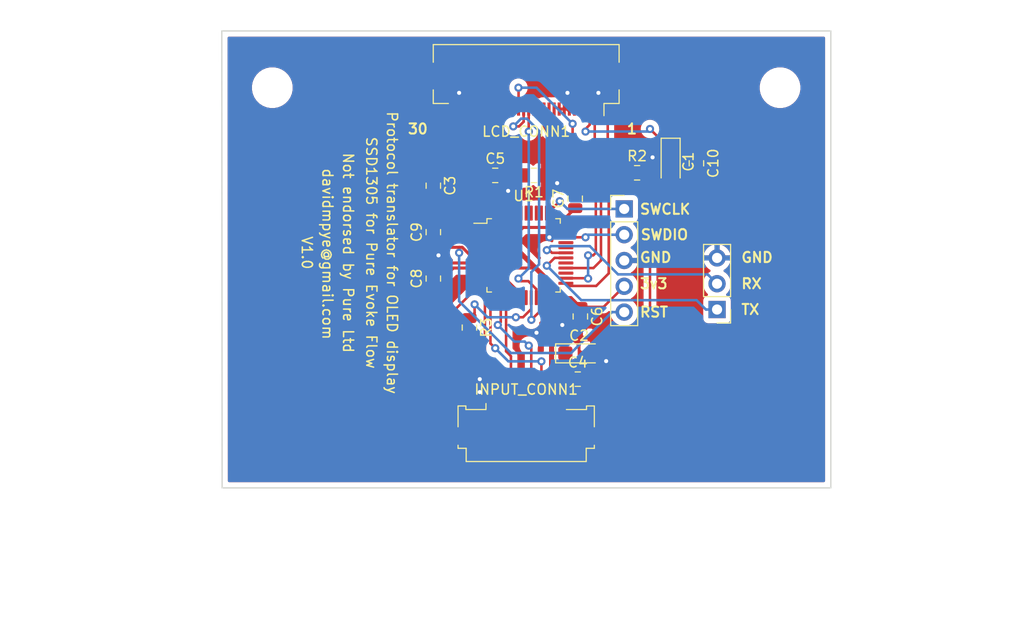
<source format=kicad_pcb>
(kicad_pcb (version 20171130) (host pcbnew 5.1.5+dfsg1-2build2)

  (general
    (thickness 1.6)
    (drawings 19)
    (tracks 297)
    (zones 0)
    (modules 20)
    (nets 53)
  )

  (page A4)
  (layers
    (0 F.Cu signal)
    (31 B.Cu signal)
    (32 B.Adhes user)
    (33 F.Adhes user)
    (34 B.Paste user)
    (35 F.Paste user)
    (36 B.SilkS user)
    (37 F.SilkS user)
    (38 B.Mask user)
    (39 F.Mask user)
    (40 Dwgs.User user)
    (41 Cmts.User user)
    (42 Eco1.User user)
    (43 Eco2.User user)
    (44 Edge.Cuts user)
    (45 Margin user)
    (46 B.CrtYd user)
    (47 F.CrtYd user)
    (48 B.Fab user)
    (49 F.Fab user)
  )

  (setup
    (last_trace_width 0.25)
    (user_trace_width 0.3)
    (user_trace_width 0.5)
    (trace_clearance 0.2)
    (zone_clearance 0.508)
    (zone_45_only no)
    (trace_min 0.2)
    (via_size 0.8)
    (via_drill 0.4)
    (via_min_size 0.4)
    (via_min_drill 0.3)
    (uvia_size 0.3)
    (uvia_drill 0.1)
    (uvias_allowed no)
    (uvia_min_size 0.2)
    (uvia_min_drill 0.1)
    (edge_width 0.05)
    (segment_width 0.2)
    (pcb_text_width 0.3)
    (pcb_text_size 1.5 1.5)
    (mod_edge_width 0.12)
    (mod_text_size 1 1)
    (mod_text_width 0.15)
    (pad_size 1.524 1.524)
    (pad_drill 0.762)
    (pad_to_mask_clearance 0.051)
    (solder_mask_min_width 0.25)
    (aux_axis_origin 0 0)
    (visible_elements FFFFFF7F)
    (pcbplotparams
      (layerselection 0x010fc_ffffffff)
      (usegerberextensions false)
      (usegerberattributes false)
      (usegerberadvancedattributes false)
      (creategerberjobfile false)
      (excludeedgelayer true)
      (linewidth 0.100000)
      (plotframeref false)
      (viasonmask false)
      (mode 1)
      (useauxorigin false)
      (hpglpennumber 1)
      (hpglpenspeed 20)
      (hpglpendiameter 15.000000)
      (psnegative false)
      (psa4output false)
      (plotreference true)
      (plotvalue true)
      (plotinvisibletext false)
      (padsonsilk false)
      (subtractmaskfromsilk false)
      (outputformat 1)
      (mirror false)
      (drillshape 0)
      (scaleselection 1)
      (outputdirectory ""))
  )

  (net 0 "")
  (net 1 VCC)
  (net 2 CS_IN)
  (net 3 D_C_IN)
  (net 4 SDIN_IN)
  (net 5 +3V3)
  (net 6 "Net-(C1-Pad1)")
  (net 7 SCK_IN)
  (net 8 RST_IN)
  (net 9 "Net-(LCD_CONN1-Pad4)")
  (net 10 "Net-(LCD_CONN1-Pad10)")
  (net 11 LCD_DATA)
  (net 12 LCD_SCK)
  (net 13 LCD_D_C)
  (net 14 LCD_RST)
  (net 15 LCD_CS)
  (net 16 "Net-(LCD_CONN1-Pad18)")
  (net 17 "Net-(LCD_CONN1-Pad22)")
  (net 18 "Net-(LCD_CONN1-Pad23)")
  (net 19 "Net-(LCD_CONN1-Pad24)")
  (net 20 "Net-(LCD_CONN1-Pad25)")
  (net 21 "Net-(LCD_CONN1-Pad26)")
  (net 22 "Net-(LCD_CONN1-Pad28)")
  (net 23 "Net-(U1-Pad2)")
  (net 24 "Net-(U1-Pad3)")
  (net 25 "Net-(U1-Pad4)")
  (net 26 "Net-(U1-Pad5)")
  (net 27 "Net-(U1-Pad6)")
  (net 28 "Net-(U1-Pad10)")
  (net 29 "Net-(U1-Pad11)")
  (net 30 SPI1_MISO)
  (net 31 "Net-(U1-Pad18)")
  (net 32 "Net-(U1-Pad19)")
  (net 33 SPI2_MISO)
  (net 34 "Net-(U1-Pad29)")
  (net 35 "Net-(U1-Pad32)")
  (net 36 "Net-(U1-Pad33)")
  (net 37 "Net-(U1-Pad38)")
  (net 38 "Net-(U1-Pad39)")
  (net 39 "Net-(U1-Pad40)")
  (net 40 "Net-(U1-Pad41)")
  (net 41 "Net-(U1-Pad42)")
  (net 42 "Net-(U1-Pad43)")
  (net 43 "Net-(U1-Pad45)")
  (net 44 "Net-(U1-Pad46)")
  (net 45 GND)
  (net 46 RESET)
  (net 47 "Net-(R1-Pad2)")
  (net 48 "Net-(R3-Pad1)")
  (net 49 SWDIO)
  (net 50 SWCLK)
  (net 51 USART1_TX)
  (net 52 USART1_RX)

  (net_class Default "This is the default net class."
    (clearance 0.2)
    (trace_width 0.25)
    (via_dia 0.8)
    (via_drill 0.4)
    (uvia_dia 0.3)
    (uvia_drill 0.1)
    (add_net +3V3)
    (add_net CS_IN)
    (add_net D_C_IN)
    (add_net GND)
    (add_net LCD_CS)
    (add_net LCD_DATA)
    (add_net LCD_D_C)
    (add_net LCD_RST)
    (add_net LCD_SCK)
    (add_net "Net-(C1-Pad1)")
    (add_net "Net-(LCD_CONN1-Pad10)")
    (add_net "Net-(LCD_CONN1-Pad18)")
    (add_net "Net-(LCD_CONN1-Pad22)")
    (add_net "Net-(LCD_CONN1-Pad23)")
    (add_net "Net-(LCD_CONN1-Pad24)")
    (add_net "Net-(LCD_CONN1-Pad25)")
    (add_net "Net-(LCD_CONN1-Pad26)")
    (add_net "Net-(LCD_CONN1-Pad28)")
    (add_net "Net-(LCD_CONN1-Pad4)")
    (add_net "Net-(R1-Pad2)")
    (add_net "Net-(R3-Pad1)")
    (add_net "Net-(U1-Pad10)")
    (add_net "Net-(U1-Pad11)")
    (add_net "Net-(U1-Pad18)")
    (add_net "Net-(U1-Pad19)")
    (add_net "Net-(U1-Pad2)")
    (add_net "Net-(U1-Pad29)")
    (add_net "Net-(U1-Pad3)")
    (add_net "Net-(U1-Pad32)")
    (add_net "Net-(U1-Pad33)")
    (add_net "Net-(U1-Pad38)")
    (add_net "Net-(U1-Pad39)")
    (add_net "Net-(U1-Pad4)")
    (add_net "Net-(U1-Pad40)")
    (add_net "Net-(U1-Pad41)")
    (add_net "Net-(U1-Pad42)")
    (add_net "Net-(U1-Pad43)")
    (add_net "Net-(U1-Pad45)")
    (add_net "Net-(U1-Pad46)")
    (add_net "Net-(U1-Pad5)")
    (add_net "Net-(U1-Pad6)")
    (add_net RESET)
    (add_net RST_IN)
    (add_net SCK_IN)
    (add_net SDIN_IN)
    (add_net SPI1_MISO)
    (add_net SPI2_MISO)
    (add_net SWCLK)
    (add_net SWDIO)
    (add_net USART1_RX)
    (add_net USART1_TX)
    (add_net VCC)
  )

  (module Connector_FFC-FPC:Hirose_FH12-30S-0.5SH_1x30-1MP_P0.50mm_Horizontal (layer F.Cu) (tedit 5D24667B) (tstamp 5EA5E91C)
    (at 104.902 37.338 180)
    (descr "Hirose FH12, FFC/FPC connector, FH12-30S-0.5SH, 30 Pins per row (https://www.hirose.com/product/en/products/FH12/FH12-24S-0.5SH(55)/), generated with kicad-footprint-generator")
    (tags "connector Hirose FH12 horizontal")
    (path /5EA08ED1)
    (attr smd)
    (fp_text reference LCD_CONN1 (at 0 -4.064) (layer F.SilkS)
      (effects (font (size 1 1) (thickness 0.15)))
    )
    (fp_text value Conn_01x30 (at 0 5.6) (layer F.Fab)
      (effects (font (size 1 1) (thickness 0.15)))
    )
    (fp_line (start 0 -1.2) (end -9.05 -1.2) (layer F.Fab) (width 0.1))
    (fp_line (start -9.05 -1.2) (end -9.05 3.4) (layer F.Fab) (width 0.1))
    (fp_line (start -9.05 3.4) (end -8.45 3.4) (layer F.Fab) (width 0.1))
    (fp_line (start -8.45 3.4) (end -8.45 3.7) (layer F.Fab) (width 0.1))
    (fp_line (start -8.45 3.7) (end -8.95 3.7) (layer F.Fab) (width 0.1))
    (fp_line (start -8.95 3.7) (end -8.95 4.4) (layer F.Fab) (width 0.1))
    (fp_line (start -8.95 4.4) (end 0 4.4) (layer F.Fab) (width 0.1))
    (fp_line (start 0 -1.2) (end 9.05 -1.2) (layer F.Fab) (width 0.1))
    (fp_line (start 9.05 -1.2) (end 9.05 3.4) (layer F.Fab) (width 0.1))
    (fp_line (start 9.05 3.4) (end 8.45 3.4) (layer F.Fab) (width 0.1))
    (fp_line (start 8.45 3.4) (end 8.45 3.7) (layer F.Fab) (width 0.1))
    (fp_line (start 8.45 3.7) (end 8.95 3.7) (layer F.Fab) (width 0.1))
    (fp_line (start 8.95 3.7) (end 8.95 4.4) (layer F.Fab) (width 0.1))
    (fp_line (start 8.95 4.4) (end 0 4.4) (layer F.Fab) (width 0.1))
    (fp_line (start -7.66 -1.3) (end -9.15 -1.3) (layer F.SilkS) (width 0.12))
    (fp_line (start -9.15 -1.3) (end -9.15 0.04) (layer F.SilkS) (width 0.12))
    (fp_line (start 7.66 -1.3) (end 9.15 -1.3) (layer F.SilkS) (width 0.12))
    (fp_line (start 9.15 -1.3) (end 9.15 0.04) (layer F.SilkS) (width 0.12))
    (fp_line (start -9.15 2.76) (end -9.15 4.5) (layer F.SilkS) (width 0.12))
    (fp_line (start -9.15 4.5) (end 9.15 4.5) (layer F.SilkS) (width 0.12))
    (fp_line (start 9.15 4.5) (end 9.15 2.76) (layer F.SilkS) (width 0.12))
    (fp_line (start -7.66 -1.3) (end -7.66 -2.5) (layer F.SilkS) (width 0.12))
    (fp_line (start -7.75 -1.2) (end -7.25 -0.492893) (layer F.Fab) (width 0.1))
    (fp_line (start -7.25 -0.492893) (end -6.75 -1.2) (layer F.Fab) (width 0.1))
    (fp_line (start -10.55 -3) (end -10.55 4.9) (layer F.CrtYd) (width 0.05))
    (fp_line (start -10.55 4.9) (end 10.55 4.9) (layer F.CrtYd) (width 0.05))
    (fp_line (start 10.55 4.9) (end 10.55 -3) (layer F.CrtYd) (width 0.05))
    (fp_line (start 10.55 -3) (end -10.55 -3) (layer F.CrtYd) (width 0.05))
    (fp_text user %R (at 0 3.7) (layer F.Fab)
      (effects (font (size 1 1) (thickness 0.15)))
    )
    (pad MP smd rect (at 9.15 1.4 180) (size 1.8 2.2) (layers F.Cu F.Paste F.Mask))
    (pad MP smd rect (at -9.15 1.4 180) (size 1.8 2.2) (layers F.Cu F.Paste F.Mask))
    (pad 1 smd rect (at -7.25 -1.85 180) (size 0.3 1.3) (layers F.Cu F.Paste F.Mask)
      (net 45 GND))
    (pad 2 smd rect (at -6.75 -1.85 180) (size 0.3 1.3) (layers F.Cu F.Paste F.Mask)
      (net 1 VCC))
    (pad 3 smd rect (at -6.25 -1.85 180) (size 0.3 1.3) (layers F.Cu F.Paste F.Mask)
      (net 6 "Net-(C1-Pad1)"))
    (pad 4 smd rect (at -5.75 -1.85 180) (size 0.3 1.3) (layers F.Cu F.Paste F.Mask)
      (net 9 "Net-(LCD_CONN1-Pad4)"))
    (pad 5 smd rect (at -5.25 -1.85 180) (size 0.3 1.3) (layers F.Cu F.Paste F.Mask)
      (net 45 GND))
    (pad 6 smd rect (at -4.75 -1.85 180) (size 0.3 1.3) (layers F.Cu F.Paste F.Mask)
      (net 45 GND))
    (pad 7 smd rect (at -4.25 -1.85 180) (size 0.3 1.3) (layers F.Cu F.Paste F.Mask)
      (net 45 GND))
    (pad 8 smd rect (at -3.75 -1.85 180) (size 0.3 1.3) (layers F.Cu F.Paste F.Mask)
      (net 45 GND))
    (pad 9 smd rect (at -3.25 -1.85 180) (size 0.3 1.3) (layers F.Cu F.Paste F.Mask)
      (net 45 GND))
    (pad 10 smd rect (at -2.75 -1.85 180) (size 0.3 1.3) (layers F.Cu F.Paste F.Mask)
      (net 10 "Net-(LCD_CONN1-Pad10)"))
    (pad 11 smd rect (at -2.25 -1.85 180) (size 0.3 1.3) (layers F.Cu F.Paste F.Mask)
      (net 11 LCD_DATA))
    (pad 12 smd rect (at -1.75 -1.85 180) (size 0.3 1.3) (layers F.Cu F.Paste F.Mask)
      (net 12 LCD_SCK))
    (pad 13 smd rect (at -1.25 -1.85 180) (size 0.3 1.3) (layers F.Cu F.Paste F.Mask)
      (net 45 GND))
    (pad 14 smd rect (at -0.75 -1.85 180) (size 0.3 1.3) (layers F.Cu F.Paste F.Mask)
      (net 45 GND))
    (pad 15 smd rect (at -0.25 -1.85 180) (size 0.3 1.3) (layers F.Cu F.Paste F.Mask)
      (net 13 LCD_D_C))
    (pad 16 smd rect (at 0.25 -1.85 180) (size 0.3 1.3) (layers F.Cu F.Paste F.Mask)
      (net 14 LCD_RST))
    (pad 17 smd rect (at 0.75 -1.85 180) (size 0.3 1.3) (layers F.Cu F.Paste F.Mask)
      (net 15 LCD_CS))
    (pad 18 smd rect (at 1.25 -1.85 180) (size 0.3 1.3) (layers F.Cu F.Paste F.Mask)
      (net 16 "Net-(LCD_CONN1-Pad18)"))
    (pad 19 smd rect (at 1.75 -1.85 180) (size 0.3 1.3) (layers F.Cu F.Paste F.Mask)
      (net 45 GND))
    (pad 20 smd rect (at 2.25 -1.85 180) (size 0.3 1.3) (layers F.Cu F.Paste F.Mask)
      (net 45 GND))
    (pad 21 smd rect (at 2.75 -1.85 180) (size 0.3 1.3) (layers F.Cu F.Paste F.Mask)
      (net 5 +3V3))
    (pad 22 smd rect (at 3.25 -1.85 180) (size 0.3 1.3) (layers F.Cu F.Paste F.Mask)
      (net 17 "Net-(LCD_CONN1-Pad22)"))
    (pad 23 smd rect (at 3.75 -1.85 180) (size 0.3 1.3) (layers F.Cu F.Paste F.Mask)
      (net 18 "Net-(LCD_CONN1-Pad23)"))
    (pad 24 smd rect (at 4.25 -1.85 180) (size 0.3 1.3) (layers F.Cu F.Paste F.Mask)
      (net 19 "Net-(LCD_CONN1-Pad24)"))
    (pad 25 smd rect (at 4.75 -1.85 180) (size 0.3 1.3) (layers F.Cu F.Paste F.Mask)
      (net 20 "Net-(LCD_CONN1-Pad25)"))
    (pad 26 smd rect (at 5.25 -1.85 180) (size 0.3 1.3) (layers F.Cu F.Paste F.Mask)
      (net 21 "Net-(LCD_CONN1-Pad26)"))
    (pad 27 smd rect (at 5.75 -1.85 180) (size 0.3 1.3) (layers F.Cu F.Paste F.Mask)
      (net 5 +3V3))
    (pad 28 smd rect (at 6.25 -1.85 180) (size 0.3 1.3) (layers F.Cu F.Paste F.Mask)
      (net 22 "Net-(LCD_CONN1-Pad28)"))
    (pad 29 smd rect (at 6.75 -1.85 180) (size 0.3 1.3) (layers F.Cu F.Paste F.Mask)
      (net 45 GND))
    (pad 30 smd rect (at 7.25 -1.85 180) (size 0.3 1.3) (layers F.Cu F.Paste F.Mask)
      (net 45 GND))
    (model ${KISYS3DMOD}/Connector_FFC-FPC.3dshapes/Hirose_FH12-30S-0.5SH_1x30-1MP_P0.50mm_Horizontal.wrl
      (at (xyz 0 0 0))
      (scale (xyz 1 1 1))
      (rotate (xyz 0 0 0))
    )
  )

  (module MountingHole:MountingHole_3mm locked (layer F.Cu) (tedit 56D1B4CB) (tstamp 5EA8A043)
    (at 129.902 37.084)
    (descr "Mounting Hole 3mm, no annular")
    (tags "mounting hole 3mm no annular")
    (attr virtual)
    (fp_text reference REF** (at 0 -4) (layer F.SilkS) hide
      (effects (font (size 1 1) (thickness 0.15)))
    )
    (fp_text value MountingHole_3mm (at 0 4) (layer F.Fab)
      (effects (font (size 1 1) (thickness 0.15)))
    )
    (fp_circle (center 0 0) (end 3.25 0) (layer F.CrtYd) (width 0.05))
    (fp_circle (center 0 0) (end 3 0) (layer Cmts.User) (width 0.15))
    (fp_text user %R (at 0.3 0) (layer F.Fab)
      (effects (font (size 1 1) (thickness 0.15)))
    )
    (pad 1 np_thru_hole circle (at 0 0) (size 3 3) (drill 3) (layers *.Cu *.Mask))
  )

  (module MountingHole:MountingHole_3mm locked (layer F.Cu) (tedit 56D1B4CB) (tstamp 5EA89F59)
    (at 79.902 37.084)
    (descr "Mounting Hole 3mm, no annular")
    (tags "mounting hole 3mm no annular")
    (attr virtual)
    (fp_text reference REF** (at 0 -4) (layer F.SilkS) hide
      (effects (font (size 1 1) (thickness 0.15)))
    )
    (fp_text value MountingHole_3mm (at 0 4) (layer F.Fab)
      (effects (font (size 1 1) (thickness 0.15)))
    )
    (fp_circle (center 0 0) (end 3.25 0) (layer F.CrtYd) (width 0.05))
    (fp_circle (center 0 0) (end 3 0) (layer Cmts.User) (width 0.15))
    (fp_text user %R (at 0.3 0) (layer F.Fab)
      (effects (font (size 1 1) (thickness 0.15)))
    )
    (pad 1 np_thru_hole circle (at 0 0) (size 3 3) (drill 3) (layers *.Cu *.Mask))
  )

  (module Connector_FFC-FPC:Molex_200528-0080_1x08-1MP_P1.00mm_Horizontal (layer F.Cu) (tedit 5C60BCA5) (tstamp 5EA5E8C1)
    (at 104.902 69.596)
    (descr "Molex Molex 1.00mm Pitch Easy-On BackFlip, Right-Angle, Bottom Contact FFC/FPC, 200528-0080, 8 Circuits (https://www.molex.com/pdm_docs/sd/2005280080_sd.pdf), generated with kicad-footprint-generator")
    (tags "connector Molex  top entry")
    (path /5E8496EF)
    (attr smd)
    (fp_text reference INPUT_CONN1 (at 0 -2.794) (layer F.SilkS)
      (effects (font (size 1 1) (thickness 0.15)))
    )
    (fp_text value CN101 (at 0 5.39) (layer F.Fab)
      (effects (font (size 1 1) (thickness 0.15)))
    )
    (fp_line (start 6.05 -1.06) (end 6.05 -0.71) (layer F.Fab) (width 0.1))
    (fp_line (start 6.05 -0.71) (end -6.05 -0.71) (layer F.Fab) (width 0.1))
    (fp_line (start -6.05 -0.71) (end -6.05 -1.06) (layer F.Fab) (width 0.1))
    (fp_line (start -6.05 -1.06) (end -6.6 -1.06) (layer F.Fab) (width 0.1))
    (fp_line (start -6.6 -1.06) (end -6.6 2.89) (layer F.Fab) (width 0.1))
    (fp_line (start -6.6 2.89) (end 6.6 2.89) (layer F.Fab) (width 0.1))
    (fp_line (start 6.6 2.89) (end 6.6 -1.06) (layer F.Fab) (width 0.1))
    (fp_line (start 6.6 -1.06) (end 6.05 -1.06) (layer F.Fab) (width 0.1))
    (fp_line (start -4 -0.71) (end -3.5 0.04) (layer F.Fab) (width 0.1))
    (fp_line (start -3.5 0.04) (end -3 -0.71) (layer F.Fab) (width 0.1))
    (fp_line (start 5.8 0.19) (end -5.8 0.19) (layer F.Fab) (width 0.1))
    (fp_line (start -5.8 0.19) (end -5.8 4.19) (layer F.Fab) (width 0.1))
    (fp_line (start -5.8 4.19) (end 5.8 4.19) (layer F.Fab) (width 0.1))
    (fp_line (start 5.8 4.19) (end 5.8 0.19) (layer F.Fab) (width 0.1))
    (fp_line (start -3.96 -1.41) (end -3.96 -0.82) (layer F.SilkS) (width 0.12))
    (fp_line (start -3.96 -0.82) (end -5.94 -0.82) (layer F.SilkS) (width 0.12))
    (fp_line (start -5.94 -0.82) (end -5.94 -1.17) (layer F.SilkS) (width 0.12))
    (fp_line (start -5.94 -1.17) (end -6.71 -1.17) (layer F.SilkS) (width 0.12))
    (fp_line (start -6.71 -1.17) (end -6.71 0.88) (layer F.SilkS) (width 0.12))
    (fp_line (start -6.71 2.7) (end -6.71 3) (layer F.SilkS) (width 0.12))
    (fp_line (start -6.71 3) (end -5.91 3) (layer F.SilkS) (width 0.12))
    (fp_line (start -5.91 3) (end -5.91 4.3) (layer F.SilkS) (width 0.12))
    (fp_line (start -5.91 4.3) (end 5.91 4.3) (layer F.SilkS) (width 0.12))
    (fp_line (start 5.91 4.3) (end 5.91 3) (layer F.SilkS) (width 0.12))
    (fp_line (start 5.91 3) (end 6.71 3) (layer F.SilkS) (width 0.12))
    (fp_line (start 6.71 3) (end 6.71 2.7) (layer F.SilkS) (width 0.12))
    (fp_line (start 6.71 0.88) (end 6.71 -1.17) (layer F.SilkS) (width 0.12))
    (fp_line (start 6.71 -1.17) (end 5.94 -1.17) (layer F.SilkS) (width 0.12))
    (fp_line (start 5.94 -1.17) (end 5.94 -0.82) (layer F.SilkS) (width 0.12))
    (fp_line (start 5.94 -0.82) (end 3.96 -0.82) (layer F.SilkS) (width 0.12))
    (fp_line (start -7.8 -1.91) (end -7.8 4.69) (layer F.CrtYd) (width 0.05))
    (fp_line (start -7.8 4.69) (end 7.8 4.69) (layer F.CrtYd) (width 0.05))
    (fp_line (start 7.8 4.69) (end 7.8 -1.91) (layer F.CrtYd) (width 0.05))
    (fp_line (start 7.8 -1.91) (end -7.8 -1.91) (layer F.CrtYd) (width 0.05))
    (fp_text user %R (at 0 1.39) (layer F.Fab)
      (effects (font (size 1 1) (thickness 0.15)))
    )
    (pad MP smd rect (at -6.3 1.79) (size 2 1.3) (layers F.Cu F.Paste F.Mask))
    (pad MP smd rect (at 6.3 1.79) (size 2 1.3) (layers F.Cu F.Paste F.Mask))
    (pad 1 smd rect (at -3.5 -0.91) (size 0.4 1) (layers F.Cu F.Paste F.Mask)
      (net 45 GND))
    (pad 2 smd rect (at -2.5 -0.91) (size 0.4 1) (layers F.Cu F.Paste F.Mask)
      (net 4 SDIN_IN))
    (pad 3 smd rect (at -1.5 -0.91) (size 0.4 1) (layers F.Cu F.Paste F.Mask)
      (net 7 SCK_IN))
    (pad 4 smd rect (at -0.5 -0.91) (size 0.4 1) (layers F.Cu F.Paste F.Mask)
      (net 3 D_C_IN))
    (pad 5 smd rect (at 0.5 -0.91) (size 0.4 1) (layers F.Cu F.Paste F.Mask)
      (net 2 CS_IN))
    (pad 6 smd rect (at 1.5 -0.91) (size 0.4 1) (layers F.Cu F.Paste F.Mask)
      (net 8 RST_IN))
    (pad 7 smd rect (at 2.5 -0.91) (size 0.4 1) (layers F.Cu F.Paste F.Mask)
      (net 5 +3V3))
    (pad 8 smd rect (at 3.5 -0.91) (size 0.4 1) (layers F.Cu F.Paste F.Mask)
      (net 1 VCC))
    (model ${KISYS3DMOD}/Connector_FFC-FPC.3dshapes/Molex_200528-0080_1x08-1MP_P1.00mm_Horizontal.wrl
      (at (xyz 0 0 0))
      (scale (xyz 1 1 1))
      (rotate (xyz 0 0 0))
    )
  )

  (module Capacitor_SMD:C_0805_2012Metric (layer F.Cu) (tedit 5B36C52B) (tstamp 5EA5E82A)
    (at 95.758 46.736 270)
    (descr "Capacitor SMD 0805 (2012 Metric), square (rectangular) end terminal, IPC_7351 nominal, (Body size source: https://docs.google.com/spreadsheets/d/1BsfQQcO9C6DZCsRaXUlFlo91Tg2WpOkGARC1WS5S8t0/edit?usp=sharing), generated with kicad-footprint-generator")
    (tags capacitor)
    (path /5EAE6D38)
    (attr smd)
    (fp_text reference C3 (at 0 -1.65 90) (layer F.SilkS)
      (effects (font (size 1 1) (thickness 0.15)))
    )
    (fp_text value C (at 0 1.65 90) (layer F.Fab)
      (effects (font (size 1 1) (thickness 0.15)))
    )
    (fp_text user %R (at 0 0 90) (layer F.Fab)
      (effects (font (size 0.5 0.5) (thickness 0.08)))
    )
    (fp_line (start 1.68 0.95) (end -1.68 0.95) (layer F.CrtYd) (width 0.05))
    (fp_line (start 1.68 -0.95) (end 1.68 0.95) (layer F.CrtYd) (width 0.05))
    (fp_line (start -1.68 -0.95) (end 1.68 -0.95) (layer F.CrtYd) (width 0.05))
    (fp_line (start -1.68 0.95) (end -1.68 -0.95) (layer F.CrtYd) (width 0.05))
    (fp_line (start -0.258578 0.71) (end 0.258578 0.71) (layer F.SilkS) (width 0.12))
    (fp_line (start -0.258578 -0.71) (end 0.258578 -0.71) (layer F.SilkS) (width 0.12))
    (fp_line (start 1 0.6) (end -1 0.6) (layer F.Fab) (width 0.1))
    (fp_line (start 1 -0.6) (end 1 0.6) (layer F.Fab) (width 0.1))
    (fp_line (start -1 -0.6) (end 1 -0.6) (layer F.Fab) (width 0.1))
    (fp_line (start -1 0.6) (end -1 -0.6) (layer F.Fab) (width 0.1))
    (pad 2 smd roundrect (at 0.9375 0 270) (size 0.975 1.4) (layers F.Cu F.Paste F.Mask) (roundrect_rratio 0.25)
      (net 45 GND))
    (pad 1 smd roundrect (at -0.9375 0 270) (size 0.975 1.4) (layers F.Cu F.Paste F.Mask) (roundrect_rratio 0.25)
      (net 5 +3V3))
    (model ${KISYS3DMOD}/Capacitor_SMD.3dshapes/C_0805_2012Metric.wrl
      (at (xyz 0 0 0))
      (scale (xyz 1 1 1))
      (rotate (xyz 0 0 0))
    )
  )

  (module Capacitor_SMD:C_0805_2012Metric (layer F.Cu) (tedit 5B36C52B) (tstamp 5EA5E83B)
    (at 109.982 65.786)
    (descr "Capacitor SMD 0805 (2012 Metric), square (rectangular) end terminal, IPC_7351 nominal, (Body size source: https://docs.google.com/spreadsheets/d/1BsfQQcO9C6DZCsRaXUlFlo91Tg2WpOkGARC1WS5S8t0/edit?usp=sharing), generated with kicad-footprint-generator")
    (tags capacitor)
    (path /5EAE707A)
    (attr smd)
    (fp_text reference C4 (at 0 -1.65) (layer F.SilkS)
      (effects (font (size 1 1) (thickness 0.15)))
    )
    (fp_text value C (at 0 1.65) (layer F.Fab)
      (effects (font (size 1 1) (thickness 0.15)))
    )
    (fp_line (start -1 0.6) (end -1 -0.6) (layer F.Fab) (width 0.1))
    (fp_line (start -1 -0.6) (end 1 -0.6) (layer F.Fab) (width 0.1))
    (fp_line (start 1 -0.6) (end 1 0.6) (layer F.Fab) (width 0.1))
    (fp_line (start 1 0.6) (end -1 0.6) (layer F.Fab) (width 0.1))
    (fp_line (start -0.258578 -0.71) (end 0.258578 -0.71) (layer F.SilkS) (width 0.12))
    (fp_line (start -0.258578 0.71) (end 0.258578 0.71) (layer F.SilkS) (width 0.12))
    (fp_line (start -1.68 0.95) (end -1.68 -0.95) (layer F.CrtYd) (width 0.05))
    (fp_line (start -1.68 -0.95) (end 1.68 -0.95) (layer F.CrtYd) (width 0.05))
    (fp_line (start 1.68 -0.95) (end 1.68 0.95) (layer F.CrtYd) (width 0.05))
    (fp_line (start 1.68 0.95) (end -1.68 0.95) (layer F.CrtYd) (width 0.05))
    (fp_text user %R (at 0 0) (layer F.Fab)
      (effects (font (size 0.5 0.5) (thickness 0.08)))
    )
    (pad 1 smd roundrect (at -0.9375 0) (size 0.975 1.4) (layers F.Cu F.Paste F.Mask) (roundrect_rratio 0.25)
      (net 5 +3V3))
    (pad 2 smd roundrect (at 0.9375 0) (size 0.975 1.4) (layers F.Cu F.Paste F.Mask) (roundrect_rratio 0.25)
      (net 45 GND))
    (model ${KISYS3DMOD}/Capacitor_SMD.3dshapes/C_0805_2012Metric.wrl
      (at (xyz 0 0 0))
      (scale (xyz 1 1 1))
      (rotate (xyz 0 0 0))
    )
  )

  (module Capacitor_SMD:C_0805_2012Metric (layer F.Cu) (tedit 5B36C52B) (tstamp 5EA5E84C)
    (at 101.854 45.72)
    (descr "Capacitor SMD 0805 (2012 Metric), square (rectangular) end terminal, IPC_7351 nominal, (Body size source: https://docs.google.com/spreadsheets/d/1BsfQQcO9C6DZCsRaXUlFlo91Tg2WpOkGARC1WS5S8t0/edit?usp=sharing), generated with kicad-footprint-generator")
    (tags capacitor)
    (path /5EAE73B3)
    (attr smd)
    (fp_text reference C5 (at 0 -1.65) (layer F.SilkS)
      (effects (font (size 1 1) (thickness 0.15)))
    )
    (fp_text value 100nF (at 0 1.65) (layer F.Fab)
      (effects (font (size 1 1) (thickness 0.15)))
    )
    (fp_text user %R (at 0 0) (layer F.Fab)
      (effects (font (size 0.5 0.5) (thickness 0.08)))
    )
    (fp_line (start 1.68 0.95) (end -1.68 0.95) (layer F.CrtYd) (width 0.05))
    (fp_line (start 1.68 -0.95) (end 1.68 0.95) (layer F.CrtYd) (width 0.05))
    (fp_line (start -1.68 -0.95) (end 1.68 -0.95) (layer F.CrtYd) (width 0.05))
    (fp_line (start -1.68 0.95) (end -1.68 -0.95) (layer F.CrtYd) (width 0.05))
    (fp_line (start -0.258578 0.71) (end 0.258578 0.71) (layer F.SilkS) (width 0.12))
    (fp_line (start -0.258578 -0.71) (end 0.258578 -0.71) (layer F.SilkS) (width 0.12))
    (fp_line (start 1 0.6) (end -1 0.6) (layer F.Fab) (width 0.1))
    (fp_line (start 1 -0.6) (end 1 0.6) (layer F.Fab) (width 0.1))
    (fp_line (start -1 -0.6) (end 1 -0.6) (layer F.Fab) (width 0.1))
    (fp_line (start -1 0.6) (end -1 -0.6) (layer F.Fab) (width 0.1))
    (pad 2 smd roundrect (at 0.9375 0) (size 0.975 1.4) (layers F.Cu F.Paste F.Mask) (roundrect_rratio 0.25)
      (net 45 GND))
    (pad 1 smd roundrect (at -0.9375 0) (size 0.975 1.4) (layers F.Cu F.Paste F.Mask) (roundrect_rratio 0.25)
      (net 5 +3V3))
    (model ${KISYS3DMOD}/Capacitor_SMD.3dshapes/C_0805_2012Metric.wrl
      (at (xyz 0 0 0))
      (scale (xyz 1 1 1))
      (rotate (xyz 0 0 0))
    )
  )

  (module Capacitor_SMD:C_0805_2012Metric (layer F.Cu) (tedit 5B36C52B) (tstamp 5EA5E85D)
    (at 110.236 59.6115 270)
    (descr "Capacitor SMD 0805 (2012 Metric), square (rectangular) end terminal, IPC_7351 nominal, (Body size source: https://docs.google.com/spreadsheets/d/1BsfQQcO9C6DZCsRaXUlFlo91Tg2WpOkGARC1WS5S8t0/edit?usp=sharing), generated with kicad-footprint-generator")
    (tags capacitor)
    (path /5EAE7721)
    (attr smd)
    (fp_text reference C6 (at 0 -1.65 90) (layer F.SilkS)
      (effects (font (size 1 1) (thickness 0.15)))
    )
    (fp_text value 100nF (at 0 1.65 90) (layer F.Fab)
      (effects (font (size 1 1) (thickness 0.15)))
    )
    (fp_line (start -1 0.6) (end -1 -0.6) (layer F.Fab) (width 0.1))
    (fp_line (start -1 -0.6) (end 1 -0.6) (layer F.Fab) (width 0.1))
    (fp_line (start 1 -0.6) (end 1 0.6) (layer F.Fab) (width 0.1))
    (fp_line (start 1 0.6) (end -1 0.6) (layer F.Fab) (width 0.1))
    (fp_line (start -0.258578 -0.71) (end 0.258578 -0.71) (layer F.SilkS) (width 0.12))
    (fp_line (start -0.258578 0.71) (end 0.258578 0.71) (layer F.SilkS) (width 0.12))
    (fp_line (start -1.68 0.95) (end -1.68 -0.95) (layer F.CrtYd) (width 0.05))
    (fp_line (start -1.68 -0.95) (end 1.68 -0.95) (layer F.CrtYd) (width 0.05))
    (fp_line (start 1.68 -0.95) (end 1.68 0.95) (layer F.CrtYd) (width 0.05))
    (fp_line (start 1.68 0.95) (end -1.68 0.95) (layer F.CrtYd) (width 0.05))
    (fp_text user %R (at 0 0 90) (layer F.Fab)
      (effects (font (size 0.5 0.5) (thickness 0.08)))
    )
    (pad 1 smd roundrect (at -0.9375 0 270) (size 0.975 1.4) (layers F.Cu F.Paste F.Mask) (roundrect_rratio 0.25)
      (net 5 +3V3))
    (pad 2 smd roundrect (at 0.9375 0 270) (size 0.975 1.4) (layers F.Cu F.Paste F.Mask) (roundrect_rratio 0.25)
      (net 45 GND))
    (model ${KISYS3DMOD}/Capacitor_SMD.3dshapes/C_0805_2012Metric.wrl
      (at (xyz 0 0 0))
      (scale (xyz 1 1 1))
      (rotate (xyz 0 0 0))
    )
  )

  (module Capacitor_SMD:C_0805_2012Metric (layer F.Cu) (tedit 5B36C52B) (tstamp 5EA5E86E)
    (at 109.728 48.006 90)
    (descr "Capacitor SMD 0805 (2012 Metric), square (rectangular) end terminal, IPC_7351 nominal, (Body size source: https://docs.google.com/spreadsheets/d/1BsfQQcO9C6DZCsRaXUlFlo91Tg2WpOkGARC1WS5S8t0/edit?usp=sharing), generated with kicad-footprint-generator")
    (tags capacitor)
    (path /5EAF1488)
    (attr smd)
    (fp_text reference C7 (at 0 -1.65 90) (layer F.SilkS)
      (effects (font (size 1 1) (thickness 0.15)))
    )
    (fp_text value 100nF (at 0 1.65 90) (layer F.Fab)
      (effects (font (size 1 1) (thickness 0.15)))
    )
    (fp_text user %R (at 0 0 90) (layer F.Fab)
      (effects (font (size 0.5 0.5) (thickness 0.08)))
    )
    (fp_line (start 1.68 0.95) (end -1.68 0.95) (layer F.CrtYd) (width 0.05))
    (fp_line (start 1.68 -0.95) (end 1.68 0.95) (layer F.CrtYd) (width 0.05))
    (fp_line (start -1.68 -0.95) (end 1.68 -0.95) (layer F.CrtYd) (width 0.05))
    (fp_line (start -1.68 0.95) (end -1.68 -0.95) (layer F.CrtYd) (width 0.05))
    (fp_line (start -0.258578 0.71) (end 0.258578 0.71) (layer F.SilkS) (width 0.12))
    (fp_line (start -0.258578 -0.71) (end 0.258578 -0.71) (layer F.SilkS) (width 0.12))
    (fp_line (start 1 0.6) (end -1 0.6) (layer F.Fab) (width 0.1))
    (fp_line (start 1 -0.6) (end 1 0.6) (layer F.Fab) (width 0.1))
    (fp_line (start -1 -0.6) (end 1 -0.6) (layer F.Fab) (width 0.1))
    (fp_line (start -1 0.6) (end -1 -0.6) (layer F.Fab) (width 0.1))
    (pad 2 smd roundrect (at 0.9375 0 90) (size 0.975 1.4) (layers F.Cu F.Paste F.Mask) (roundrect_rratio 0.25)
      (net 45 GND))
    (pad 1 smd roundrect (at -0.9375 0 90) (size 0.975 1.4) (layers F.Cu F.Paste F.Mask) (roundrect_rratio 0.25)
      (net 5 +3V3))
    (model ${KISYS3DMOD}/Capacitor_SMD.3dshapes/C_0805_2012Metric.wrl
      (at (xyz 0 0 0))
      (scale (xyz 1 1 1))
      (rotate (xyz 0 0 0))
    )
  )

  (module Capacitor_SMD:C_0805_2012Metric (layer F.Cu) (tedit 5B36C52B) (tstamp 5EA5E87F)
    (at 95.758 55.88 90)
    (descr "Capacitor SMD 0805 (2012 Metric), square (rectangular) end terminal, IPC_7351 nominal, (Body size source: https://docs.google.com/spreadsheets/d/1BsfQQcO9C6DZCsRaXUlFlo91Tg2WpOkGARC1WS5S8t0/edit?usp=sharing), generated with kicad-footprint-generator")
    (tags capacitor)
    (path /5EB00D54)
    (attr smd)
    (fp_text reference C8 (at 0 -1.65 90) (layer F.SilkS)
      (effects (font (size 1 1) (thickness 0.15)))
    )
    (fp_text value 100nF (at 0 1.65 90) (layer F.Fab)
      (effects (font (size 1 1) (thickness 0.15)))
    )
    (fp_line (start -1 0.6) (end -1 -0.6) (layer F.Fab) (width 0.1))
    (fp_line (start -1 -0.6) (end 1 -0.6) (layer F.Fab) (width 0.1))
    (fp_line (start 1 -0.6) (end 1 0.6) (layer F.Fab) (width 0.1))
    (fp_line (start 1 0.6) (end -1 0.6) (layer F.Fab) (width 0.1))
    (fp_line (start -0.258578 -0.71) (end 0.258578 -0.71) (layer F.SilkS) (width 0.12))
    (fp_line (start -0.258578 0.71) (end 0.258578 0.71) (layer F.SilkS) (width 0.12))
    (fp_line (start -1.68 0.95) (end -1.68 -0.95) (layer F.CrtYd) (width 0.05))
    (fp_line (start -1.68 -0.95) (end 1.68 -0.95) (layer F.CrtYd) (width 0.05))
    (fp_line (start 1.68 -0.95) (end 1.68 0.95) (layer F.CrtYd) (width 0.05))
    (fp_line (start 1.68 0.95) (end -1.68 0.95) (layer F.CrtYd) (width 0.05))
    (fp_text user %R (at 0 0 90) (layer F.Fab)
      (effects (font (size 0.5 0.5) (thickness 0.08)))
    )
    (pad 1 smd roundrect (at -0.9375 0 90) (size 0.975 1.4) (layers F.Cu F.Paste F.Mask) (roundrect_rratio 0.25)
      (net 5 +3V3))
    (pad 2 smd roundrect (at 0.9375 0 90) (size 0.975 1.4) (layers F.Cu F.Paste F.Mask) (roundrect_rratio 0.25)
      (net 45 GND))
    (model ${KISYS3DMOD}/Capacitor_SMD.3dshapes/C_0805_2012Metric.wrl
      (at (xyz 0 0 0))
      (scale (xyz 1 1 1))
      (rotate (xyz 0 0 0))
    )
  )

  (module Capacitor_SMD:C_0805_2012Metric (layer F.Cu) (tedit 5B36C52B) (tstamp 5EA5E890)
    (at 95.758 51.308 90)
    (descr "Capacitor SMD 0805 (2012 Metric), square (rectangular) end terminal, IPC_7351 nominal, (Body size source: https://docs.google.com/spreadsheets/d/1BsfQQcO9C6DZCsRaXUlFlo91Tg2WpOkGARC1WS5S8t0/edit?usp=sharing), generated with kicad-footprint-generator")
    (tags capacitor)
    (path /5E9CF40C)
    (attr smd)
    (fp_text reference C9 (at 0 -1.65 90) (layer F.SilkS)
      (effects (font (size 1 1) (thickness 0.15)))
    )
    (fp_text value 100nF (at 0 1.65 90) (layer F.Fab)
      (effects (font (size 1 1) (thickness 0.15)))
    )
    (fp_line (start -1 0.6) (end -1 -0.6) (layer F.Fab) (width 0.1))
    (fp_line (start -1 -0.6) (end 1 -0.6) (layer F.Fab) (width 0.1))
    (fp_line (start 1 -0.6) (end 1 0.6) (layer F.Fab) (width 0.1))
    (fp_line (start 1 0.6) (end -1 0.6) (layer F.Fab) (width 0.1))
    (fp_line (start -0.258578 -0.71) (end 0.258578 -0.71) (layer F.SilkS) (width 0.12))
    (fp_line (start -0.258578 0.71) (end 0.258578 0.71) (layer F.SilkS) (width 0.12))
    (fp_line (start -1.68 0.95) (end -1.68 -0.95) (layer F.CrtYd) (width 0.05))
    (fp_line (start -1.68 -0.95) (end 1.68 -0.95) (layer F.CrtYd) (width 0.05))
    (fp_line (start 1.68 -0.95) (end 1.68 0.95) (layer F.CrtYd) (width 0.05))
    (fp_line (start 1.68 0.95) (end -1.68 0.95) (layer F.CrtYd) (width 0.05))
    (fp_text user %R (at 0 0 90) (layer F.Fab)
      (effects (font (size 0.5 0.5) (thickness 0.08)))
    )
    (pad 1 smd roundrect (at -0.9375 0 90) (size 0.975 1.4) (layers F.Cu F.Paste F.Mask) (roundrect_rratio 0.25)
      (net 46 RESET))
    (pad 2 smd roundrect (at 0.9375 0 90) (size 0.975 1.4) (layers F.Cu F.Paste F.Mask) (roundrect_rratio 0.25)
      (net 45 GND))
    (model ${KISYS3DMOD}/Capacitor_SMD.3dshapes/C_0805_2012Metric.wrl
      (at (xyz 0 0 0))
      (scale (xyz 1 1 1))
      (rotate (xyz 0 0 0))
    )
  )

  (module Resistor_SMD:R_0805_2012Metric (layer F.Cu) (tedit 5B36C52B) (tstamp 5EA5E93E)
    (at 115.824 45.466)
    (descr "Resistor SMD 0805 (2012 Metric), square (rectangular) end terminal, IPC_7351 nominal, (Body size source: https://docs.google.com/spreadsheets/d/1BsfQQcO9C6DZCsRaXUlFlo91Tg2WpOkGARC1WS5S8t0/edit?usp=sharing), generated with kicad-footprint-generator")
    (tags resistor)
    (path /5EABCFCA)
    (attr smd)
    (fp_text reference R2 (at 0 -1.65) (layer F.SilkS)
      (effects (font (size 1 1) (thickness 0.15)))
    )
    (fp_text value 1.5M (at 0 1.65) (layer F.Fab)
      (effects (font (size 1 1) (thickness 0.15)))
    )
    (fp_text user %R (at 0 0) (layer F.Fab)
      (effects (font (size 0.5 0.5) (thickness 0.08)))
    )
    (fp_line (start 1.68 0.95) (end -1.68 0.95) (layer F.CrtYd) (width 0.05))
    (fp_line (start 1.68 -0.95) (end 1.68 0.95) (layer F.CrtYd) (width 0.05))
    (fp_line (start -1.68 -0.95) (end 1.68 -0.95) (layer F.CrtYd) (width 0.05))
    (fp_line (start -1.68 0.95) (end -1.68 -0.95) (layer F.CrtYd) (width 0.05))
    (fp_line (start -0.258578 0.71) (end 0.258578 0.71) (layer F.SilkS) (width 0.12))
    (fp_line (start -0.258578 -0.71) (end 0.258578 -0.71) (layer F.SilkS) (width 0.12))
    (fp_line (start 1 0.6) (end -1 0.6) (layer F.Fab) (width 0.1))
    (fp_line (start 1 -0.6) (end 1 0.6) (layer F.Fab) (width 0.1))
    (fp_line (start -1 -0.6) (end 1 -0.6) (layer F.Fab) (width 0.1))
    (fp_line (start -1 0.6) (end -1 -0.6) (layer F.Fab) (width 0.1))
    (pad 2 smd roundrect (at 0.9375 0) (size 0.975 1.4) (layers F.Cu F.Paste F.Mask) (roundrect_rratio 0.25)
      (net 45 GND))
    (pad 1 smd roundrect (at -0.9375 0) (size 0.975 1.4) (layers F.Cu F.Paste F.Mask) (roundrect_rratio 0.25)
      (net 9 "Net-(LCD_CONN1-Pad4)"))
    (model ${KISYS3DMOD}/Resistor_SMD.3dshapes/R_0805_2012Metric.wrl
      (at (xyz 0 0 0))
      (scale (xyz 1 1 1))
      (rotate (xyz 0 0 0))
    )
  )

  (module Package_QFP:LQFP-48_7x7mm_P0.5mm (layer F.Cu) (tedit 5C18330E) (tstamp 5EA5E999)
    (at 104.648 53.594)
    (descr "LQFP, 48 Pin (https://www.analog.com/media/en/technical-documentation/data-sheets/ltc2358-16.pdf), generated with kicad-footprint-generator ipc_gullwing_generator.py")
    (tags "LQFP QFP")
    (path /5E980D42)
    (attr smd)
    (fp_text reference U1 (at 0 -5.85) (layer F.SilkS)
      (effects (font (size 1 1) (thickness 0.15)))
    )
    (fp_text value STM32F103C8Tx (at 0 5.85) (layer F.Fab)
      (effects (font (size 1 1) (thickness 0.15)))
    )
    (fp_line (start 3.16 3.61) (end 3.61 3.61) (layer F.SilkS) (width 0.12))
    (fp_line (start 3.61 3.61) (end 3.61 3.16) (layer F.SilkS) (width 0.12))
    (fp_line (start -3.16 3.61) (end -3.61 3.61) (layer F.SilkS) (width 0.12))
    (fp_line (start -3.61 3.61) (end -3.61 3.16) (layer F.SilkS) (width 0.12))
    (fp_line (start 3.16 -3.61) (end 3.61 -3.61) (layer F.SilkS) (width 0.12))
    (fp_line (start 3.61 -3.61) (end 3.61 -3.16) (layer F.SilkS) (width 0.12))
    (fp_line (start -3.16 -3.61) (end -3.61 -3.61) (layer F.SilkS) (width 0.12))
    (fp_line (start -3.61 -3.61) (end -3.61 -3.16) (layer F.SilkS) (width 0.12))
    (fp_line (start -3.61 -3.16) (end -4.9 -3.16) (layer F.SilkS) (width 0.12))
    (fp_line (start -2.5 -3.5) (end 3.5 -3.5) (layer F.Fab) (width 0.1))
    (fp_line (start 3.5 -3.5) (end 3.5 3.5) (layer F.Fab) (width 0.1))
    (fp_line (start 3.5 3.5) (end -3.5 3.5) (layer F.Fab) (width 0.1))
    (fp_line (start -3.5 3.5) (end -3.5 -2.5) (layer F.Fab) (width 0.1))
    (fp_line (start -3.5 -2.5) (end -2.5 -3.5) (layer F.Fab) (width 0.1))
    (fp_line (start 0 -5.15) (end -3.15 -5.15) (layer F.CrtYd) (width 0.05))
    (fp_line (start -3.15 -5.15) (end -3.15 -3.75) (layer F.CrtYd) (width 0.05))
    (fp_line (start -3.15 -3.75) (end -3.75 -3.75) (layer F.CrtYd) (width 0.05))
    (fp_line (start -3.75 -3.75) (end -3.75 -3.15) (layer F.CrtYd) (width 0.05))
    (fp_line (start -3.75 -3.15) (end -5.15 -3.15) (layer F.CrtYd) (width 0.05))
    (fp_line (start -5.15 -3.15) (end -5.15 0) (layer F.CrtYd) (width 0.05))
    (fp_line (start 0 -5.15) (end 3.15 -5.15) (layer F.CrtYd) (width 0.05))
    (fp_line (start 3.15 -5.15) (end 3.15 -3.75) (layer F.CrtYd) (width 0.05))
    (fp_line (start 3.15 -3.75) (end 3.75 -3.75) (layer F.CrtYd) (width 0.05))
    (fp_line (start 3.75 -3.75) (end 3.75 -3.15) (layer F.CrtYd) (width 0.05))
    (fp_line (start 3.75 -3.15) (end 5.15 -3.15) (layer F.CrtYd) (width 0.05))
    (fp_line (start 5.15 -3.15) (end 5.15 0) (layer F.CrtYd) (width 0.05))
    (fp_line (start 0 5.15) (end -3.15 5.15) (layer F.CrtYd) (width 0.05))
    (fp_line (start -3.15 5.15) (end -3.15 3.75) (layer F.CrtYd) (width 0.05))
    (fp_line (start -3.15 3.75) (end -3.75 3.75) (layer F.CrtYd) (width 0.05))
    (fp_line (start -3.75 3.75) (end -3.75 3.15) (layer F.CrtYd) (width 0.05))
    (fp_line (start -3.75 3.15) (end -5.15 3.15) (layer F.CrtYd) (width 0.05))
    (fp_line (start -5.15 3.15) (end -5.15 0) (layer F.CrtYd) (width 0.05))
    (fp_line (start 0 5.15) (end 3.15 5.15) (layer F.CrtYd) (width 0.05))
    (fp_line (start 3.15 5.15) (end 3.15 3.75) (layer F.CrtYd) (width 0.05))
    (fp_line (start 3.15 3.75) (end 3.75 3.75) (layer F.CrtYd) (width 0.05))
    (fp_line (start 3.75 3.75) (end 3.75 3.15) (layer F.CrtYd) (width 0.05))
    (fp_line (start 3.75 3.15) (end 5.15 3.15) (layer F.CrtYd) (width 0.05))
    (fp_line (start 5.15 3.15) (end 5.15 0) (layer F.CrtYd) (width 0.05))
    (fp_text user %R (at 0 0) (layer F.Fab)
      (effects (font (size 1 1) (thickness 0.15)))
    )
    (pad 1 smd roundrect (at -4.1625 -2.75) (size 1.475 0.3) (layers F.Cu F.Paste F.Mask) (roundrect_rratio 0.25)
      (net 5 +3V3))
    (pad 2 smd roundrect (at -4.1625 -2.25) (size 1.475 0.3) (layers F.Cu F.Paste F.Mask) (roundrect_rratio 0.25)
      (net 23 "Net-(U1-Pad2)"))
    (pad 3 smd roundrect (at -4.1625 -1.75) (size 1.475 0.3) (layers F.Cu F.Paste F.Mask) (roundrect_rratio 0.25)
      (net 24 "Net-(U1-Pad3)"))
    (pad 4 smd roundrect (at -4.1625 -1.25) (size 1.475 0.3) (layers F.Cu F.Paste F.Mask) (roundrect_rratio 0.25)
      (net 25 "Net-(U1-Pad4)"))
    (pad 5 smd roundrect (at -4.1625 -0.75) (size 1.475 0.3) (layers F.Cu F.Paste F.Mask) (roundrect_rratio 0.25)
      (net 26 "Net-(U1-Pad5)"))
    (pad 6 smd roundrect (at -4.1625 -0.25) (size 1.475 0.3) (layers F.Cu F.Paste F.Mask) (roundrect_rratio 0.25)
      (net 27 "Net-(U1-Pad6)"))
    (pad 7 smd roundrect (at -4.1625 0.25) (size 1.475 0.3) (layers F.Cu F.Paste F.Mask) (roundrect_rratio 0.25)
      (net 46 RESET))
    (pad 8 smd roundrect (at -4.1625 0.75) (size 1.475 0.3) (layers F.Cu F.Paste F.Mask) (roundrect_rratio 0.25)
      (net 45 GND))
    (pad 9 smd roundrect (at -4.1625 1.25) (size 1.475 0.3) (layers F.Cu F.Paste F.Mask) (roundrect_rratio 0.25)
      (net 5 +3V3))
    (pad 10 smd roundrect (at -4.1625 1.75) (size 1.475 0.3) (layers F.Cu F.Paste F.Mask) (roundrect_rratio 0.25)
      (net 28 "Net-(U1-Pad10)"))
    (pad 11 smd roundrect (at -4.1625 2.25) (size 1.475 0.3) (layers F.Cu F.Paste F.Mask) (roundrect_rratio 0.25)
      (net 29 "Net-(U1-Pad11)"))
    (pad 12 smd roundrect (at -4.1625 2.75) (size 1.475 0.3) (layers F.Cu F.Paste F.Mask) (roundrect_rratio 0.25)
      (net 3 D_C_IN))
    (pad 13 smd roundrect (at -2.75 4.1625) (size 0.3 1.475) (layers F.Cu F.Paste F.Mask) (roundrect_rratio 0.25)
      (net 8 RST_IN))
    (pad 14 smd roundrect (at -2.25 4.1625) (size 0.3 1.475) (layers F.Cu F.Paste F.Mask) (roundrect_rratio 0.25)
      (net 2 CS_IN))
    (pad 15 smd roundrect (at -1.75 4.1625) (size 0.3 1.475) (layers F.Cu F.Paste F.Mask) (roundrect_rratio 0.25)
      (net 7 SCK_IN))
    (pad 16 smd roundrect (at -1.25 4.1625) (size 0.3 1.475) (layers F.Cu F.Paste F.Mask) (roundrect_rratio 0.25)
      (net 30 SPI1_MISO))
    (pad 17 smd roundrect (at -0.75 4.1625) (size 0.3 1.475) (layers F.Cu F.Paste F.Mask) (roundrect_rratio 0.25)
      (net 4 SDIN_IN))
    (pad 18 smd roundrect (at -0.25 4.1625) (size 0.3 1.475) (layers F.Cu F.Paste F.Mask) (roundrect_rratio 0.25)
      (net 31 "Net-(U1-Pad18)"))
    (pad 19 smd roundrect (at 0.25 4.1625) (size 0.3 1.475) (layers F.Cu F.Paste F.Mask) (roundrect_rratio 0.25)
      (net 32 "Net-(U1-Pad19)"))
    (pad 20 smd roundrect (at 0.75 4.1625) (size 0.3 1.475) (layers F.Cu F.Paste F.Mask) (roundrect_rratio 0.25)
      (net 48 "Net-(R3-Pad1)"))
    (pad 21 smd roundrect (at 1.25 4.1625) (size 0.3 1.475) (layers F.Cu F.Paste F.Mask) (roundrect_rratio 0.25)
      (net 13 LCD_D_C))
    (pad 22 smd roundrect (at 1.75 4.1625) (size 0.3 1.475) (layers F.Cu F.Paste F.Mask) (roundrect_rratio 0.25)
      (net 14 LCD_RST))
    (pad 23 smd roundrect (at 2.25 4.1625) (size 0.3 1.475) (layers F.Cu F.Paste F.Mask) (roundrect_rratio 0.25)
      (net 45 GND))
    (pad 24 smd roundrect (at 2.75 4.1625) (size 0.3 1.475) (layers F.Cu F.Paste F.Mask) (roundrect_rratio 0.25)
      (net 5 +3V3))
    (pad 25 smd roundrect (at 4.1625 2.75) (size 1.475 0.3) (layers F.Cu F.Paste F.Mask) (roundrect_rratio 0.25)
      (net 15 LCD_CS))
    (pad 26 smd roundrect (at 4.1625 2.25) (size 1.475 0.3) (layers F.Cu F.Paste F.Mask) (roundrect_rratio 0.25)
      (net 12 LCD_SCK))
    (pad 27 smd roundrect (at 4.1625 1.75) (size 1.475 0.3) (layers F.Cu F.Paste F.Mask) (roundrect_rratio 0.25)
      (net 33 SPI2_MISO))
    (pad 28 smd roundrect (at 4.1625 1.25) (size 1.475 0.3) (layers F.Cu F.Paste F.Mask) (roundrect_rratio 0.25)
      (net 11 LCD_DATA))
    (pad 29 smd roundrect (at 4.1625 0.75) (size 1.475 0.3) (layers F.Cu F.Paste F.Mask) (roundrect_rratio 0.25)
      (net 34 "Net-(U1-Pad29)"))
    (pad 30 smd roundrect (at 4.1625 0.25) (size 1.475 0.3) (layers F.Cu F.Paste F.Mask) (roundrect_rratio 0.25)
      (net 51 USART1_TX))
    (pad 31 smd roundrect (at 4.1625 -0.25) (size 1.475 0.3) (layers F.Cu F.Paste F.Mask) (roundrect_rratio 0.25)
      (net 52 USART1_RX))
    (pad 32 smd roundrect (at 4.1625 -0.75) (size 1.475 0.3) (layers F.Cu F.Paste F.Mask) (roundrect_rratio 0.25)
      (net 35 "Net-(U1-Pad32)"))
    (pad 33 smd roundrect (at 4.1625 -1.25) (size 1.475 0.3) (layers F.Cu F.Paste F.Mask) (roundrect_rratio 0.25)
      (net 36 "Net-(U1-Pad33)"))
    (pad 34 smd roundrect (at 4.1625 -1.75) (size 1.475 0.3) (layers F.Cu F.Paste F.Mask) (roundrect_rratio 0.25)
      (net 49 SWDIO))
    (pad 35 smd roundrect (at 4.1625 -2.25) (size 1.475 0.3) (layers F.Cu F.Paste F.Mask) (roundrect_rratio 0.25)
      (net 45 GND))
    (pad 36 smd roundrect (at 4.1625 -2.75) (size 1.475 0.3) (layers F.Cu F.Paste F.Mask) (roundrect_rratio 0.25)
      (net 5 +3V3))
    (pad 37 smd roundrect (at 2.75 -4.1625) (size 0.3 1.475) (layers F.Cu F.Paste F.Mask) (roundrect_rratio 0.25)
      (net 50 SWCLK))
    (pad 38 smd roundrect (at 2.25 -4.1625) (size 0.3 1.475) (layers F.Cu F.Paste F.Mask) (roundrect_rratio 0.25)
      (net 37 "Net-(U1-Pad38)"))
    (pad 39 smd roundrect (at 1.75 -4.1625) (size 0.3 1.475) (layers F.Cu F.Paste F.Mask) (roundrect_rratio 0.25)
      (net 38 "Net-(U1-Pad39)"))
    (pad 40 smd roundrect (at 1.25 -4.1625) (size 0.3 1.475) (layers F.Cu F.Paste F.Mask) (roundrect_rratio 0.25)
      (net 39 "Net-(U1-Pad40)"))
    (pad 41 smd roundrect (at 0.75 -4.1625) (size 0.3 1.475) (layers F.Cu F.Paste F.Mask) (roundrect_rratio 0.25)
      (net 40 "Net-(U1-Pad41)"))
    (pad 42 smd roundrect (at 0.25 -4.1625) (size 0.3 1.475) (layers F.Cu F.Paste F.Mask) (roundrect_rratio 0.25)
      (net 41 "Net-(U1-Pad42)"))
    (pad 43 smd roundrect (at -0.25 -4.1625) (size 0.3 1.475) (layers F.Cu F.Paste F.Mask) (roundrect_rratio 0.25)
      (net 42 "Net-(U1-Pad43)"))
    (pad 44 smd roundrect (at -0.75 -4.1625) (size 0.3 1.475) (layers F.Cu F.Paste F.Mask) (roundrect_rratio 0.25)
      (net 47 "Net-(R1-Pad2)"))
    (pad 45 smd roundrect (at -1.25 -4.1625) (size 0.3 1.475) (layers F.Cu F.Paste F.Mask) (roundrect_rratio 0.25)
      (net 43 "Net-(U1-Pad45)"))
    (pad 46 smd roundrect (at -1.75 -4.1625) (size 0.3 1.475) (layers F.Cu F.Paste F.Mask) (roundrect_rratio 0.25)
      (net 44 "Net-(U1-Pad46)"))
    (pad 47 smd roundrect (at -2.25 -4.1625) (size 0.3 1.475) (layers F.Cu F.Paste F.Mask) (roundrect_rratio 0.25)
      (net 45 GND))
    (pad 48 smd roundrect (at -2.75 -4.1625) (size 0.3 1.475) (layers F.Cu F.Paste F.Mask) (roundrect_rratio 0.25)
      (net 5 +3V3))
    (model ${KISYS3DMOD}/Package_QFP.3dshapes/LQFP-48_7x7mm_P0.5mm.wrl
      (at (xyz 0 0 0))
      (scale (xyz 1 1 1))
      (rotate (xyz 0 0 0))
    )
  )

  (module Capacitor_SMD:C_0805_2012Metric (layer F.Cu) (tedit 5B36C52B) (tstamp 5EA8A7E0)
    (at 121.666 44.5285 270)
    (descr "Capacitor SMD 0805 (2012 Metric), square (rectangular) end terminal, IPC_7351 nominal, (Body size source: https://docs.google.com/spreadsheets/d/1BsfQQcO9C6DZCsRaXUlFlo91Tg2WpOkGARC1WS5S8t0/edit?usp=sharing), generated with kicad-footprint-generator")
    (tags capacitor)
    (path /5EA8CE78)
    (attr smd)
    (fp_text reference C10 (at 0 -1.65 90) (layer F.SilkS)
      (effects (font (size 1 1) (thickness 0.15)))
    )
    (fp_text value 100nF (at 0 1.65 90) (layer F.Fab)
      (effects (font (size 1 1) (thickness 0.15)))
    )
    (fp_line (start -1 0.6) (end -1 -0.6) (layer F.Fab) (width 0.1))
    (fp_line (start -1 -0.6) (end 1 -0.6) (layer F.Fab) (width 0.1))
    (fp_line (start 1 -0.6) (end 1 0.6) (layer F.Fab) (width 0.1))
    (fp_line (start 1 0.6) (end -1 0.6) (layer F.Fab) (width 0.1))
    (fp_line (start -0.258578 -0.71) (end 0.258578 -0.71) (layer F.SilkS) (width 0.12))
    (fp_line (start -0.258578 0.71) (end 0.258578 0.71) (layer F.SilkS) (width 0.12))
    (fp_line (start -1.68 0.95) (end -1.68 -0.95) (layer F.CrtYd) (width 0.05))
    (fp_line (start -1.68 -0.95) (end 1.68 -0.95) (layer F.CrtYd) (width 0.05))
    (fp_line (start 1.68 -0.95) (end 1.68 0.95) (layer F.CrtYd) (width 0.05))
    (fp_line (start 1.68 0.95) (end -1.68 0.95) (layer F.CrtYd) (width 0.05))
    (fp_text user %R (at 0 0 90) (layer F.Fab)
      (effects (font (size 0.5 0.5) (thickness 0.08)))
    )
    (pad 1 smd roundrect (at -0.9375 0 270) (size 0.975 1.4) (layers F.Cu F.Paste F.Mask) (roundrect_rratio 0.25)
      (net 6 "Net-(C1-Pad1)"))
    (pad 2 smd roundrect (at 0.9375 0 270) (size 0.975 1.4) (layers F.Cu F.Paste F.Mask) (roundrect_rratio 0.25)
      (net 45 GND))
    (model ${KISYS3DMOD}/Capacitor_SMD.3dshapes/C_0805_2012Metric.wrl
      (at (xyz 0 0 0))
      (scale (xyz 1 1 1))
      (rotate (xyz 0 0 0))
    )
  )

  (module Resistor_SMD:R_0805_2012Metric (layer F.Cu) (tedit 5B36C52B) (tstamp 5EA97B15)
    (at 99.314 60.706 270)
    (descr "Resistor SMD 0805 (2012 Metric), square (rectangular) end terminal, IPC_7351 nominal, (Body size source: https://docs.google.com/spreadsheets/d/1BsfQQcO9C6DZCsRaXUlFlo91Tg2WpOkGARC1WS5S8t0/edit?usp=sharing), generated with kicad-footprint-generator")
    (tags resistor)
    (path /5EACB92E)
    (attr smd)
    (fp_text reference R3 (at 0 -1.65 90) (layer F.SilkS)
      (effects (font (size 1 1) (thickness 0.15)))
    )
    (fp_text value 10K (at 0 1.65 90) (layer F.Fab)
      (effects (font (size 1 1) (thickness 0.15)))
    )
    (fp_line (start -1 0.6) (end -1 -0.6) (layer F.Fab) (width 0.1))
    (fp_line (start -1 -0.6) (end 1 -0.6) (layer F.Fab) (width 0.1))
    (fp_line (start 1 -0.6) (end 1 0.6) (layer F.Fab) (width 0.1))
    (fp_line (start 1 0.6) (end -1 0.6) (layer F.Fab) (width 0.1))
    (fp_line (start -0.258578 -0.71) (end 0.258578 -0.71) (layer F.SilkS) (width 0.12))
    (fp_line (start -0.258578 0.71) (end 0.258578 0.71) (layer F.SilkS) (width 0.12))
    (fp_line (start -1.68 0.95) (end -1.68 -0.95) (layer F.CrtYd) (width 0.05))
    (fp_line (start -1.68 -0.95) (end 1.68 -0.95) (layer F.CrtYd) (width 0.05))
    (fp_line (start 1.68 -0.95) (end 1.68 0.95) (layer F.CrtYd) (width 0.05))
    (fp_line (start 1.68 0.95) (end -1.68 0.95) (layer F.CrtYd) (width 0.05))
    (fp_text user %R (at 0 0 90) (layer F.Fab)
      (effects (font (size 0.5 0.5) (thickness 0.08)))
    )
    (pad 1 smd roundrect (at -0.9375 0 270) (size 0.975 1.4) (layers F.Cu F.Paste F.Mask) (roundrect_rratio 0.25)
      (net 48 "Net-(R3-Pad1)"))
    (pad 2 smd roundrect (at 0.9375 0 270) (size 0.975 1.4) (layers F.Cu F.Paste F.Mask) (roundrect_rratio 0.25)
      (net 45 GND))
    (model ${KISYS3DMOD}/Resistor_SMD.3dshapes/R_0805_2012Metric.wrl
      (at (xyz 0 0 0))
      (scale (xyz 1 1 1))
      (rotate (xyz 0 0 0))
    )
  )

  (module Connector_PinHeader_2.54mm:PinHeader_1x05_P2.54mm_Vertical (layer F.Cu) (tedit 59FED5CC) (tstamp 5EA97B2E)
    (at 114.554 49.022)
    (descr "Through hole straight pin header, 1x05, 2.54mm pitch, single row")
    (tags "Through hole pin header THT 1x05 2.54mm single row")
    (path /5EAC76C7)
    (fp_text reference ST_LINK1 (at 0.254 12.7) (layer F.SilkS) hide
      (effects (font (size 1 1) (thickness 0.15)))
    )
    (fp_text value Conn_01x05 (at 0 12.49) (layer F.Fab)
      (effects (font (size 1 1) (thickness 0.15)))
    )
    (fp_line (start -0.635 -1.27) (end 1.27 -1.27) (layer F.Fab) (width 0.1))
    (fp_line (start 1.27 -1.27) (end 1.27 11.43) (layer F.Fab) (width 0.1))
    (fp_line (start 1.27 11.43) (end -1.27 11.43) (layer F.Fab) (width 0.1))
    (fp_line (start -1.27 11.43) (end -1.27 -0.635) (layer F.Fab) (width 0.1))
    (fp_line (start -1.27 -0.635) (end -0.635 -1.27) (layer F.Fab) (width 0.1))
    (fp_line (start -1.33 11.49) (end 1.33 11.49) (layer F.SilkS) (width 0.12))
    (fp_line (start -1.33 1.27) (end -1.33 11.49) (layer F.SilkS) (width 0.12))
    (fp_line (start 1.33 1.27) (end 1.33 11.49) (layer F.SilkS) (width 0.12))
    (fp_line (start -1.33 1.27) (end 1.33 1.27) (layer F.SilkS) (width 0.12))
    (fp_line (start -1.33 0) (end -1.33 -1.33) (layer F.SilkS) (width 0.12))
    (fp_line (start -1.33 -1.33) (end 0 -1.33) (layer F.SilkS) (width 0.12))
    (fp_line (start -1.8 -1.8) (end -1.8 11.95) (layer F.CrtYd) (width 0.05))
    (fp_line (start -1.8 11.95) (end 1.8 11.95) (layer F.CrtYd) (width 0.05))
    (fp_line (start 1.8 11.95) (end 1.8 -1.8) (layer F.CrtYd) (width 0.05))
    (fp_line (start 1.8 -1.8) (end -1.8 -1.8) (layer F.CrtYd) (width 0.05))
    (fp_text user %R (at 0 5.08 90) (layer F.Fab)
      (effects (font (size 1 1) (thickness 0.15)))
    )
    (pad 1 thru_hole rect (at 0 0) (size 1.7 1.7) (drill 1) (layers *.Cu *.Mask)
      (net 50 SWCLK))
    (pad 2 thru_hole oval (at 0 2.54) (size 1.7 1.7) (drill 1) (layers *.Cu *.Mask)
      (net 49 SWDIO))
    (pad 3 thru_hole oval (at 0 5.08) (size 1.7 1.7) (drill 1) (layers *.Cu *.Mask)
      (net 45 GND))
    (pad 4 thru_hole oval (at 0 7.62) (size 1.7 1.7) (drill 1) (layers *.Cu *.Mask)
      (net 5 +3V3))
    (pad 5 thru_hole oval (at 0 10.16) (size 1.7 1.7) (drill 1) (layers *.Cu *.Mask)
      (net 46 RESET))
    (model ${KISYS3DMOD}/Connector_PinHeader_2.54mm.3dshapes/PinHeader_1x05_P2.54mm_Vertical.wrl
      (at (xyz 0 0 0))
      (scale (xyz 1 1 1))
      (rotate (xyz 0 0 0))
    )
  )

  (module Resistor_SMD:R_0805_2012Metric (layer F.Cu) (tedit 5B36C52B) (tstamp 5EA98448)
    (at 105.664 45.72 180)
    (descr "Resistor SMD 0805 (2012 Metric), square (rectangular) end terminal, IPC_7351 nominal, (Body size source: https://docs.google.com/spreadsheets/d/1BsfQQcO9C6DZCsRaXUlFlo91Tg2WpOkGARC1WS5S8t0/edit?usp=sharing), generated with kicad-footprint-generator")
    (tags resistor)
    (path /5E9AECB8)
    (attr smd)
    (fp_text reference R1 (at 0 -1.65) (layer F.SilkS)
      (effects (font (size 1 1) (thickness 0.15)))
    )
    (fp_text value 10K (at 0 1.65) (layer F.Fab)
      (effects (font (size 1 1) (thickness 0.15)))
    )
    (fp_line (start -1 0.6) (end -1 -0.6) (layer F.Fab) (width 0.1))
    (fp_line (start -1 -0.6) (end 1 -0.6) (layer F.Fab) (width 0.1))
    (fp_line (start 1 -0.6) (end 1 0.6) (layer F.Fab) (width 0.1))
    (fp_line (start 1 0.6) (end -1 0.6) (layer F.Fab) (width 0.1))
    (fp_line (start -0.258578 -0.71) (end 0.258578 -0.71) (layer F.SilkS) (width 0.12))
    (fp_line (start -0.258578 0.71) (end 0.258578 0.71) (layer F.SilkS) (width 0.12))
    (fp_line (start -1.68 0.95) (end -1.68 -0.95) (layer F.CrtYd) (width 0.05))
    (fp_line (start -1.68 -0.95) (end 1.68 -0.95) (layer F.CrtYd) (width 0.05))
    (fp_line (start 1.68 -0.95) (end 1.68 0.95) (layer F.CrtYd) (width 0.05))
    (fp_line (start 1.68 0.95) (end -1.68 0.95) (layer F.CrtYd) (width 0.05))
    (fp_text user %R (at 0 0) (layer F.Fab)
      (effects (font (size 0.5 0.5) (thickness 0.08)))
    )
    (pad 1 smd roundrect (at -0.9375 0 180) (size 0.975 1.4) (layers F.Cu F.Paste F.Mask) (roundrect_rratio 0.25)
      (net 45 GND))
    (pad 2 smd roundrect (at 0.9375 0 180) (size 0.975 1.4) (layers F.Cu F.Paste F.Mask) (roundrect_rratio 0.25)
      (net 47 "Net-(R1-Pad2)"))
    (model ${KISYS3DMOD}/Resistor_SMD.3dshapes/R_0805_2012Metric.wrl
      (at (xyz 0 0 0))
      (scale (xyz 1 1 1))
      (rotate (xyz 0 0 0))
    )
  )

  (module Capacitor_Tantalum_SMD:CP_EIA-3216-18_Kemet-A (layer F.Cu) (tedit 5B301BBE) (tstamp 5EA9D0C6)
    (at 119.126 44.37 270)
    (descr "Tantalum Capacitor SMD Kemet-A (3216-18 Metric), IPC_7351 nominal, (Body size from: http://www.kemet.com/Lists/ProductCatalog/Attachments/253/KEM_TC101_STD.pdf), generated with kicad-footprint-generator")
    (tags "capacitor tantalum")
    (path /5EABDE1F)
    (attr smd)
    (fp_text reference C1 (at 0 -1.75 90) (layer F.SilkS)
      (effects (font (size 1 1) (thickness 0.15)))
    )
    (fp_text value 10uF (at 0 1.75 90) (layer F.Fab)
      (effects (font (size 1 1) (thickness 0.15)))
    )
    (fp_text user %R (at 0 0 90) (layer F.Fab)
      (effects (font (size 0.8 0.8) (thickness 0.12)))
    )
    (fp_line (start 2.3 1.05) (end -2.3 1.05) (layer F.CrtYd) (width 0.05))
    (fp_line (start 2.3 -1.05) (end 2.3 1.05) (layer F.CrtYd) (width 0.05))
    (fp_line (start -2.3 -1.05) (end 2.3 -1.05) (layer F.CrtYd) (width 0.05))
    (fp_line (start -2.3 1.05) (end -2.3 -1.05) (layer F.CrtYd) (width 0.05))
    (fp_line (start -2.31 0.935) (end 1.6 0.935) (layer F.SilkS) (width 0.12))
    (fp_line (start -2.31 -0.935) (end -2.31 0.935) (layer F.SilkS) (width 0.12))
    (fp_line (start 1.6 -0.935) (end -2.31 -0.935) (layer F.SilkS) (width 0.12))
    (fp_line (start 1.6 0.8) (end 1.6 -0.8) (layer F.Fab) (width 0.1))
    (fp_line (start -1.6 0.8) (end 1.6 0.8) (layer F.Fab) (width 0.1))
    (fp_line (start -1.6 -0.4) (end -1.6 0.8) (layer F.Fab) (width 0.1))
    (fp_line (start -1.2 -0.8) (end -1.6 -0.4) (layer F.Fab) (width 0.1))
    (fp_line (start 1.6 -0.8) (end -1.2 -0.8) (layer F.Fab) (width 0.1))
    (pad 2 smd roundrect (at 1.35 0 270) (size 1.4 1.35) (layers F.Cu F.Paste F.Mask) (roundrect_rratio 0.185185)
      (net 45 GND))
    (pad 1 smd roundrect (at -1.35 0 270) (size 1.4 1.35) (layers F.Cu F.Paste F.Mask) (roundrect_rratio 0.185185)
      (net 6 "Net-(C1-Pad1)"))
    (model ${KISYS3DMOD}/Capacitor_Tantalum_SMD.3dshapes/CP_EIA-3216-18_Kemet-A.wrl
      (at (xyz 0 0 0))
      (scale (xyz 1 1 1))
      (rotate (xyz 0 0 0))
    )
  )

  (module Capacitor_Tantalum_SMD:CP_EIA-3216-18_Kemet-A (layer F.Cu) (tedit 5B301BBE) (tstamp 5EA9D0D8)
    (at 110.1105 63.246)
    (descr "Tantalum Capacitor SMD Kemet-A (3216-18 Metric), IPC_7351 nominal, (Body size from: http://www.kemet.com/Lists/ProductCatalog/Attachments/253/KEM_TC101_STD.pdf), generated with kicad-footprint-generator")
    (tags "capacitor tantalum")
    (path /5EAE362E)
    (attr smd)
    (fp_text reference C2 (at 0 -1.75) (layer F.SilkS)
      (effects (font (size 1 1) (thickness 0.15)))
    )
    (fp_text value 10uF (at 0 1.75) (layer F.Fab)
      (effects (font (size 1 1) (thickness 0.15)))
    )
    (fp_line (start 1.6 -0.8) (end -1.2 -0.8) (layer F.Fab) (width 0.1))
    (fp_line (start -1.2 -0.8) (end -1.6 -0.4) (layer F.Fab) (width 0.1))
    (fp_line (start -1.6 -0.4) (end -1.6 0.8) (layer F.Fab) (width 0.1))
    (fp_line (start -1.6 0.8) (end 1.6 0.8) (layer F.Fab) (width 0.1))
    (fp_line (start 1.6 0.8) (end 1.6 -0.8) (layer F.Fab) (width 0.1))
    (fp_line (start 1.6 -0.935) (end -2.31 -0.935) (layer F.SilkS) (width 0.12))
    (fp_line (start -2.31 -0.935) (end -2.31 0.935) (layer F.SilkS) (width 0.12))
    (fp_line (start -2.31 0.935) (end 1.6 0.935) (layer F.SilkS) (width 0.12))
    (fp_line (start -2.3 1.05) (end -2.3 -1.05) (layer F.CrtYd) (width 0.05))
    (fp_line (start -2.3 -1.05) (end 2.3 -1.05) (layer F.CrtYd) (width 0.05))
    (fp_line (start 2.3 -1.05) (end 2.3 1.05) (layer F.CrtYd) (width 0.05))
    (fp_line (start 2.3 1.05) (end -2.3 1.05) (layer F.CrtYd) (width 0.05))
    (fp_text user %R (at 0 0) (layer F.Fab)
      (effects (font (size 0.8 0.8) (thickness 0.12)))
    )
    (pad 1 smd roundrect (at -1.35 0) (size 1.4 1.35) (layers F.Cu F.Paste F.Mask) (roundrect_rratio 0.185185)
      (net 5 +3V3))
    (pad 2 smd roundrect (at 1.35 0) (size 1.4 1.35) (layers F.Cu F.Paste F.Mask) (roundrect_rratio 0.185185)
      (net 45 GND))
    (model ${KISYS3DMOD}/Capacitor_Tantalum_SMD.3dshapes/CP_EIA-3216-18_Kemet-A.wrl
      (at (xyz 0 0 0))
      (scale (xyz 1 1 1))
      (rotate (xyz 0 0 0))
    )
  )

  (module Connector_PinHeader_2.54mm:PinHeader_1x03_P2.54mm_Vertical (layer F.Cu) (tedit 59FED5CC) (tstamp 5ED70BFB)
    (at 123.698 58.928 180)
    (descr "Through hole straight pin header, 1x03, 2.54mm pitch, single row")
    (tags "Through hole pin header THT 1x03 2.54mm single row")
    (path /5ED86F10)
    (fp_text reference J1 (at 0 -2.33) (layer F.SilkS) hide
      (effects (font (size 1 1) (thickness 0.15)))
    )
    (fp_text value Conn_01x03_Male (at 0 7.41) (layer F.Fab)
      (effects (font (size 1 1) (thickness 0.15)))
    )
    (fp_line (start -0.635 -1.27) (end 1.27 -1.27) (layer F.Fab) (width 0.1))
    (fp_line (start 1.27 -1.27) (end 1.27 6.35) (layer F.Fab) (width 0.1))
    (fp_line (start 1.27 6.35) (end -1.27 6.35) (layer F.Fab) (width 0.1))
    (fp_line (start -1.27 6.35) (end -1.27 -0.635) (layer F.Fab) (width 0.1))
    (fp_line (start -1.27 -0.635) (end -0.635 -1.27) (layer F.Fab) (width 0.1))
    (fp_line (start -1.33 6.41) (end 1.33 6.41) (layer F.SilkS) (width 0.12))
    (fp_line (start -1.33 1.27) (end -1.33 6.41) (layer F.SilkS) (width 0.12))
    (fp_line (start 1.33 1.27) (end 1.33 6.41) (layer F.SilkS) (width 0.12))
    (fp_line (start -1.33 1.27) (end 1.33 1.27) (layer F.SilkS) (width 0.12))
    (fp_line (start -1.33 0) (end -1.33 -1.33) (layer F.SilkS) (width 0.12))
    (fp_line (start -1.33 -1.33) (end 0 -1.33) (layer F.SilkS) (width 0.12))
    (fp_line (start -1.8 -1.8) (end -1.8 6.85) (layer F.CrtYd) (width 0.05))
    (fp_line (start -1.8 6.85) (end 1.8 6.85) (layer F.CrtYd) (width 0.05))
    (fp_line (start 1.8 6.85) (end 1.8 -1.8) (layer F.CrtYd) (width 0.05))
    (fp_line (start 1.8 -1.8) (end -1.8 -1.8) (layer F.CrtYd) (width 0.05))
    (fp_text user %R (at 0 2.54 90) (layer F.Fab)
      (effects (font (size 1 1) (thickness 0.15)))
    )
    (pad 1 thru_hole rect (at 0 0 180) (size 1.7 1.7) (drill 1) (layers *.Cu *.Mask)
      (net 51 USART1_TX))
    (pad 2 thru_hole oval (at 0 2.54 180) (size 1.7 1.7) (drill 1) (layers *.Cu *.Mask)
      (net 52 USART1_RX))
    (pad 3 thru_hole oval (at 0 5.08 180) (size 1.7 1.7) (drill 1) (layers *.Cu *.Mask)
      (net 45 GND))
    (model ${KISYS3DMOD}/Connector_PinHeader_2.54mm.3dshapes/PinHeader_1x03_P2.54mm_Vertical.wrl
      (at (xyz 0 0 0))
      (scale (xyz 1 1 1))
      (rotate (xyz 0 0 0))
    )
  )

  (gr_text TX (at 125.984 58.928) (layer F.SilkS) (tstamp 5ED70C59)
    (effects (font (size 1 1) (thickness 0.2)) (justify left))
  )
  (gr_text RX (at 125.984 56.388) (layer F.SilkS) (tstamp 5ED70C57)
    (effects (font (size 1 1) (thickness 0.2)) (justify left))
  )
  (gr_text GND (at 125.984 53.8) (layer F.SilkS) (tstamp 5ED70C55)
    (effects (font (size 1 1) (thickness 0.2)) (justify left))
  )
  (gr_text 30 (at 94.234 41.148) (layer F.SilkS) (tstamp 5EA9EEB3)
    (effects (font (size 1 1) (thickness 0.2)))
  )
  (gr_text 1 (at 115.316 41.148) (layer F.SilkS)
    (effects (font (size 1 1) (thickness 0.2)))
  )
  (gr_text V1.0 (at 83.312 53.34 270) (layer F.SilkS) (tstamp 5EA9EE28)
    (effects (font (size 1 1) (thickness 0.15)))
  )
  (gr_line (start 74.958 76.496) (end 134.902 76.496) (layer Edge.Cuts) (width 0.12))
  (gr_line (start 74.93 31.496) (end 74.958 76.496) (layer Edge.Cuts) (width 0.12))
  (gr_line (start 134.902 31.496) (end 134.902 76.496) (layer Edge.Cuts) (width 0.12))
  (gr_line (start 74.93 31.496) (end 134.902 31.496) (layer Edge.Cuts) (width 0.12))
  (gr_text "SSD1305 for Pure Evoke Flow" (at 89.662 53.34 270) (layer F.SilkS) (tstamp 5EA9D1E6)
    (effects (font (size 1 1) (thickness 0.15)))
  )
  (gr_text "Not endorsed by Pure Ltd" (at 87.376 53.34 270) (layer F.SilkS)
    (effects (font (size 1 1) (thickness 0.15)))
  )
  (gr_text "Protocol translator for OLED display" (at 91.694 53.34 270) (layer F.SilkS)
    (effects (font (size 1 1) (thickness 0.15)))
  )
  (gr_text davidmpye@gmail.com (at 85.344 44.958 270) (layer F.SilkS) (tstamp 5EA992CD)
    (effects (font (size 1 1) (thickness 0.15)) (justify left))
  )
  (gr_text RST (at 116 59.182) (layer F.SilkS) (tstamp 5EA981A0)
    (effects (font (size 1 1) (thickness 0.2)) (justify left))
  )
  (gr_text 3v3 (at 116 56.388) (layer F.SilkS) (tstamp 5EA9819E)
    (effects (font (size 1 1) (thickness 0.2)) (justify left))
  )
  (gr_text SWCLK (at 116 49.05) (layer F.SilkS) (tstamp 5EA9819C)
    (effects (font (size 1 1) (thickness 0.2)) (justify left))
  )
  (gr_text GND (at 116 53.8) (layer F.SilkS) (tstamp 5EA9819A)
    (effects (font (size 1 1) (thickness 0.2)) (justify left))
  )
  (gr_text SWDIO (at 116.078 51.562) (layer F.SilkS)
    (effects (font (size 1 1) (thickness 0.2)) (justify left))
  )

  (segment (start 111.652 39.188) (end 111.652001 40.088001) (width 0.25) (layer F.Cu) (net 1))
  (segment (start 111.652001 40.088001) (end 111.652001 41.509999) (width 0.25) (layer F.Cu) (net 1))
  (segment (start 111.652001 41.294001) (end 111.652001 41.509999) (width 0.25) (layer F.Cu) (net 1))
  (segment (start 111.652001 41.509999) (end 111.652001 43.072001) (width 0.25) (layer F.Cu) (net 1))
  (segment (start 108.402 68.686) (end 109.52385 68.686) (width 0.25) (layer F.Cu) (net 1))
  (segment (start 111.652001 43.072001) (end 113.538 44.958) (width 0.25) (layer F.Cu) (net 1))
  (segment (start 113.538 44.958) (end 113.538 46.482) (width 0.25) (layer F.Cu) (net 1))
  (segment (start 113.538 46.482) (end 114.3 47.244) (width 0.25) (layer F.Cu) (net 1))
  (segment (start 114.3 47.244) (end 115.824 47.244) (width 0.25) (layer F.Cu) (net 1))
  (segment (start 115.824 47.244) (end 117.094 48.514) (width 0.25) (layer F.Cu) (net 1))
  (segment (start 117.094 61.11585) (end 115.901925 62.307925) (width 0.25) (layer F.Cu) (net 1))
  (segment (start 117.094 48.514) (end 117.094 61.11585) (width 0.25) (layer F.Cu) (net 1))
  (segment (start 109.52385 68.686) (end 115.901925 62.307925) (width 0.25) (layer F.Cu) (net 1))
  (segment (start 115.901925 62.307925) (end 116.078 62.13185) (width 0.25) (layer F.Cu) (net 1))
  (segment (start 105.402 68.686) (end 105.402 62.492) (width 0.25) (layer F.Cu) (net 2))
  (via (at 105.156 62.484) (size 0.8) (drill 0.4) (layers F.Cu B.Cu) (net 2))
  (segment (start 105.402 62.492) (end 105.394 62.484) (width 0.25) (layer F.Cu) (net 2))
  (segment (start 105.394 62.484) (end 105.156 62.484) (width 0.25) (layer F.Cu) (net 2))
  (segment (start 104.756001 62.084001) (end 103.740001 62.084001) (width 0.25) (layer B.Cu) (net 2))
  (segment (start 105.156 62.484) (end 104.756001 62.084001) (width 0.25) (layer B.Cu) (net 2))
  (via (at 102.108 60.452) (size 0.8) (drill 0.4) (layers F.Cu B.Cu) (net 2))
  (segment (start 103.740001 62.084001) (end 102.108 60.452) (width 0.25) (layer B.Cu) (net 2))
  (segment (start 102.398 60.162) (end 102.108 60.452) (width 0.25) (layer F.Cu) (net 2))
  (segment (start 102.398 57.7565) (end 102.398 60.162) (width 0.25) (layer F.Cu) (net 2))
  (segment (start 98.044 58.7855) (end 100.4855 56.344) (width 0.25) (layer F.Cu) (net 3))
  (segment (start 103.48 70.358) (end 100.33 70.358) (width 0.25) (layer F.Cu) (net 3))
  (segment (start 98.044 68.072) (end 98.044 58.7855) (width 0.25) (layer F.Cu) (net 3))
  (segment (start 104.402 68.686) (end 104.402 69.436) (width 0.25) (layer F.Cu) (net 3))
  (segment (start 104.402 69.436) (end 103.48 70.358) (width 0.25) (layer F.Cu) (net 3))
  (segment (start 100.33 70.358) (end 98.044 68.072) (width 0.25) (layer F.Cu) (net 3))
  (segment (start 102.402 68.686) (end 102.402 65.064) (width 0.25) (layer F.Cu) (net 4))
  (segment (start 102.402 65.064) (end 100.838 63.5) (width 0.25) (layer F.Cu) (net 4))
  (segment (start 103.898 56.919) (end 103.113 56.134) (width 0.25) (layer F.Cu) (net 4))
  (segment (start 103.898 57.7565) (end 103.898 56.919) (width 0.25) (layer F.Cu) (net 4))
  (segment (start 100.838 57.513298) (end 100.838 63.5) (width 0.25) (layer F.Cu) (net 4))
  (segment (start 102.217298 56.134) (end 100.838 57.513298) (width 0.25) (layer F.Cu) (net 4))
  (segment (start 103.113 56.134) (end 102.217298 56.134) (width 0.25) (layer F.Cu) (net 4))
  (segment (start 107.402 57.7605) (end 107.398 57.7565) (width 0.3) (layer F.Cu) (net 5))
  (segment (start 107.971942 50.844) (end 107.973 50.844) (width 0.3) (layer F.Cu) (net 5))
  (segment (start 100.4855 50.844) (end 101.898 50.844) (width 0.3) (layer F.Cu) (net 5))
  (segment (start 101.67729 49.65221) (end 101.67729 50.62329) (width 0.3) (layer F.Cu) (net 5))
  (segment (start 101.67729 50.62329) (end 101.898 50.844) (width 0.3) (layer F.Cu) (net 5))
  (segment (start 101.898 49.4315) (end 101.67729 49.65221) (width 0.3) (layer F.Cu) (net 5))
  (segment (start 100.9165 48.45) (end 100.9165 45.72) (width 0.25) (layer F.Cu) (net 5))
  (segment (start 101.898 49.4315) (end 100.9165 48.45) (width 0.25) (layer F.Cu) (net 5))
  (segment (start 109.3185 57.7565) (end 110.236 58.674) (width 0.3) (layer F.Cu) (net 5))
  (segment (start 102.108 51.054) (end 102.394971 51.340971) (width 0.3) (layer F.Cu) (net 5))
  (segment (start 102.108 51.054) (end 99.314 48.26) (width 0.5) (layer F.Cu) (net 5))
  (segment (start 101.898 50.844) (end 102.108 51.054) (width 0.3) (layer F.Cu) (net 5))
  (segment (start 99.314 48.26) (end 99.314 43.18) (width 0.5) (layer F.Cu) (net 5))
  (segment (start 99.314 43.18) (end 101.092 41.402) (width 0.5) (layer F.Cu) (net 5))
  (segment (start 108.0485 59.3375) (end 108.0485 57.7565) (width 0.5) (layer F.Cu) (net 5))
  (segment (start 107.402 59.984) (end 108.0485 59.3375) (width 0.5) (layer F.Cu) (net 5))
  (segment (start 107.398 57.7565) (end 108.0485 57.7565) (width 0.3) (layer F.Cu) (net 5))
  (segment (start 108.0485 57.7565) (end 109.3185 57.7565) (width 0.3) (layer F.Cu) (net 5))
  (segment (start 101.898 50.911478) (end 101.898 50.844) (width 0.5) (layer F.Cu) (net 5))
  (segment (start 108.0485 57.7565) (end 108.0485 57.061978) (width 0.5) (layer F.Cu) (net 5))
  (segment (start 104.604 50.844) (end 103.217261 52.230739) (width 0.3) (layer F.Cu) (net 5))
  (segment (start 108.8105 50.844) (end 104.604 50.844) (width 0.3) (layer F.Cu) (net 5))
  (segment (start 103.217261 52.230739) (end 101.898 50.911478) (width 0.5) (layer F.Cu) (net 5))
  (segment (start 100.26479 50.62329) (end 98.62929 50.62329) (width 0.3) (layer F.Cu) (net 5))
  (segment (start 100.4855 50.844) (end 100.26479 50.62329) (width 0.3) (layer F.Cu) (net 5))
  (segment (start 98.62929 50.62329) (end 98.044 50.038) (width 0.3) (layer F.Cu) (net 5))
  (segment (start 98.044 50.038) (end 98.044 46.99) (width 0.3) (layer F.Cu) (net 5))
  (segment (start 96.8525 45.7985) (end 98.044 46.99) (width 0.3) (layer F.Cu) (net 5))
  (segment (start 95.758 45.7985) (end 96.8525 45.7985) (width 0.3) (layer F.Cu) (net 5))
  (segment (start 100.4855 54.844) (end 105.830522 54.844) (width 0.3) (layer F.Cu) (net 5))
  (segment (start 108.0485 57.061978) (end 107.281261 56.294739) (width 0.5) (layer F.Cu) (net 5))
  (segment (start 105.830522 54.844) (end 107.281261 56.294739) (width 0.3) (layer F.Cu) (net 5))
  (segment (start 107.281261 56.294739) (end 103.217261 52.230739) (width 0.5) (layer F.Cu) (net 5))
  (segment (start 97.7315 54.844) (end 95.758 56.8175) (width 0.3) (layer F.Cu) (net 5))
  (segment (start 100.4855 54.844) (end 97.7315 54.844) (width 0.3) (layer F.Cu) (net 5))
  (segment (start 108.8105 49.861) (end 109.728 48.9435) (width 0.3) (layer F.Cu) (net 5))
  (segment (start 108.8105 50.844) (end 108.8105 49.861) (width 0.3) (layer F.Cu) (net 5))
  (segment (start 101.338 41.402) (end 101.092 41.402) (width 0.25) (layer F.Cu) (net 5))
  (segment (start 100.466 41.402) (end 101.338 41.402) (width 0.25) (layer F.Cu) (net 5))
  (segment (start 99.152 40.088) (end 100.466 41.402) (width 0.25) (layer F.Cu) (net 5))
  (segment (start 99.152 39.188) (end 99.152 40.088) (width 0.25) (layer F.Cu) (net 5))
  (segment (start 107.696 65.786) (end 107.402 65.492) (width 0.25) (layer F.Cu) (net 5))
  (segment (start 109.0445 65.786) (end 107.696 65.786) (width 0.25) (layer F.Cu) (net 5))
  (segment (start 107.402 68.686) (end 107.402 65.492) (width 0.5) (layer F.Cu) (net 5))
  (segment (start 107.696 63.246) (end 107.402 62.952) (width 0.25) (layer F.Cu) (net 5))
  (segment (start 107.402 65.492) (end 107.402 62.952) (width 0.5) (layer F.Cu) (net 5))
  (segment (start 109.223 63.246) (end 107.696 63.246) (width 0.25) (layer F.Cu) (net 5))
  (segment (start 107.402 62.952) (end 107.402 59.984) (width 0.5) (layer F.Cu) (net 5))
  (segment (start 112.522 58.674) (end 110.236 58.674) (width 0.25) (layer F.Cu) (net 5))
  (segment (start 114.554 56.642) (end 112.522 58.674) (width 0.25) (layer F.Cu) (net 5))
  (segment (start 102.152 40.342) (end 101.092 41.402) (width 0.25) (layer F.Cu) (net 5))
  (segment (start 102.152 39.188) (end 102.152 40.342) (width 0.25) (layer F.Cu) (net 5))
  (segment (start 111.152 39.188) (end 111.152 40.74) (width 0.25) (layer F.Cu) (net 6))
  (via (at 110.744 41.402) (size 0.8) (drill 0.4) (layers F.Cu B.Cu) (net 6))
  (segment (start 111.152 40.74) (end 110.744 41.148) (width 0.25) (layer F.Cu) (net 6))
  (segment (start 110.744 41.148) (end 110.744 41.402) (width 0.25) (layer F.Cu) (net 6))
  (segment (start 121.095 43.02) (end 119.126 43.02) (width 0.25) (layer F.Cu) (net 6))
  (segment (start 121.666 43.591) (end 121.095 43.02) (width 0.25) (layer F.Cu) (net 6))
  (segment (start 110.744 41.402) (end 117.094 41.402) (width 0.25) (layer B.Cu) (net 6))
  (via (at 117.094 41.148) (size 0.8) (drill 0.4) (layers F.Cu B.Cu) (net 6))
  (segment (start 117.094 41.402) (end 117.094 41.148) (width 0.25) (layer B.Cu) (net 6))
  (segment (start 118.966 43.02) (end 119.126 43.02) (width 0.25) (layer F.Cu) (net 6))
  (segment (start 117.094 41.148) (end 118.966 43.02) (width 0.25) (layer F.Cu) (net 6))
  (segment (start 103.402 63.524) (end 103.402 68.686) (width 0.25) (layer F.Cu) (net 7))
  (segment (start 102.92299 63.04499) (end 103.402 63.524) (width 0.25) (layer F.Cu) (net 7))
  (segment (start 102.92299 58.21899) (end 102.92299 63.04499) (width 0.25) (layer F.Cu) (net 7))
  (segment (start 102.898 58.194) (end 102.92299 58.21899) (width 0.25) (layer F.Cu) (net 7))
  (segment (start 102.898 57.7565) (end 102.898 58.194) (width 0.25) (layer F.Cu) (net 7))
  (segment (start 106.402 68.686) (end 106.402 64.032) (width 0.25) (layer F.Cu) (net 8))
  (via (at 106.402 64.032) (size 0.8) (drill 0.4) (layers F.Cu B.Cu) (net 8))
  (segment (start 106.402 64.032) (end 103.148 64.032) (width 0.25) (layer B.Cu) (net 8))
  (via (at 101.854 62.738) (size 0.8) (drill 0.4) (layers F.Cu B.Cu) (net 8))
  (segment (start 103.148 64.032) (end 101.854 62.738) (width 0.25) (layer B.Cu) (net 8))
  (segment (start 101.67729 57.97721) (end 101.898 57.7565) (width 0.25) (layer F.Cu) (net 8))
  (segment (start 101.382999 62.266999) (end 101.382999 58.271501) (width 0.25) (layer F.Cu) (net 8))
  (segment (start 101.382999 58.271501) (end 101.67729 57.97721) (width 0.25) (layer F.Cu) (net 8))
  (segment (start 101.854 62.738) (end 101.382999 62.266999) (width 0.25) (layer F.Cu) (net 8))
  (segment (start 110.652 39.188) (end 110.652 37.176) (width 0.25) (layer F.Cu) (net 9))
  (segment (start 110.652 37.176) (end 110.961001 36.866999) (width 0.25) (layer F.Cu) (net 9))
  (segment (start 112.933 37.437998) (end 112.362001 36.866999) (width 0.25) (layer F.Cu) (net 9))
  (segment (start 112.933 42.418) (end 112.933 37.437998) (width 0.25) (layer F.Cu) (net 9))
  (segment (start 112.362001 36.866999) (end 110.961001 36.866999) (width 0.25) (layer F.Cu) (net 9))
  (segment (start 114.8865 44.3715) (end 112.933 42.418) (width 0.25) (layer F.Cu) (net 9))
  (segment (start 114.8865 45.466) (end 114.8865 44.3715) (width 0.25) (layer F.Cu) (net 9))
  (segment (start 107.152 40.088) (end 112.268 45.204) (width 0.25) (layer F.Cu) (net 11))
  (segment (start 107.152 39.188) (end 107.152 40.088) (width 0.25) (layer F.Cu) (net 11))
  (segment (start 112.268 45.204) (end 112.268 54.102) (width 0.25) (layer F.Cu) (net 11))
  (segment (start 111.526 54.844) (end 108.8105 54.844) (width 0.25) (layer F.Cu) (net 11))
  (segment (start 112.268 54.102) (end 111.526 54.844) (width 0.25) (layer F.Cu) (net 11))
  (segment (start 106.652 41.062998) (end 111.76 46.170998) (width 0.25) (layer F.Cu) (net 12))
  (segment (start 106.652 39.188) (end 106.652 41.062998) (width 0.25) (layer F.Cu) (net 12))
  (segment (start 111.76 46.170998) (end 111.76 53.34) (width 0.25) (layer F.Cu) (net 12))
  (via (at 110.998 53.594) (size 0.8) (drill 0.4) (layers F.Cu B.Cu) (net 12))
  (segment (start 111.76 53.34) (end 111.506 53.594) (width 0.25) (layer F.Cu) (net 12))
  (segment (start 111.506 53.594) (end 110.998 53.594) (width 0.25) (layer F.Cu) (net 12))
  (via (at 110.998 55.88) (size 0.8) (drill 0.4) (layers F.Cu B.Cu) (net 12))
  (segment (start 110.998 53.594) (end 110.998 55.88) (width 0.25) (layer B.Cu) (net 12))
  (segment (start 110.962 55.844) (end 110.998 55.88) (width 0.25) (layer F.Cu) (net 12))
  (segment (start 108.8105 55.844) (end 110.962 55.844) (width 0.25) (layer F.Cu) (net 12))
  (segment (start 105.898 56.919) (end 105.113 56.134) (width 0.25) (layer F.Cu) (net 13))
  (segment (start 105.898 57.7565) (end 105.898 56.919) (width 0.25) (layer F.Cu) (net 13))
  (via (at 104.14 55.88) (size 0.8) (drill 0.4) (layers F.Cu B.Cu) (net 13))
  (segment (start 105.113 56.134) (end 104.394 56.134) (width 0.25) (layer F.Cu) (net 13))
  (segment (start 104.394 56.134) (end 104.14 55.88) (width 0.25) (layer F.Cu) (net 13))
  (segment (start 104.14 55.88) (end 105.156 54.864) (width 0.25) (layer B.Cu) (net 13))
  (via (at 105.156 41.402) (size 0.8) (drill 0.4) (layers F.Cu B.Cu) (net 13))
  (segment (start 105.156 54.864) (end 105.156 41.402) (width 0.25) (layer B.Cu) (net 13))
  (segment (start 105.152 41.398) (end 105.156 41.402) (width 0.25) (layer F.Cu) (net 13))
  (segment (start 105.152 39.188) (end 105.152 41.398) (width 0.25) (layer F.Cu) (net 13))
  (via (at 105.41 59.944) (size 0.8) (drill 0.4) (layers F.Cu B.Cu) (net 14))
  (segment (start 106.398 57.7565) (end 106.398 58.956) (width 0.25) (layer F.Cu) (net 14))
  (segment (start 106.398 58.956) (end 105.41 59.944) (width 0.25) (layer F.Cu) (net 14))
  (segment (start 105.41 55.24641) (end 106.172 54.48441) (width 0.25) (layer B.Cu) (net 14))
  (segment (start 105.41 59.944) (end 105.41 55.24641) (width 0.25) (layer B.Cu) (net 14))
  (segment (start 106.172 41.344998) (end 104.959002 40.132) (width 0.25) (layer B.Cu) (net 14))
  (segment (start 106.172 54.48441) (end 106.172 41.344998) (width 0.25) (layer B.Cu) (net 14))
  (segment (start 104.959002 40.132) (end 104.394 40.132) (width 0.25) (layer B.Cu) (net 14))
  (via (at 103.632 40.894) (size 0.8) (drill 0.4) (layers F.Cu B.Cu) (net 14))
  (segment (start 104.394 40.132) (end 103.632 40.894) (width 0.25) (layer B.Cu) (net 14))
  (segment (start 104.652 40.088) (end 104.652 39.188) (width 0.25) (layer F.Cu) (net 14))
  (segment (start 104.652 40.439685) (end 104.652 40.088) (width 0.25) (layer F.Cu) (net 14))
  (segment (start 104.197685 40.894) (end 104.652 40.439685) (width 0.25) (layer F.Cu) (net 14))
  (segment (start 103.632 40.894) (end 104.197685 40.894) (width 0.25) (layer F.Cu) (net 14))
  (segment (start 111.796999 56.605001) (end 113.03 55.372) (width 0.25) (layer F.Cu) (net 15))
  (segment (start 108.8105 56.344) (end 109.071501 56.605001) (width 0.25) (layer F.Cu) (net 15))
  (segment (start 109.071501 56.605001) (end 111.796999 56.605001) (width 0.25) (layer F.Cu) (net 15))
  (via (at 109.474 40.64) (size 0.8) (drill 0.4) (layers F.Cu B.Cu) (net 15))
  (segment (start 109.474 41.77359) (end 109.474 40.64) (width 0.25) (layer F.Cu) (net 15))
  (segment (start 113.03 55.372) (end 113.03 45.32959) (width 0.25) (layer F.Cu) (net 15))
  (segment (start 113.03 45.32959) (end 109.474 41.77359) (width 0.25) (layer F.Cu) (net 15))
  (segment (start 109.474 40.64) (end 105.918 37.084) (width 0.25) (layer B.Cu) (net 15))
  (segment (start 105.918 37.084) (end 104.14 37.084) (width 0.25) (layer B.Cu) (net 15))
  (via (at 104.14 37.084) (size 0.8) (drill 0.4) (layers F.Cu B.Cu) (net 15))
  (segment (start 104.152 37.096) (end 104.14 37.084) (width 0.25) (layer F.Cu) (net 15))
  (segment (start 104.152 39.188) (end 104.152 37.096) (width 0.25) (layer F.Cu) (net 15))
  (segment (start 108.152 39.188) (end 108.652 39.188) (width 0.3) (layer F.Cu) (net 45))
  (segment (start 109.152 39.188) (end 108.652 39.188) (width 0.3) (layer F.Cu) (net 45))
  (segment (start 109.652 39.188) (end 109.152 39.188) (width 0.3) (layer F.Cu) (net 45))
  (segment (start 110.152 39.188) (end 109.652 39.188) (width 0.3) (layer F.Cu) (net 45))
  (segment (start 97.972 39.188) (end 98.152 39.188) (width 0.3) (layer F.Cu) (net 45))
  (segment (start 97.652 39.188) (end 97.972 39.188) (width 0.3) (layer F.Cu) (net 45))
  (segment (start 105.652 39.188) (end 105.846 39.188) (width 0.3) (layer F.Cu) (net 45))
  (segment (start 105.846 39.188) (end 106.152 39.188) (width 0.3) (layer F.Cu) (net 45))
  (via (at 108.966 37.592) (size 0.8) (drill 0.4) (layers F.Cu B.Cu) (net 45))
  (segment (start 109.152 39.188) (end 109.152 37.778) (width 0.25) (layer F.Cu) (net 45))
  (segment (start 109.152 37.778) (end 108.966 37.592) (width 0.25) (layer F.Cu) (net 45))
  (via (at 112.014 37.592) (size 0.8) (drill 0.4) (layers F.Cu B.Cu) (net 45))
  (segment (start 112.152 39.188) (end 112.152 37.73) (width 0.3) (layer F.Cu) (net 45))
  (segment (start 112.152 37.73) (end 112.014 37.592) (width 0.3) (layer F.Cu) (net 45))
  (segment (start 97.972 39.188) (end 97.972 37.918) (width 0.3) (layer F.Cu) (net 45))
  (via (at 98.298 37.592) (size 0.8) (drill 0.4) (layers F.Cu B.Cu) (net 45))
  (segment (start 97.972 37.918) (end 98.298 37.592) (width 0.3) (layer F.Cu) (net 45))
  (segment (start 101.402 68.686) (end 101.402 66.35) (width 0.3) (layer F.Cu) (net 45))
  (via (at 100.33 65.786) (size 0.8) (drill 0.4) (layers F.Cu B.Cu) (net 45))
  (segment (start 101.402 66.35) (end 100.838 65.786) (width 0.3) (layer F.Cu) (net 45))
  (segment (start 100.838 65.786) (end 100.33 65.786) (width 0.3) (layer F.Cu) (net 45))
  (segment (start 100.902 68.686) (end 100.33 68.114) (width 0.3) (layer F.Cu) (net 45))
  (segment (start 101.402 68.686) (end 100.902 68.686) (width 0.3) (layer F.Cu) (net 45))
  (via (at 100.33 67.056) (size 0.8) (drill 0.4) (layers F.Cu B.Cu) (net 45))
  (segment (start 100.33 68.114) (end 100.33 67.056) (width 0.3) (layer F.Cu) (net 45))
  (via (at 105.918 61.214) (size 0.8) (drill 0.4) (layers F.Cu B.Cu) (net 45))
  (via (at 103.124 47.244) (size 0.8) (drill 0.4) (layers F.Cu B.Cu) (net 45))
  (segment (start 102.398 49.4315) (end 102.398 47.97) (width 0.25) (layer F.Cu) (net 45))
  (segment (start 102.398 47.97) (end 103.124 47.244) (width 0.25) (layer F.Cu) (net 45))
  (via (at 108.458 60.452) (size 0.8) (drill 0.4) (layers F.Cu B.Cu) (net 45))
  (segment (start 110.236 60.549) (end 108.555 60.549) (width 0.3) (layer F.Cu) (net 45))
  (segment (start 108.555 60.549) (end 108.458 60.452) (width 0.3) (layer F.Cu) (net 45))
  (segment (start 95.758 49.022) (end 95.758 50.3705) (width 0.3) (layer F.Cu) (net 45))
  (segment (start 95.758 47.6735) (end 95.758 49.022) (width 0.3) (layer F.Cu) (net 45))
  (segment (start 96.3565 54.344) (end 95.758 54.9425) (width 0.3) (layer F.Cu) (net 45))
  (segment (start 100.4855 54.344) (end 96.3565 54.344) (width 0.3) (layer F.Cu) (net 45))
  (via (at 96.266 53.594) (size 0.8) (drill 0.4) (layers F.Cu B.Cu) (net 45))
  (segment (start 95.758 54.9425) (end 95.758 54.102) (width 0.3) (layer F.Cu) (net 45))
  (segment (start 95.758 54.102) (end 96.266 53.594) (width 0.3) (layer F.Cu) (net 45))
  (segment (start 103.124 46.0525) (end 102.7915 45.72) (width 0.3) (layer F.Cu) (net 45))
  (segment (start 103.124 47.244) (end 103.124 46.0525) (width 0.3) (layer F.Cu) (net 45))
  (segment (start 106.317999 60.254815) (end 106.317999 60.814001) (width 0.25) (layer F.Cu) (net 45))
  (segment (start 106.317999 60.814001) (end 105.918 61.214) (width 0.25) (layer F.Cu) (net 45))
  (segment (start 106.898 59.674814) (end 106.317999 60.254815) (width 0.25) (layer F.Cu) (net 45))
  (segment (start 106.898 57.7565) (end 106.898 59.674814) (width 0.25) (layer F.Cu) (net 45))
  (segment (start 108.8105 51.344) (end 107.66 51.344) (width 0.25) (layer F.Cu) (net 45))
  (via (at 107.188 51.816) (size 0.8) (drill 0.4) (layers F.Cu B.Cu) (net 45))
  (segment (start 107.66 51.344) (end 107.188 51.816) (width 0.25) (layer F.Cu) (net 45))
  (segment (start 110.9195 63.3245) (end 110.998 63.246) (width 0.25) (layer F.Cu) (net 45))
  (via (at 112.776 64.008) (size 0.8) (drill 0.4) (layers F.Cu B.Cu) (net 45))
  (segment (start 112.3465 64.4375) (end 112.776 64.008) (width 0.25) (layer F.Cu) (net 45))
  (segment (start 110.9195 64.4375) (end 112.3465 64.4375) (width 0.25) (layer F.Cu) (net 45))
  (segment (start 110.9195 64.4375) (end 110.9195 63.3245) (width 0.25) (layer F.Cu) (net 45))
  (segment (start 110.9195 65.786) (end 110.9195 64.4375) (width 0.25) (layer F.Cu) (net 45))
  (segment (start 119.38 45.466) (end 119.126 45.72) (width 0.25) (layer F.Cu) (net 45))
  (segment (start 121.666 45.466) (end 119.38 45.466) (width 0.25) (layer F.Cu) (net 45))
  (segment (start 117.0155 45.72) (end 116.7615 45.466) (width 0.25) (layer F.Cu) (net 45))
  (segment (start 119.126 45.72) (end 117.0155 45.72) (width 0.25) (layer F.Cu) (net 45))
  (via (at 117.348 43.942) (size 0.8) (drill 0.4) (layers F.Cu B.Cu) (net 45))
  (segment (start 105.846 35.996) (end 105.41 35.56) (width 0.25) (layer F.Cu) (net 45))
  (segment (start 105.846 39.188) (end 105.846 35.996) (width 0.25) (layer F.Cu) (net 45))
  (segment (start 102.942 39.188) (end 102.942 35.742) (width 0.25) (layer F.Cu) (net 45))
  (segment (start 102.652 39.188) (end 102.942 39.188) (width 0.25) (layer F.Cu) (net 45))
  (segment (start 102.942 39.188) (end 103.152 39.188) (width 0.25) (layer F.Cu) (net 45))
  (segment (start 102.942 35.742) (end 103.124 35.56) (width 0.25) (layer F.Cu) (net 45))
  (segment (start 103.124 35.56) (end 105.41 35.56) (width 0.25) (layer F.Cu) (net 45))
  (via (at 107.95 46.482) (size 0.8) (drill 0.4) (layers F.Cu B.Cu) (net 45))
  (segment (start 107.188 45.72) (end 107.95 46.482) (width 0.25) (layer F.Cu) (net 45))
  (segment (start 106.6015 45.72) (end 107.188 45.72) (width 0.25) (layer F.Cu) (net 45))
  (segment (start 109.1415 46.482) (end 109.728 47.0685) (width 0.25) (layer F.Cu) (net 45))
  (segment (start 107.95 46.482) (end 109.1415 46.482) (width 0.25) (layer F.Cu) (net 45))
  (segment (start 99.648 53.844) (end 100.4855 53.844) (width 0.3) (layer F.Cu) (net 46))
  (segment (start 99.646942 53.844) (end 99.648 53.844) (width 0.3) (layer F.Cu) (net 46))
  (segment (start 98.604679 52.801737) (end 99.646942 53.844) (width 0.3) (layer F.Cu) (net 46))
  (segment (start 95.758 52.2455) (end 96.314237 52.801737) (width 0.3) (layer F.Cu) (net 46))
  (segment (start 114.554 59.182) (end 113.351919 59.182) (width 0.25) (layer B.Cu) (net 46))
  (segment (start 109.324918 63.209001) (end 103.398003 63.209001) (width 0.25) (layer B.Cu) (net 46))
  (segment (start 113.351919 59.182) (end 109.324918 63.209001) (width 0.25) (layer B.Cu) (net 46))
  (segment (start 103.398003 63.209001) (end 98.298 58.108998) (width 0.25) (layer B.Cu) (net 46))
  (via (at 98.298 53.34) (size 0.8) (drill 0.4) (layers F.Cu B.Cu) (net 46))
  (segment (start 98.298 58.108998) (end 98.298 53.34) (width 0.25) (layer B.Cu) (net 46))
  (segment (start 98.298 53.34) (end 98.298 52.832) (width 0.25) (layer F.Cu) (net 46))
  (segment (start 98.298 52.832) (end 98.328263 52.801737) (width 0.25) (layer F.Cu) (net 46))
  (segment (start 96.314237 52.801737) (end 98.328263 52.801737) (width 0.3) (layer F.Cu) (net 46))
  (segment (start 98.328263 52.801737) (end 98.604679 52.801737) (width 0.3) (layer F.Cu) (net 46))
  (segment (start 103.898 46.5485) (end 104.7265 45.72) (width 0.25) (layer F.Cu) (net 47))
  (segment (start 103.898 49.4315) (end 103.898 46.5485) (width 0.25) (layer F.Cu) (net 47))
  (segment (start 105.398 57.7565) (end 105.398 58.594) (width 0.25) (layer F.Cu) (net 48))
  (segment (start 105.398 58.882998) (end 104.590998 59.69) (width 0.25) (layer F.Cu) (net 48))
  (segment (start 105.398 57.7565) (end 105.398 58.882998) (width 0.25) (layer F.Cu) (net 48))
  (via (at 103.886 59.69) (size 0.8) (drill 0.4) (layers F.Cu B.Cu) (net 48))
  (segment (start 104.590998 59.69) (end 103.886 59.69) (width 0.25) (layer F.Cu) (net 48))
  (segment (start 103.886 59.69) (end 101.092 59.69) (width 0.25) (layer B.Cu) (net 48))
  (via (at 99.822 58.42) (size 0.8) (drill 0.4) (layers F.Cu B.Cu) (net 48))
  (segment (start 101.092 59.69) (end 99.822 58.42) (width 0.25) (layer B.Cu) (net 48))
  (segment (start 99.822 59.2605) (end 99.314 59.7685) (width 0.25) (layer F.Cu) (net 48))
  (segment (start 99.822 58.42) (end 99.822 59.2605) (width 0.25) (layer F.Cu) (net 48))
  (segment (start 109.648 51.844) (end 109.676 51.816) (width 0.25) (layer F.Cu) (net 49))
  (segment (start 108.8105 51.844) (end 109.648 51.844) (width 0.25) (layer F.Cu) (net 49))
  (via (at 110.744 51.816) (size 0.8) (drill 0.4) (layers F.Cu B.Cu) (net 49))
  (segment (start 109.676 51.816) (end 110.744 51.816) (width 0.25) (layer F.Cu) (net 49))
  (segment (start 110.998 51.562) (end 110.744 51.816) (width 0.25) (layer B.Cu) (net 49))
  (segment (start 114.554 51.562) (end 110.998 51.562) (width 0.25) (layer B.Cu) (net 49))
  (via (at 108.204 48.26) (size 0.8) (drill 0.4) (layers F.Cu B.Cu) (net 50))
  (segment (start 107.398 49.066) (end 108.204 48.26) (width 0.25) (layer F.Cu) (net 50))
  (segment (start 107.398 49.4315) (end 107.398 49.066) (width 0.25) (layer F.Cu) (net 50))
  (segment (start 108.966 49.022) (end 108.204 48.26) (width 0.25) (layer B.Cu) (net 50))
  (segment (start 114.554 49.022) (end 108.966 49.022) (width 0.25) (layer B.Cu) (net 50))
  (via (at 106.934 54.61) (size 0.8) (drill 0.4) (layers F.Cu B.Cu) (net 51))
  (segment (start 107.7 53.844) (end 106.934 54.61) (width 0.25) (layer F.Cu) (net 51))
  (segment (start 108.8105 53.844) (end 107.7 53.844) (width 0.25) (layer F.Cu) (net 51))
  (segment (start 122.598 58.928) (end 123.698 58.928) (width 0.25) (layer B.Cu) (net 51))
  (segment (start 110.330999 58.006999) (end 121.676999 58.006999) (width 0.25) (layer B.Cu) (net 51))
  (segment (start 121.676999 58.006999) (end 122.598 58.928) (width 0.25) (layer B.Cu) (net 51))
  (segment (start 106.934 54.61) (end 110.330999 58.006999) (width 0.25) (layer B.Cu) (net 51))
  (segment (start 108.8105 53.344) (end 107.438 53.344) (width 0.25) (layer F.Cu) (net 52))
  (via (at 106.934 53.086) (size 0.8) (drill 0.4) (layers F.Cu B.Cu) (net 52))
  (segment (start 107.18 53.086) (end 106.934 53.086) (width 0.25) (layer F.Cu) (net 52))
  (segment (start 107.438 53.344) (end 107.18 53.086) (width 0.25) (layer F.Cu) (net 52))
  (segment (start 122.848001 55.538001) (end 123.698 56.388) (width 0.25) (layer B.Cu) (net 52))
  (segment (start 113.944001 55.466999) (end 122.776999 55.466999) (width 0.25) (layer B.Cu) (net 52))
  (segment (start 122.776999 55.466999) (end 122.848001 55.538001) (width 0.25) (layer B.Cu) (net 52))
  (segment (start 111.163003 52.686001) (end 113.944001 55.466999) (width 0.25) (layer B.Cu) (net 52))
  (segment (start 107.333999 52.686001) (end 111.163003 52.686001) (width 0.25) (layer B.Cu) (net 52))
  (segment (start 106.934 53.086) (end 107.333999 52.686001) (width 0.25) (layer B.Cu) (net 52))

  (zone (net 45) (net_name GND) (layer B.Cu) (tstamp 5EA9ED3E) (hatch edge 0.508)
    (connect_pads (clearance 0.508))
    (min_thickness 0.254)
    (fill yes (arc_segments 32) (thermal_gap 0.508) (thermal_bridge_width 0.508))
    (polygon
      (pts
        (xy 53.086 28.448) (xy 153.924 28.448) (xy 153.162 90.17) (xy 53.848 90.678)
      )
    )
    (filled_polygon
      (pts
        (xy 134.207001 75.801) (xy 75.652568 75.801) (xy 75.638529 53.238061) (xy 97.263 53.238061) (xy 97.263 53.441939)
        (xy 97.302774 53.641898) (xy 97.380795 53.830256) (xy 97.494063 53.999774) (xy 97.538001 54.043712) (xy 97.538 58.071675)
        (xy 97.534324 58.108998) (xy 97.538 58.14632) (xy 97.538 58.14633) (xy 97.548997 58.257983) (xy 97.588436 58.387999)
        (xy 97.592454 58.401244) (xy 97.663026 58.533274) (xy 97.692334 58.568985) (xy 97.757999 58.648999) (xy 97.787003 58.672802)
        (xy 101.121244 62.007045) (xy 101.050063 62.078226) (xy 100.936795 62.247744) (xy 100.858774 62.436102) (xy 100.819 62.636061)
        (xy 100.819 62.839939) (xy 100.858774 63.039898) (xy 100.936795 63.228256) (xy 101.050063 63.397774) (xy 101.194226 63.541937)
        (xy 101.363744 63.655205) (xy 101.552102 63.733226) (xy 101.752061 63.773) (xy 101.814199 63.773) (xy 102.584201 64.543003)
        (xy 102.607999 64.572001) (xy 102.723724 64.666974) (xy 102.855753 64.737546) (xy 102.999014 64.781003) (xy 103.110667 64.792)
        (xy 103.110676 64.792) (xy 103.147999 64.795676) (xy 103.185322 64.792) (xy 105.698289 64.792) (xy 105.742226 64.835937)
        (xy 105.911744 64.949205) (xy 106.100102 65.027226) (xy 106.300061 65.067) (xy 106.503939 65.067) (xy 106.703898 65.027226)
        (xy 106.892256 64.949205) (xy 107.061774 64.835937) (xy 107.205937 64.691774) (xy 107.319205 64.522256) (xy 107.397226 64.333898)
        (xy 107.437 64.133939) (xy 107.437 63.969001) (xy 109.287596 63.969001) (xy 109.324918 63.972677) (xy 109.36224 63.969001)
        (xy 109.362251 63.969001) (xy 109.473904 63.958004) (xy 109.617165 63.914547) (xy 109.749194 63.843975) (xy 109.864919 63.749002)
        (xy 109.888722 63.719998) (xy 113.440307 60.168414) (xy 113.607368 60.335475) (xy 113.850589 60.49799) (xy 114.120842 60.609932)
        (xy 114.40774 60.667) (xy 114.70026 60.667) (xy 114.987158 60.609932) (xy 115.257411 60.49799) (xy 115.500632 60.335475)
        (xy 115.707475 60.128632) (xy 115.86999 59.885411) (xy 115.981932 59.615158) (xy 116.039 59.32826) (xy 116.039 59.03574)
        (xy 115.985544 58.766999) (xy 121.362198 58.766999) (xy 122.034201 59.439003) (xy 122.057999 59.468001) (xy 122.086997 59.491799)
        (xy 122.173723 59.562974) (xy 122.209928 59.582326) (xy 122.209928 59.778) (xy 122.222188 59.902482) (xy 122.258498 60.02218)
        (xy 122.317463 60.132494) (xy 122.396815 60.229185) (xy 122.493506 60.308537) (xy 122.60382 60.367502) (xy 122.723518 60.403812)
        (xy 122.848 60.416072) (xy 124.548 60.416072) (xy 124.672482 60.403812) (xy 124.79218 60.367502) (xy 124.902494 60.308537)
        (xy 124.999185 60.229185) (xy 125.078537 60.132494) (xy 125.137502 60.02218) (xy 125.173812 59.902482) (xy 125.186072 59.778)
        (xy 125.186072 58.078) (xy 125.173812 57.953518) (xy 125.137502 57.83382) (xy 125.078537 57.723506) (xy 124.999185 57.626815)
        (xy 124.902494 57.547463) (xy 124.79218 57.488498) (xy 124.71962 57.466487) (xy 124.851475 57.334632) (xy 125.01399 57.091411)
        (xy 125.125932 56.821158) (xy 125.183 56.53426) (xy 125.183 56.24174) (xy 125.125932 55.954842) (xy 125.01399 55.684589)
        (xy 124.851475 55.441368) (xy 124.644632 55.234525) (xy 124.462466 55.112805) (xy 124.579355 55.043178) (xy 124.795588 54.848269)
        (xy 124.969641 54.61492) (xy 125.094825 54.352099) (xy 125.139476 54.20489) (xy 125.018155 53.975) (xy 123.825 53.975)
        (xy 123.825 53.995) (xy 123.571 53.995) (xy 123.571 53.975) (xy 122.377845 53.975) (xy 122.256524 54.20489)
        (xy 122.301175 54.352099) (xy 122.426359 54.61492) (xy 122.49504 54.706999) (xy 115.902765 54.706999) (xy 115.950825 54.606099)
        (xy 115.995476 54.45889) (xy 115.874155 54.229) (xy 114.681 54.229) (xy 114.681 54.249) (xy 114.427 54.249)
        (xy 114.427 54.229) (xy 114.407 54.229) (xy 114.407 53.975) (xy 114.427 53.975) (xy 114.427 53.955)
        (xy 114.681 53.955) (xy 114.681 53.975) (xy 115.874155 53.975) (xy 115.995476 53.74511) (xy 115.950825 53.597901)
        (xy 115.89996 53.49111) (xy 122.256524 53.49111) (xy 122.377845 53.721) (xy 123.571 53.721) (xy 123.571 52.527186)
        (xy 123.825 52.527186) (xy 123.825 53.721) (xy 125.018155 53.721) (xy 125.139476 53.49111) (xy 125.094825 53.343901)
        (xy 124.969641 53.08108) (xy 124.795588 52.847731) (xy 124.579355 52.652822) (xy 124.329252 52.503843) (xy 124.054891 52.406519)
        (xy 123.825 52.527186) (xy 123.571 52.527186) (xy 123.341109 52.406519) (xy 123.066748 52.503843) (xy 122.816645 52.652822)
        (xy 122.600412 52.847731) (xy 122.426359 53.08108) (xy 122.301175 53.343901) (xy 122.256524 53.49111) (xy 115.89996 53.49111)
        (xy 115.825641 53.33508) (xy 115.651588 53.101731) (xy 115.435355 52.906822) (xy 115.318466 52.837195) (xy 115.500632 52.715475)
        (xy 115.707475 52.508632) (xy 115.86999 52.265411) (xy 115.981932 51.995158) (xy 116.039 51.70826) (xy 116.039 51.41574)
        (xy 115.981932 51.128842) (xy 115.86999 50.858589) (xy 115.707475 50.615368) (xy 115.57562 50.483513) (xy 115.64818 50.461502)
        (xy 115.758494 50.402537) (xy 115.855185 50.323185) (xy 115.934537 50.226494) (xy 115.993502 50.11618) (xy 116.029812 49.996482)
        (xy 116.042072 49.872) (xy 116.042072 48.172) (xy 116.029812 48.047518) (xy 115.993502 47.92782) (xy 115.934537 47.817506)
        (xy 115.855185 47.720815) (xy 115.758494 47.641463) (xy 115.64818 47.582498) (xy 115.528482 47.546188) (xy 115.404 47.533928)
        (xy 113.704 47.533928) (xy 113.579518 47.546188) (xy 113.45982 47.582498) (xy 113.349506 47.641463) (xy 113.252815 47.720815)
        (xy 113.173463 47.817506) (xy 113.114498 47.92782) (xy 113.078188 48.047518) (xy 113.065928 48.172) (xy 113.065928 48.262)
        (xy 109.280802 48.262) (xy 109.239 48.220198) (xy 109.239 48.158061) (xy 109.199226 47.958102) (xy 109.121205 47.769744)
        (xy 109.007937 47.600226) (xy 108.863774 47.456063) (xy 108.694256 47.342795) (xy 108.505898 47.264774) (xy 108.305939 47.225)
        (xy 108.102061 47.225) (xy 107.902102 47.264774) (xy 107.713744 47.342795) (xy 107.544226 47.456063) (xy 107.400063 47.600226)
        (xy 107.286795 47.769744) (xy 107.208774 47.958102) (xy 107.169 48.158061) (xy 107.169 48.361939) (xy 107.208774 48.561898)
        (xy 107.286795 48.750256) (xy 107.400063 48.919774) (xy 107.544226 49.063937) (xy 107.713744 49.177205) (xy 107.902102 49.255226)
        (xy 108.102061 49.295) (xy 108.164198 49.295) (xy 108.402201 49.533002) (xy 108.425999 49.562001) (xy 108.541724 49.656974)
        (xy 108.673753 49.727546) (xy 108.817014 49.771003) (xy 108.928667 49.782) (xy 108.928675 49.782) (xy 108.966 49.785676)
        (xy 109.003325 49.782) (xy 113.065928 49.782) (xy 113.065928 49.872) (xy 113.078188 49.996482) (xy 113.114498 50.11618)
        (xy 113.173463 50.226494) (xy 113.252815 50.323185) (xy 113.349506 50.402537) (xy 113.45982 50.461502) (xy 113.53238 50.483513)
        (xy 113.400525 50.615368) (xy 113.275822 50.802) (xy 111.035322 50.802) (xy 110.997999 50.798324) (xy 110.960676 50.802)
        (xy 110.960667 50.802) (xy 110.954545 50.802603) (xy 110.845939 50.781) (xy 110.642061 50.781) (xy 110.442102 50.820774)
        (xy 110.253744 50.898795) (xy 110.084226 51.012063) (xy 109.940063 51.156226) (xy 109.826795 51.325744) (xy 109.748774 51.514102)
        (xy 109.709 51.714061) (xy 109.709 51.917939) (xy 109.710604 51.926001) (xy 107.371321 51.926001) (xy 107.333998 51.922325)
        (xy 107.296676 51.926001) (xy 107.296666 51.926001) (xy 107.185013 51.936998) (xy 107.041752 51.980455) (xy 106.932 52.03912)
        (xy 106.932 41.38232) (xy 106.935676 41.344997) (xy 106.932 41.307674) (xy 106.932 41.307665) (xy 106.921003 41.196012)
        (xy 106.877546 41.052751) (xy 106.806974 40.920722) (xy 106.712001 40.804997) (xy 106.683003 40.781199) (xy 105.522806 39.621003)
        (xy 105.499003 39.591999) (xy 105.383278 39.497026) (xy 105.251249 39.426454) (xy 105.107988 39.382997) (xy 104.996335 39.372)
        (xy 104.996324 39.372) (xy 104.959002 39.368324) (xy 104.92168 39.372) (xy 104.431325 39.372) (xy 104.394 39.368324)
        (xy 104.356675 39.372) (xy 104.356667 39.372) (xy 104.245014 39.382997) (xy 104.101753 39.426454) (xy 103.969724 39.497026)
        (xy 103.853999 39.591999) (xy 103.830201 39.620998) (xy 103.592198 39.859) (xy 103.530061 39.859) (xy 103.330102 39.898774)
        (xy 103.141744 39.976795) (xy 102.972226 40.090063) (xy 102.828063 40.234226) (xy 102.714795 40.403744) (xy 102.636774 40.592102)
        (xy 102.597 40.792061) (xy 102.597 40.995939) (xy 102.636774 41.195898) (xy 102.714795 41.384256) (xy 102.828063 41.553774)
        (xy 102.972226 41.697937) (xy 103.141744 41.811205) (xy 103.330102 41.889226) (xy 103.530061 41.929) (xy 103.733939 41.929)
        (xy 103.933898 41.889226) (xy 104.122256 41.811205) (xy 104.187237 41.767786) (xy 104.238795 41.892256) (xy 104.352063 42.061774)
        (xy 104.396001 42.105712) (xy 104.396 54.549198) (xy 104.100199 54.845) (xy 104.038061 54.845) (xy 103.838102 54.884774)
        (xy 103.649744 54.962795) (xy 103.480226 55.076063) (xy 103.336063 55.220226) (xy 103.222795 55.389744) (xy 103.144774 55.578102)
        (xy 103.105 55.778061) (xy 103.105 55.981939) (xy 103.144774 56.181898) (xy 103.222795 56.370256) (xy 103.336063 56.539774)
        (xy 103.480226 56.683937) (xy 103.649744 56.797205) (xy 103.838102 56.875226) (xy 104.038061 56.915) (xy 104.241939 56.915)
        (xy 104.441898 56.875226) (xy 104.630256 56.797205) (xy 104.650001 56.784012) (xy 104.65 58.990289) (xy 104.545774 58.886063)
        (xy 104.376256 58.772795) (xy 104.187898 58.694774) (xy 103.987939 58.655) (xy 103.784061 58.655) (xy 103.584102 58.694774)
        (xy 103.395744 58.772795) (xy 103.226226 58.886063) (xy 103.182289 58.93) (xy 101.406802 58.93) (xy 100.857 58.380199)
        (xy 100.857 58.318061) (xy 100.817226 58.118102) (xy 100.739205 57.929744) (xy 100.625937 57.760226) (xy 100.481774 57.616063)
        (xy 100.312256 57.502795) (xy 100.123898 57.424774) (xy 99.923939 57.385) (xy 99.720061 57.385) (xy 99.520102 57.424774)
        (xy 99.331744 57.502795) (xy 99.162226 57.616063) (xy 99.058 57.720289) (xy 99.058 54.043711) (xy 99.101937 53.999774)
        (xy 99.215205 53.830256) (xy 99.293226 53.641898) (xy 99.333 53.441939) (xy 99.333 53.238061) (xy 99.293226 53.038102)
        (xy 99.215205 52.849744) (xy 99.101937 52.680226) (xy 98.957774 52.536063) (xy 98.788256 52.422795) (xy 98.599898 52.344774)
        (xy 98.399939 52.305) (xy 98.196061 52.305) (xy 97.996102 52.344774) (xy 97.807744 52.422795) (xy 97.638226 52.536063)
        (xy 97.494063 52.680226) (xy 97.380795 52.849744) (xy 97.302774 53.038102) (xy 97.263 53.238061) (xy 75.638529 53.238061)
        (xy 75.628346 36.873721) (xy 77.767 36.873721) (xy 77.767 37.294279) (xy 77.849047 37.706756) (xy 78.009988 38.095302)
        (xy 78.243637 38.444983) (xy 78.541017 38.742363) (xy 78.890698 38.976012) (xy 79.279244 39.136953) (xy 79.691721 39.219)
        (xy 80.112279 39.219) (xy 80.524756 39.136953) (xy 80.913302 38.976012) (xy 81.262983 38.742363) (xy 81.560363 38.444983)
        (xy 81.794012 38.095302) (xy 81.954953 37.706756) (xy 82.037 37.294279) (xy 82.037 36.982061) (xy 103.105 36.982061)
        (xy 103.105 37.185939) (xy 103.144774 37.385898) (xy 103.222795 37.574256) (xy 103.336063 37.743774) (xy 103.480226 37.887937)
        (xy 103.649744 38.001205) (xy 103.838102 38.079226) (xy 104.038061 38.119) (xy 104.241939 38.119) (xy 104.441898 38.079226)
        (xy 104.630256 38.001205) (xy 104.799774 37.887937) (xy 104.843711 37.844) (xy 105.603199 37.844) (xy 108.439 40.679803)
        (xy 108.439 40.741939) (xy 108.478774 40.941898) (xy 108.556795 41.130256) (xy 108.670063 41.299774) (xy 108.814226 41.443937)
        (xy 108.983744 41.557205) (xy 109.172102 41.635226) (xy 109.372061 41.675) (xy 109.575939 41.675) (xy 109.736667 41.64303)
        (xy 109.748774 41.703898) (xy 109.826795 41.892256) (xy 109.940063 42.061774) (xy 110.084226 42.205937) (xy 110.253744 42.319205)
        (xy 110.442102 42.397226) (xy 110.642061 42.437) (xy 110.845939 42.437) (xy 111.045898 42.397226) (xy 111.234256 42.319205)
        (xy 111.403774 42.205937) (xy 111.447711 42.162) (xy 116.886486 42.162) (xy 116.992061 42.183) (xy 117.195939 42.183)
        (xy 117.395898 42.143226) (xy 117.584256 42.065205) (xy 117.753774 41.951937) (xy 117.897937 41.807774) (xy 118.011205 41.638256)
        (xy 118.089226 41.449898) (xy 118.129 41.249939) (xy 118.129 41.046061) (xy 118.089226 40.846102) (xy 118.011205 40.657744)
        (xy 117.897937 40.488226) (xy 117.753774 40.344063) (xy 117.584256 40.230795) (xy 117.395898 40.152774) (xy 117.195939 40.113)
        (xy 116.992061 40.113) (xy 116.792102 40.152774) (xy 116.603744 40.230795) (xy 116.434226 40.344063) (xy 116.290063 40.488226)
        (xy 116.187315 40.642) (xy 111.447711 40.642) (xy 111.403774 40.598063) (xy 111.234256 40.484795) (xy 111.045898 40.406774)
        (xy 110.845939 40.367) (xy 110.642061 40.367) (xy 110.481333 40.39897) (xy 110.469226 40.338102) (xy 110.391205 40.149744)
        (xy 110.277937 39.980226) (xy 110.133774 39.836063) (xy 109.964256 39.722795) (xy 109.775898 39.644774) (xy 109.575939 39.605)
        (xy 109.513803 39.605) (xy 106.782523 36.873721) (xy 127.767 36.873721) (xy 127.767 37.294279) (xy 127.849047 37.706756)
        (xy 128.009988 38.095302) (xy 128.243637 38.444983) (xy 128.541017 38.742363) (xy 128.890698 38.976012) (xy 129.279244 39.136953)
        (xy 129.691721 39.219) (xy 130.112279 39.219) (xy 130.524756 39.136953) (xy 130.913302 38.976012) (xy 131.262983 38.742363)
        (xy 131.560363 38.444983) (xy 131.794012 38.095302) (xy 131.954953 37.706756) (xy 132.037 37.294279) (xy 132.037 36.873721)
        (xy 131.954953 36.461244) (xy 131.794012 36.072698) (xy 131.560363 35.723017) (xy 131.262983 35.425637) (xy 130.913302 35.191988)
        (xy 130.524756 35.031047) (xy 130.112279 34.949) (xy 129.691721 34.949) (xy 129.279244 35.031047) (xy 128.890698 35.191988)
        (xy 128.541017 35.425637) (xy 128.243637 35.723017) (xy 128.009988 36.072698) (xy 127.849047 36.461244) (xy 127.767 36.873721)
        (xy 106.782523 36.873721) (xy 106.481804 36.573003) (xy 106.458001 36.543999) (xy 106.342276 36.449026) (xy 106.210247 36.378454)
        (xy 106.066986 36.334997) (xy 105.955333 36.324) (xy 105.955322 36.324) (xy 105.918 36.320324) (xy 105.880678 36.324)
        (xy 104.843711 36.324) (xy 104.799774 36.280063) (xy 104.630256 36.166795) (xy 104.441898 36.088774) (xy 104.241939 36.049)
        (xy 104.038061 36.049) (xy 103.838102 36.088774) (xy 103.649744 36.166795) (xy 103.480226 36.280063) (xy 103.336063 36.424226)
        (xy 103.222795 36.593744) (xy 103.144774 36.782102) (xy 103.105 36.982061) (xy 82.037 36.982061) (xy 82.037 36.873721)
        (xy 81.954953 36.461244) (xy 81.794012 36.072698) (xy 81.560363 35.723017) (xy 81.262983 35.425637) (xy 80.913302 35.191988)
        (xy 80.524756 35.031047) (xy 80.112279 34.949) (xy 79.691721 34.949) (xy 79.279244 35.031047) (xy 78.890698 35.191988)
        (xy 78.541017 35.425637) (xy 78.243637 35.723017) (xy 78.009988 36.072698) (xy 77.849047 36.461244) (xy 77.767 36.873721)
        (xy 75.628346 36.873721) (xy 75.625432 32.191) (xy 134.207 32.191)
      )
    )
    (filled_polygon
      (pts
        (xy 106.443744 55.527205) (xy 106.632102 55.605226) (xy 106.832061 55.645) (xy 106.894199 55.645) (xy 109.767199 58.518001)
        (xy 109.790998 58.547) (xy 109.819996 58.570798) (xy 109.906722 58.641973) (xy 109.931094 58.655) (xy 110.038752 58.712545)
        (xy 110.182013 58.756002) (xy 110.293666 58.766999) (xy 110.293675 58.766999) (xy 110.330998 58.770675) (xy 110.368321 58.766999)
        (xy 112.692117 58.766999) (xy 109.010117 62.449001) (xy 106.191 62.449001) (xy 106.191 62.382061) (xy 106.151226 62.182102)
        (xy 106.073205 61.993744) (xy 105.959937 61.824226) (xy 105.815774 61.680063) (xy 105.646256 61.566795) (xy 105.457898 61.488774)
        (xy 105.257939 61.449) (xy 105.180226 61.449) (xy 105.048248 61.378455) (xy 104.904987 61.334998) (xy 104.793334 61.324001)
        (xy 104.793323 61.324001) (xy 104.756001 61.320325) (xy 104.718679 61.324001) (xy 104.054803 61.324001) (xy 103.180801 60.45)
        (xy 103.182289 60.45) (xy 103.226226 60.493937) (xy 103.395744 60.607205) (xy 103.584102 60.685226) (xy 103.784061 60.725)
        (xy 103.987939 60.725) (xy 104.187898 60.685226) (xy 104.376256 60.607205) (xy 104.536716 60.499989) (xy 104.606063 60.603774)
        (xy 104.750226 60.747937) (xy 104.919744 60.861205) (xy 105.108102 60.939226) (xy 105.308061 60.979) (xy 105.511939 60.979)
        (xy 105.711898 60.939226) (xy 105.900256 60.861205) (xy 106.069774 60.747937) (xy 106.213937 60.603774) (xy 106.327205 60.434256)
        (xy 106.405226 60.245898) (xy 106.445 60.045939) (xy 106.445 59.842061) (xy 106.405226 59.642102) (xy 106.327205 59.453744)
        (xy 106.213937 59.284226) (xy 106.17 59.240289) (xy 106.17 55.561211) (xy 106.300032 55.43118)
      )
    )
  )
  (zone (net 45) (net_name GND) (layer F.Cu) (tstamp 5EA9ED3B) (hatch edge 0.508)
    (connect_pads (clearance 0.508))
    (min_thickness 0.254)
    (fill yes (arc_segments 32) (thermal_gap 0.508) (thermal_bridge_width 0.508))
    (polygon
      (pts
        (xy 152.908 29.21) (xy 153.162 89.916) (xy 53.848 90.678) (xy 53.086 28.702) (xy 53.086 28.448)
      )
    )
    (filled_polygon
      (pts
        (xy 134.207001 75.801) (xy 75.652568 75.801) (xy 75.639286 54.455) (xy 94.419928 54.455) (xy 94.423 54.65675)
        (xy 94.58175 54.8155) (xy 95.631 54.8155) (xy 95.631 53.97875) (xy 95.47225 53.82) (xy 95.058 53.816928)
        (xy 94.933518 53.829188) (xy 94.81382 53.865498) (xy 94.703506 53.924463) (xy 94.606815 54.003815) (xy 94.527463 54.100506)
        (xy 94.468498 54.21082) (xy 94.432188 54.330518) (xy 94.419928 54.455) (xy 75.639286 54.455) (xy 75.636442 49.883)
        (xy 94.419928 49.883) (xy 94.423 50.08475) (xy 94.58175 50.2435) (xy 95.631 50.2435) (xy 95.631 49.40675)
        (xy 95.885 49.40675) (xy 95.885 50.2435) (xy 96.93425 50.2435) (xy 97.093 50.08475) (xy 97.096072 49.883)
        (xy 97.083812 49.758518) (xy 97.047502 49.63882) (xy 96.988537 49.528506) (xy 96.909185 49.431815) (xy 96.812494 49.352463)
        (xy 96.70218 49.293498) (xy 96.582482 49.257188) (xy 96.458 49.244928) (xy 96.04375 49.248) (xy 95.885 49.40675)
        (xy 95.631 49.40675) (xy 95.47225 49.248) (xy 95.058 49.244928) (xy 94.933518 49.257188) (xy 94.81382 49.293498)
        (xy 94.703506 49.352463) (xy 94.606815 49.431815) (xy 94.527463 49.528506) (xy 94.468498 49.63882) (xy 94.432188 49.758518)
        (xy 94.419928 49.883) (xy 75.636442 49.883) (xy 75.635371 48.161) (xy 94.419928 48.161) (xy 94.432188 48.285482)
        (xy 94.468498 48.40518) (xy 94.527463 48.515494) (xy 94.606815 48.612185) (xy 94.703506 48.691537) (xy 94.81382 48.750502)
        (xy 94.933518 48.786812) (xy 95.058 48.799072) (xy 95.47225 48.796) (xy 95.631 48.63725) (xy 95.631 47.8005)
        (xy 95.885 47.8005) (xy 95.885 48.63725) (xy 96.04375 48.796) (xy 96.458 48.799072) (xy 96.582482 48.786812)
        (xy 96.70218 48.750502) (xy 96.812494 48.691537) (xy 96.909185 48.612185) (xy 96.988537 48.515494) (xy 97.047502 48.40518)
        (xy 97.083812 48.285482) (xy 97.096072 48.161) (xy 97.093 47.95925) (xy 96.93425 47.8005) (xy 95.885 47.8005)
        (xy 95.631 47.8005) (xy 94.58175 47.8005) (xy 94.423 47.95925) (xy 94.419928 48.161) (xy 75.635371 48.161)
        (xy 75.633748 45.55475) (xy 94.419928 45.55475) (xy 94.419928 46.04225) (xy 94.436872 46.214285) (xy 94.487053 46.379709)
        (xy 94.568542 46.532164) (xy 94.678208 46.665792) (xy 94.684564 46.671008) (xy 94.606815 46.734815) (xy 94.527463 46.831506)
        (xy 94.468498 46.94182) (xy 94.432188 47.061518) (xy 94.419928 47.186) (xy 94.423 47.38775) (xy 94.58175 47.5465)
        (xy 95.631 47.5465) (xy 95.631 47.5265) (xy 95.885 47.5265) (xy 95.885 47.5465) (xy 96.93425 47.5465)
        (xy 97.093 47.38775) (xy 97.096072 47.186) (xy 97.092383 47.14854) (xy 97.259001 47.315159) (xy 97.259 49.999447)
        (xy 97.255203 50.038) (xy 97.259 50.076553) (xy 97.259 50.07656) (xy 97.270359 50.191886) (xy 97.315246 50.339859)
        (xy 97.388138 50.476232) (xy 97.486236 50.595764) (xy 97.516189 50.620346) (xy 98.046947 51.151105) (xy 98.071526 51.181054)
        (xy 98.101474 51.205632) (xy 98.101477 51.205635) (xy 98.105609 51.209026) (xy 98.191057 51.279152) (xy 98.32743 51.352044)
        (xy 98.475403 51.396931) (xy 98.590729 51.40829) (xy 98.590736 51.40829) (xy 98.629289 51.412087) (xy 98.667842 51.40829)
        (xy 99.109928 51.40829) (xy 99.109928 51.419) (xy 99.123629 51.558113) (xy 99.134515 51.594) (xy 99.123629 51.629887)
        (xy 99.109928 51.769) (xy 99.109928 51.919) (xy 99.123629 52.058113) (xy 99.134515 52.094) (xy 99.123629 52.129887)
        (xy 99.116136 52.205969) (xy 99.042912 52.145875) (xy 98.906539 52.072983) (xy 98.758566 52.028096) (xy 98.64324 52.016737)
        (xy 98.643232 52.016737) (xy 98.604679 52.01294) (xy 98.566126 52.016737) (xy 97.096072 52.016737) (xy 97.096072 52.00175)
        (xy 97.079128 51.829715) (xy 97.028947 51.664291) (xy 96.947458 51.511836) (xy 96.837792 51.378208) (xy 96.831436 51.372992)
        (xy 96.909185 51.309185) (xy 96.988537 51.212494) (xy 97.047502 51.10218) (xy 97.083812 50.982482) (xy 97.096072 50.858)
        (xy 97.093 50.65625) (xy 96.93425 50.4975) (xy 95.885 50.4975) (xy 95.885 50.5175) (xy 95.631 50.5175)
        (xy 95.631 50.4975) (xy 94.58175 50.4975) (xy 94.423 50.65625) (xy 94.419928 50.858) (xy 94.432188 50.982482)
        (xy 94.468498 51.10218) (xy 94.527463 51.212494) (xy 94.606815 51.309185) (xy 94.684564 51.372992) (xy 94.678208 51.378208)
        (xy 94.568542 51.511836) (xy 94.487053 51.664291) (xy 94.436872 51.829715) (xy 94.419928 52.00175) (xy 94.419928 52.48925)
        (xy 94.436872 52.661285) (xy 94.487053 52.826709) (xy 94.568542 52.979164) (xy 94.678208 53.112792) (xy 94.811836 53.222458)
        (xy 94.964291 53.303947) (xy 95.129715 53.354128) (xy 95.30175 53.371072) (xy 95.770572 53.371072) (xy 95.786421 53.384079)
        (xy 95.786424 53.384082) (xy 95.801501 53.396455) (xy 95.876004 53.457599) (xy 95.974557 53.510276) (xy 96.012377 53.530491)
        (xy 96.16035 53.575379) (xy 96.235263 53.582757) (xy 96.275676 53.586737) (xy 96.275681 53.586737) (xy 96.314237 53.590534)
        (xy 96.352793 53.586737) (xy 97.291802 53.586737) (xy 97.302774 53.641898) (xy 97.380795 53.830256) (xy 97.494063 53.999774)
        (xy 97.567665 54.073376) (xy 97.553106 54.077793) (xy 97.42964 54.115246) (xy 97.293267 54.188138) (xy 97.243509 54.228974)
        (xy 97.203687 54.261655) (xy 97.203684 54.261658) (xy 97.173736 54.286236) (xy 97.149158 54.316184) (xy 97.088386 54.376956)
        (xy 97.083812 54.330518) (xy 97.047502 54.21082) (xy 96.988537 54.100506) (xy 96.909185 54.003815) (xy 96.812494 53.924463)
        (xy 96.70218 53.865498) (xy 96.582482 53.829188) (xy 96.458 53.816928) (xy 96.04375 53.82) (xy 95.885 53.97875)
        (xy 95.885 54.8155) (xy 95.905 54.8155) (xy 95.905 55.0695) (xy 95.885 55.0695) (xy 95.885 55.0895)
        (xy 95.631 55.0895) (xy 95.631 55.0695) (xy 94.58175 55.0695) (xy 94.423 55.22825) (xy 94.419928 55.43)
        (xy 94.432188 55.554482) (xy 94.468498 55.67418) (xy 94.527463 55.784494) (xy 94.606815 55.881185) (xy 94.684564 55.944992)
        (xy 94.678208 55.950208) (xy 94.568542 56.083836) (xy 94.487053 56.236291) (xy 94.436872 56.401715) (xy 94.419928 56.57375)
        (xy 94.419928 57.06125) (xy 94.436872 57.233285) (xy 94.487053 57.398709) (xy 94.568542 57.551164) (xy 94.678208 57.684792)
        (xy 94.811836 57.794458) (xy 94.964291 57.875947) (xy 95.129715 57.926128) (xy 95.30175 57.943072) (xy 96.21425 57.943072)
        (xy 96.386285 57.926128) (xy 96.551709 57.875947) (xy 96.704164 57.794458) (xy 96.837792 57.684792) (xy 96.947458 57.551164)
        (xy 97.028947 57.398709) (xy 97.079128 57.233285) (xy 97.096072 57.06125) (xy 97.096072 56.589585) (xy 98.056658 55.629)
        (xy 99.123898 55.629) (xy 99.123629 55.629887) (xy 99.109928 55.769) (xy 99.109928 55.919) (xy 99.123629 56.058113)
        (xy 99.134515 56.093999) (xy 99.123629 56.129887) (xy 99.109928 56.269) (xy 99.109928 56.419) (xy 99.123629 56.558113)
        (xy 99.140609 56.614089) (xy 97.532998 58.221701) (xy 97.504 58.245499) (xy 97.480202 58.274497) (xy 97.480201 58.274498)
        (xy 97.409026 58.361224) (xy 97.338454 58.493254) (xy 97.30818 58.593058) (xy 97.294998 58.636514) (xy 97.28789 58.708683)
        (xy 97.280324 58.7855) (xy 97.284001 58.822832) (xy 97.284 68.034678) (xy 97.280324 68.072) (xy 97.284 68.109322)
        (xy 97.284 68.109332) (xy 97.294997 68.220985) (xy 97.338454 68.364246) (xy 97.409026 68.496276) (xy 97.442459 68.537014)
        (xy 97.503999 68.612001) (xy 97.533003 68.635804) (xy 98.995126 70.097928) (xy 97.602 70.097928) (xy 97.477518 70.110188)
        (xy 97.35782 70.146498) (xy 97.247506 70.205463) (xy 97.150815 70.284815) (xy 97.071463 70.381506) (xy 97.012498 70.49182)
        (xy 96.976188 70.611518) (xy 96.963928 70.736) (xy 96.963928 72.036) (xy 96.976188 72.160482) (xy 97.012498 72.28018)
        (xy 97.071463 72.390494) (xy 97.150815 72.487185) (xy 97.247506 72.566537) (xy 97.35782 72.625502) (xy 97.477518 72.661812)
        (xy 97.602 72.674072) (xy 99.602 72.674072) (xy 99.726482 72.661812) (xy 99.84618 72.625502) (xy 99.956494 72.566537)
        (xy 100.053185 72.487185) (xy 100.132537 72.390494) (xy 100.191502 72.28018) (xy 100.227812 72.160482) (xy 100.240072 72.036)
        (xy 100.240072 71.11282) (xy 100.292667 71.118) (xy 100.292676 71.118) (xy 100.329999 71.121676) (xy 100.367322 71.118)
        (xy 103.442678 71.118) (xy 103.48 71.121676) (xy 103.517322 71.118) (xy 103.517333 71.118) (xy 103.628986 71.107003)
        (xy 103.772247 71.063546) (xy 103.904276 70.992974) (xy 104.020001 70.898001) (xy 104.043803 70.868998) (xy 104.176801 70.736)
        (xy 109.563928 70.736) (xy 109.563928 72.036) (xy 109.576188 72.160482) (xy 109.612498 72.28018) (xy 109.671463 72.390494)
        (xy 109.750815 72.487185) (xy 109.847506 72.566537) (xy 109.95782 72.625502) (xy 110.077518 72.661812) (xy 110.202 72.674072)
        (xy 112.202 72.674072) (xy 112.326482 72.661812) (xy 112.44618 72.625502) (xy 112.556494 72.566537) (xy 112.653185 72.487185)
        (xy 112.732537 72.390494) (xy 112.791502 72.28018) (xy 112.827812 72.160482) (xy 112.840072 72.036) (xy 112.840072 70.736)
        (xy 112.827812 70.611518) (xy 112.791502 70.49182) (xy 112.732537 70.381506) (xy 112.653185 70.284815) (xy 112.556494 70.205463)
        (xy 112.44618 70.146498) (xy 112.326482 70.110188) (xy 112.202 70.097928) (xy 110.202 70.097928) (xy 110.077518 70.110188)
        (xy 109.95782 70.146498) (xy 109.847506 70.205463) (xy 109.750815 70.284815) (xy 109.671463 70.381506) (xy 109.612498 70.49182)
        (xy 109.576188 70.611518) (xy 109.563928 70.736) (xy 104.176801 70.736) (xy 104.913003 69.999799) (xy 104.942001 69.976001)
        (xy 104.976698 69.933723) (xy 105.036974 69.860277) (xy 105.064922 69.807991) (xy 105.077518 69.811812) (xy 105.202 69.824072)
        (xy 105.602 69.824072) (xy 105.726482 69.811812) (xy 105.84618 69.775502) (xy 105.902 69.745665) (xy 105.95782 69.775502)
        (xy 106.077518 69.811812) (xy 106.202 69.824072) (xy 106.602 69.824072) (xy 106.726482 69.811812) (xy 106.84618 69.775502)
        (xy 106.902 69.745665) (xy 106.95782 69.775502) (xy 107.077518 69.811812) (xy 107.202 69.824072) (xy 107.602 69.824072)
        (xy 107.726482 69.811812) (xy 107.84618 69.775502) (xy 107.902 69.745665) (xy 107.95782 69.775502) (xy 108.077518 69.811812)
        (xy 108.202 69.824072) (xy 108.602 69.824072) (xy 108.726482 69.811812) (xy 108.84618 69.775502) (xy 108.956494 69.716537)
        (xy 109.053185 69.637185) (xy 109.132537 69.540494) (xy 109.183046 69.446) (xy 109.486528 69.446) (xy 109.52385 69.449676)
        (xy 109.561172 69.446) (xy 109.561183 69.446) (xy 109.672836 69.435003) (xy 109.816097 69.391546) (xy 109.948126 69.320974)
        (xy 110.063851 69.226001) (xy 110.087654 69.196997) (xy 116.465724 62.818928) (xy 116.465728 62.818923) (xy 117.605003 61.679649)
        (xy 117.634001 61.655851) (xy 117.728974 61.540126) (xy 117.799546 61.408097) (xy 117.843003 61.264836) (xy 117.854 61.153183)
        (xy 117.854 61.153175) (xy 117.857676 61.11585) (xy 117.854 61.078525) (xy 117.854 58.078) (xy 122.209928 58.078)
        (xy 122.209928 59.778) (xy 122.222188 59.902482) (xy 122.258498 60.02218) (xy 122.317463 60.132494) (xy 122.396815 60.229185)
        (xy 122.493506 60.308537) (xy 122.60382 60.367502) (xy 122.723518 60.403812) (xy 122.848 60.416072) (xy 124.548 60.416072)
        (xy 124.672482 60.403812) (xy 124.79218 60.367502) (xy 124.902494 60.308537) (xy 124.999185 60.229185) (xy 125.078537 60.132494)
        (xy 125.137502 60.02218) (xy 125.173812 59.902482) (xy 125.186072 59.778) (xy 125.186072 58.078) (xy 125.173812 57.953518)
        (xy 125.137502 57.83382) (xy 125.078537 57.723506) (xy 124.999185 57.626815) (xy 124.902494 57.547463) (xy 124.79218 57.488498)
        (xy 124.71962 57.466487) (xy 124.851475 57.334632) (xy 125.01399 57.091411) (xy 125.125932 56.821158) (xy 125.183 56.53426)
        (xy 125.183 56.24174) (xy 125.125932 55.954842) (xy 125.01399 55.684589) (xy 124.851475 55.441368) (xy 124.644632 55.234525)
        (xy 124.462466 55.112805) (xy 124.579355 55.043178) (xy 124.795588 54.848269) (xy 124.969641 54.61492) (xy 125.094825 54.352099)
        (xy 125.139476 54.20489) (xy 125.018155 53.975) (xy 123.825 53.975) (xy 123.825 53.995) (xy 123.571 53.995)
        (xy 123.571 53.975) (xy 122.377845 53.975) (xy 122.256524 54.20489) (xy 122.301175 54.352099) (xy 122.426359 54.61492)
        (xy 122.600412 54.848269) (xy 122.816645 55.043178) (xy 122.933534 55.112805) (xy 122.751368 55.234525) (xy 122.544525 55.441368)
        (xy 122.38201 55.684589) (xy 122.270068 55.954842) (xy 122.213 56.24174) (xy 122.213 56.53426) (xy 122.270068 56.821158)
        (xy 122.38201 57.091411) (xy 122.544525 57.334632) (xy 122.67638 57.466487) (xy 122.60382 57.488498) (xy 122.493506 57.547463)
        (xy 122.396815 57.626815) (xy 122.317463 57.723506) (xy 122.258498 57.83382) (xy 122.222188 57.953518) (xy 122.209928 58.078)
        (xy 117.854 58.078) (xy 117.854 53.49111) (xy 122.256524 53.49111) (xy 122.377845 53.721) (xy 123.571 53.721)
        (xy 123.571 52.527186) (xy 123.825 52.527186) (xy 123.825 53.721) (xy 125.018155 53.721) (xy 125.139476 53.49111)
        (xy 125.094825 53.343901) (xy 124.969641 53.08108) (xy 124.795588 52.847731) (xy 124.579355 52.652822) (xy 124.329252 52.503843)
        (xy 124.054891 52.406519) (xy 123.825 52.527186) (xy 123.571 52.527186) (xy 123.341109 52.406519) (xy 123.066748 52.503843)
        (xy 122.816645 52.652822) (xy 122.600412 52.847731) (xy 122.426359 53.08108) (xy 122.301175 53.343901) (xy 122.256524 53.49111)
        (xy 117.854 53.49111) (xy 117.854 48.551322) (xy 117.857676 48.513999) (xy 117.854 48.476676) (xy 117.854 48.476667)
        (xy 117.843003 48.365014) (xy 117.799546 48.221753) (xy 117.728974 48.089724) (xy 117.634001 47.973999) (xy 117.605004 47.950202)
        (xy 116.4561 46.801299) (xy 116.47575 46.801) (xy 116.6345 46.64225) (xy 116.6345 45.593) (xy 116.6145 45.593)
        (xy 116.6145 45.339) (xy 116.6345 45.339) (xy 116.6345 44.28975) (xy 116.8885 44.28975) (xy 116.8885 45.339)
        (xy 116.9085 45.339) (xy 116.9085 45.593) (xy 116.8885 45.593) (xy 116.8885 46.64225) (xy 117.04725 46.801)
        (xy 117.249 46.804072) (xy 117.373482 46.791812) (xy 117.49318 46.755502) (xy 117.603494 46.696537) (xy 117.700185 46.617185)
        (xy 117.779537 46.520494) (xy 117.81609 46.452109) (xy 117.825188 46.544482) (xy 117.861498 46.66418) (xy 117.920463 46.774494)
        (xy 117.999815 46.871185) (xy 118.096506 46.950537) (xy 118.20682 47.009502) (xy 118.326518 47.045812) (xy 118.451 47.058072)
        (xy 118.84025 47.055) (xy 118.999 46.89625) (xy 118.999 45.847) (xy 118.979 45.847) (xy 118.979 45.593)
        (xy 118.999 45.593) (xy 118.999 44.54375) (xy 118.84025 44.385) (xy 118.451 44.381928) (xy 118.326518 44.394188)
        (xy 118.20682 44.430498) (xy 118.096506 44.489463) (xy 117.999815 44.568815) (xy 117.920463 44.665506) (xy 117.88391 44.733891)
        (xy 117.874812 44.641518) (xy 117.838502 44.52182) (xy 117.779537 44.411506) (xy 117.700185 44.314815) (xy 117.603494 44.235463)
        (xy 117.49318 44.176498) (xy 117.373482 44.140188) (xy 117.249 44.127928) (xy 117.04725 44.131) (xy 116.8885 44.28975)
        (xy 116.6345 44.28975) (xy 116.47575 44.131) (xy 116.274 44.127928) (xy 116.149518 44.140188) (xy 116.02982 44.176498)
        (xy 115.919506 44.235463) (xy 115.822815 44.314815) (xy 115.759008 44.392564) (xy 115.753792 44.386208) (xy 115.642641 44.294989)
        (xy 115.635503 44.222514) (xy 115.592046 44.079253) (xy 115.521474 43.947224) (xy 115.426501 43.831499) (xy 115.397503 43.807701)
        (xy 113.693 42.103199) (xy 113.693 41.046061) (xy 116.059 41.046061) (xy 116.059 41.249939) (xy 116.098774 41.449898)
        (xy 116.176795 41.638256) (xy 116.290063 41.807774) (xy 116.434226 41.951937) (xy 116.603744 42.065205) (xy 116.792102 42.143226)
        (xy 116.992061 42.183) (xy 117.054199 42.183) (xy 117.812928 42.94173) (xy 117.812928 43.470001) (xy 117.829992 43.643255)
        (xy 117.880528 43.809851) (xy 117.962595 43.963387) (xy 118.073038 44.097962) (xy 118.207613 44.208405) (xy 118.361149 44.290472)
        (xy 118.527745 44.341008) (xy 118.700999 44.358072) (xy 119.551001 44.358072) (xy 119.724255 44.341008) (xy 119.890851 44.290472)
        (xy 120.044387 44.208405) (xy 120.178962 44.097962) (xy 120.289405 43.963387) (xy 120.332632 43.882515) (xy 120.344872 44.006785)
        (xy 120.395053 44.172209) (xy 120.476542 44.324664) (xy 120.586208 44.458292) (xy 120.592564 44.463508) (xy 120.514815 44.527315)
        (xy 120.435463 44.624006) (xy 120.376498 44.73432) (xy 120.373537 44.744081) (xy 120.331537 44.665506) (xy 120.252185 44.568815)
        (xy 120.155494 44.489463) (xy 120.04518 44.430498) (xy 119.925482 44.394188) (xy 119.801 44.381928) (xy 119.41175 44.385)
        (xy 119.253 44.54375) (xy 119.253 45.593) (xy 119.273 45.593) (xy 119.273 45.847) (xy 119.253 45.847)
        (xy 119.253 46.89625) (xy 119.41175 47.055) (xy 119.801 47.058072) (xy 119.925482 47.045812) (xy 120.04518 47.009502)
        (xy 120.155494 46.950537) (xy 120.252185 46.871185) (xy 120.331537 46.774494) (xy 120.390502 46.66418) (xy 120.426812 46.544482)
        (xy 120.439072 46.42) (xy 120.438267 46.31141) (xy 120.514815 46.404685) (xy 120.611506 46.484037) (xy 120.72182 46.543002)
        (xy 120.841518 46.579312) (xy 120.966 46.591572) (xy 121.38025 46.5885) (xy 121.539 46.42975) (xy 121.539 45.593)
        (xy 121.793 45.593) (xy 121.793 46.42975) (xy 121.95175 46.5885) (xy 122.366 46.591572) (xy 122.490482 46.579312)
        (xy 122.61018 46.543002) (xy 122.720494 46.484037) (xy 122.817185 46.404685) (xy 122.896537 46.307994) (xy 122.955502 46.19768)
        (xy 122.991812 46.077982) (xy 123.004072 45.9535) (xy 123.001 45.75175) (xy 122.84225 45.593) (xy 121.793 45.593)
        (xy 121.539 45.593) (xy 121.519 45.593) (xy 121.519 45.339) (xy 121.539 45.339) (xy 121.539 45.319)
        (xy 121.793 45.319) (xy 121.793 45.339) (xy 122.84225 45.339) (xy 123.001 45.18025) (xy 123.004072 44.9785)
        (xy 122.991812 44.854018) (xy 122.955502 44.73432) (xy 122.896537 44.624006) (xy 122.817185 44.527315) (xy 122.739436 44.463508)
        (xy 122.745792 44.458292) (xy 122.855458 44.324664) (xy 122.936947 44.172209) (xy 122.987128 44.006785) (xy 123.004072 43.83475)
        (xy 123.004072 43.34725) (xy 122.987128 43.175215) (xy 122.936947 43.009791) (xy 122.855458 42.857336) (xy 122.745792 42.723708)
        (xy 122.612164 42.614042) (xy 122.459709 42.532553) (xy 122.294285 42.482372) (xy 122.12225 42.465428) (xy 121.617246 42.465428)
        (xy 121.519276 42.385026) (xy 121.387247 42.314454) (xy 121.243986 42.270997) (xy 121.132333 42.26) (xy 121.132322 42.26)
        (xy 121.095 42.256324) (xy 121.057678 42.26) (xy 120.380527 42.26) (xy 120.371472 42.230149) (xy 120.289405 42.076613)
        (xy 120.178962 41.942038) (xy 120.044387 41.831595) (xy 119.890851 41.749528) (xy 119.724255 41.698992) (xy 119.551001 41.681928)
        (xy 118.70273 41.681928) (xy 118.129 41.108199) (xy 118.129 41.046061) (xy 118.089226 40.846102) (xy 118.011205 40.657744)
        (xy 117.897937 40.488226) (xy 117.753774 40.344063) (xy 117.584256 40.230795) (xy 117.395898 40.152774) (xy 117.195939 40.113)
        (xy 116.992061 40.113) (xy 116.792102 40.152774) (xy 116.603744 40.230795) (xy 116.434226 40.344063) (xy 116.290063 40.488226)
        (xy 116.176795 40.657744) (xy 116.098774 40.846102) (xy 116.059 41.046061) (xy 113.693 41.046061) (xy 113.693 37.676072)
        (xy 114.952 37.676072) (xy 115.076482 37.663812) (xy 115.19618 37.627502) (xy 115.306494 37.568537) (xy 115.403185 37.489185)
        (xy 115.482537 37.392494) (xy 115.541502 37.28218) (xy 115.577812 37.162482) (xy 115.590072 37.038) (xy 115.590072 36.873721)
        (xy 127.767 36.873721) (xy 127.767 37.294279) (xy 127.849047 37.706756) (xy 128.009988 38.095302) (xy 128.243637 38.444983)
        (xy 128.541017 38.742363) (xy 128.890698 38.976012) (xy 129.279244 39.136953) (xy 129.691721 39.219) (xy 130.112279 39.219)
        (xy 130.524756 39.136953) (xy 130.913302 38.976012) (xy 131.262983 38.742363) (xy 131.560363 38.444983) (xy 131.794012 38.095302)
        (xy 131.954953 37.706756) (xy 132.037 37.294279) (xy 132.037 36.873721) (xy 131.954953 36.461244) (xy 131.794012 36.072698)
        (xy 131.560363 35.723017) (xy 131.262983 35.425637) (xy 130.913302 35.191988) (xy 130.524756 35.031047) (xy 130.112279 34.949)
        (xy 129.691721 34.949) (xy 129.279244 35.031047) (xy 128.890698 35.191988) (xy 128.541017 35.425637) (xy 128.243637 35.723017)
        (xy 128.009988 36.072698) (xy 127.849047 36.461244) (xy 127.767 36.873721) (xy 115.590072 36.873721) (xy 115.590072 34.838)
        (xy 115.577812 34.713518) (xy 115.541502 34.59382) (xy 115.482537 34.483506) (xy 115.403185 34.386815) (xy 115.306494 34.307463)
        (xy 115.19618 34.248498) (xy 115.076482 34.212188) (xy 114.952 34.199928) (xy 113.152 34.199928) (xy 113.027518 34.212188)
        (xy 112.90782 34.248498) (xy 112.797506 34.307463) (xy 112.700815 34.386815) (xy 112.621463 34.483506) (xy 112.562498 34.59382)
        (xy 112.526188 34.713518) (xy 112.513928 34.838) (xy 112.513928 36.118888) (xy 112.510987 36.117996) (xy 112.399334 36.106999)
        (xy 112.399323 36.106999) (xy 112.362001 36.103323) (xy 112.324679 36.106999) (xy 110.998323 36.106999) (xy 110.961 36.103323)
        (xy 110.923677 36.106999) (xy 110.923668 36.106999) (xy 110.812015 36.117996) (xy 110.668754 36.161453) (xy 110.536725 36.232025)
        (xy 110.421 36.326998) (xy 110.397201 36.355997) (xy 110.140997 36.612201) (xy 110.112 36.635999) (xy 110.088202 36.664997)
        (xy 110.088201 36.664998) (xy 110.017026 36.751724) (xy 109.946454 36.883754) (xy 109.902998 37.027015) (xy 109.888324 37.176)
        (xy 109.892001 37.213332) (xy 109.892001 37.9094) (xy 109.83375 37.903) (xy 109.801205 37.935545) (xy 109.748182 37.952584)
        (xy 109.652 38.006041) (xy 109.555818 37.952584) (xy 109.502795 37.935545) (xy 109.47025 37.903) (xy 109.402 37.910499)
        (xy 109.33375 37.903) (xy 109.301205 37.935545) (xy 109.248182 37.952584) (xy 109.152 38.006041) (xy 109.055818 37.952584)
        (xy 109.002795 37.935545) (xy 108.97025 37.903) (xy 108.902 37.910499) (xy 108.83375 37.903) (xy 108.801205 37.935545)
        (xy 108.748182 37.952584) (xy 108.652 38.006041) (xy 108.555818 37.952584) (xy 108.502795 37.935545) (xy 108.47025 37.903)
        (xy 108.402 37.910499) (xy 108.33375 37.903) (xy 108.301205 37.935545) (xy 108.248182 37.952584) (xy 108.152899 38.005542)
        (xy 108.04618 37.948498) (xy 108.002497 37.935247) (xy 107.97025 37.903) (xy 107.905465 37.910118) (xy 107.802 37.899928)
        (xy 107.502 37.899928) (xy 107.402 37.909777) (xy 107.302 37.899928) (xy 107.002 37.899928) (xy 106.902 37.909777)
        (xy 106.802 37.899928) (xy 106.502 37.899928) (xy 106.398535 37.910118) (xy 106.33375 37.903) (xy 106.301503 37.935247)
        (xy 106.25782 37.948498) (xy 106.151101 38.005542) (xy 106.055818 37.952584) (xy 106.002795 37.935545) (xy 105.97025 37.903)
        (xy 105.902 37.910499) (xy 105.83375 37.903) (xy 105.801205 37.935545) (xy 105.748182 37.952584) (xy 105.652899 38.005542)
        (xy 105.54618 37.948498) (xy 105.502497 37.935247) (xy 105.47025 37.903) (xy 105.405465 37.910118) (xy 105.302 37.899928)
        (xy 105.002 37.899928) (xy 104.912 37.908792) (xy 104.912 37.775711) (xy 104.943937 37.743774) (xy 105.057205 37.574256)
        (xy 105.135226 37.385898) (xy 105.175 37.185939) (xy 105.175 36.982061) (xy 105.135226 36.782102) (xy 105.057205 36.593744)
        (xy 104.943937 36.424226) (xy 104.799774 36.280063) (xy 104.630256 36.166795) (xy 104.441898 36.088774) (xy 104.241939 36.049)
        (xy 104.038061 36.049) (xy 103.838102 36.088774) (xy 103.649744 36.166795) (xy 103.480226 36.280063) (xy 103.336063 36.424226)
        (xy 103.222795 36.593744) (xy 103.144774 36.782102) (xy 103.105 36.982061) (xy 103.105 37.185939) (xy 103.144774 37.385898)
        (xy 103.222795 37.574256) (xy 103.336063 37.743774) (xy 103.392001 37.799712) (xy 103.392001 37.9094) (xy 103.33375 37.903)
        (xy 103.301503 37.935247) (xy 103.25782 37.948498) (xy 103.151101 38.005542) (xy 103.055818 37.952584) (xy 103.002795 37.935545)
        (xy 102.97025 37.903) (xy 102.902 37.910499) (xy 102.83375 37.903) (xy 102.801205 37.935545) (xy 102.748182 37.952584)
        (xy 102.652899 38.005542) (xy 102.54618 37.948498) (xy 102.502497 37.935247) (xy 102.47025 37.903) (xy 102.405465 37.910118)
        (xy 102.302 37.899928) (xy 102.002 37.899928) (xy 101.902 37.909777) (xy 101.802 37.899928) (xy 101.502 37.899928)
        (xy 101.402 37.909777) (xy 101.302 37.899928) (xy 101.002 37.899928) (xy 100.902 37.909777) (xy 100.802 37.899928)
        (xy 100.502 37.899928) (xy 100.402 37.909777) (xy 100.302 37.899928) (xy 100.002 37.899928) (xy 99.902 37.909777)
        (xy 99.802 37.899928) (xy 99.502 37.899928) (xy 99.402 37.909777) (xy 99.302 37.899928) (xy 99.002 37.899928)
        (xy 98.902 37.909777) (xy 98.802 37.899928) (xy 98.502 37.899928) (xy 98.398535 37.910118) (xy 98.33375 37.903)
        (xy 98.301503 37.935247) (xy 98.25782 37.948498) (xy 98.151101 38.005542) (xy 98.055818 37.952584) (xy 98.002795 37.935545)
        (xy 97.97025 37.903) (xy 97.902 37.910499) (xy 97.83375 37.903) (xy 97.801205 37.935545) (xy 97.748182 37.952584)
        (xy 97.63885 38.01335) (xy 97.607338 38.040088) (xy 97.47025 37.903) (xy 97.367268 37.914315) (xy 97.248182 37.952584)
        (xy 97.13885 38.01335) (xy 97.043474 38.094278) (xy 96.965718 38.192258) (xy 96.908572 38.303525) (xy 96.87423 38.423802)
        (xy 96.864014 38.548468) (xy 96.867 38.90225) (xy 97.02575 39.061) (xy 97.799 39.061) (xy 97.799 39.315)
        (xy 97.02575 39.315) (xy 96.867 39.47375) (xy 96.864014 39.827532) (xy 96.87423 39.952198) (xy 96.908572 40.072475)
        (xy 96.965718 40.183742) (xy 97.043474 40.281722) (xy 97.13885 40.36265) (xy 97.248182 40.423416) (xy 97.367268 40.461685)
        (xy 97.47025 40.473) (xy 97.607338 40.335912) (xy 97.63885 40.36265) (xy 97.748182 40.423416) (xy 97.801205 40.440455)
        (xy 97.83375 40.473) (xy 97.902 40.465501) (xy 97.97025 40.473) (xy 98.002795 40.440455) (xy 98.055818 40.423416)
        (xy 98.151101 40.370458) (xy 98.25782 40.427502) (xy 98.301503 40.440753) (xy 98.33375 40.473) (xy 98.398535 40.465882)
        (xy 98.497434 40.475622) (xy 98.517026 40.512276) (xy 98.588201 40.599002) (xy 98.612 40.628001) (xy 98.640998 40.651799)
        (xy 99.61581 41.626612) (xy 98.718951 42.523471) (xy 98.685184 42.551183) (xy 98.657471 42.584951) (xy 98.657468 42.584954)
        (xy 98.57459 42.685941) (xy 98.492412 42.839687) (xy 98.441805 43.00651) (xy 98.424719 43.18) (xy 98.429001 43.223479)
        (xy 98.429 46.264843) (xy 97.434847 45.27069) (xy 97.410264 45.240736) (xy 97.290733 45.142638) (xy 97.15436 45.069746)
        (xy 97.006387 45.024859) (xy 96.906582 45.015029) (xy 96.837792 44.931208) (xy 96.704164 44.821542) (xy 96.551709 44.740053)
        (xy 96.386285 44.689872) (xy 96.21425 44.672928) (xy 95.30175 44.672928) (xy 95.129715 44.689872) (xy 94.964291 44.740053)
        (xy 94.811836 44.821542) (xy 94.678208 44.931208) (xy 94.568542 45.064836) (xy 94.487053 45.217291) (xy 94.436872 45.382715)
        (xy 94.419928 45.55475) (xy 75.633748 45.55475) (xy 75.628346 36.873721) (xy 77.767 36.873721) (xy 77.767 37.294279)
        (xy 77.849047 37.706756) (xy 78.009988 38.095302) (xy 78.243637 38.444983) (xy 78.541017 38.742363) (xy 78.890698 38.976012)
        (xy 79.279244 39.136953) (xy 79.691721 39.219) (xy 80.112279 39.219) (xy 80.524756 39.136953) (xy 80.913302 38.976012)
        (xy 81.262983 38.742363) (xy 81.560363 38.444983) (xy 81.794012 38.095302) (xy 81.954953 37.706756) (xy 82.037 37.294279)
        (xy 82.037 36.873721) (xy 81.954953 36.461244) (xy 81.794012 36.072698) (xy 81.560363 35.723017) (xy 81.262983 35.425637)
        (xy 80.913302 35.191988) (xy 80.524756 35.031047) (xy 80.112279 34.949) (xy 79.691721 34.949) (xy 79.279244 35.031047)
        (xy 78.890698 35.191988) (xy 78.541017 35.425637) (xy 78.243637 35.723017) (xy 78.009988 36.072698) (xy 77.849047 36.461244)
        (xy 77.767 36.873721) (xy 75.628346 36.873721) (xy 75.62708 34.838) (xy 94.213928 34.838) (xy 94.213928 37.038)
        (xy 94.226188 37.162482) (xy 94.262498 37.28218) (xy 94.321463 37.392494) (xy 94.400815 37.489185) (xy 94.497506 37.568537)
        (xy 94.60782 37.627502) (xy 94.727518 37.663812) (xy 94.852 37.676072) (xy 96.652 37.676072) (xy 96.776482 37.663812)
        (xy 96.89618 37.627502) (xy 97.006494 37.568537) (xy 97.103185 37.489185) (xy 97.182537 37.392494) (xy 97.241502 37.28218)
        (xy 97.277812 37.162482) (xy 97.290072 37.038) (xy 97.290072 34.838) (xy 97.277812 34.713518) (xy 97.241502 34.59382)
        (xy 97.182537 34.483506) (xy 97.103185 34.386815) (xy 97.006494 34.307463) (xy 96.89618 34.248498) (xy 96.776482 34.212188)
        (xy 96.652 34.199928) (xy 94.852 34.199928) (xy 94.727518 34.212188) (xy 94.60782 34.248498) (xy 94.497506 34.307463)
        (xy 94.400815 34.386815) (xy 94.321463 34.483506) (xy 94.262498 34.59382) (xy 94.226188 34.713518) (xy 94.213928 34.838)
        (xy 75.62708 34.838) (xy 75.625432 32.191) (xy 134.207 32.191)
      )
    )
    (filled_polygon
      (pts
        (xy 99.441 61.5165) (xy 99.461 61.5165) (xy 99.461 61.7705) (xy 99.441 61.7705) (xy 99.441 62.60725)
        (xy 99.59975 62.766) (xy 100.014 62.769072) (xy 100.078001 62.762769) (xy 100.078001 63.462668) (xy 100.074324 63.5)
        (xy 100.078001 63.537333) (xy 100.088998 63.648986) (xy 100.095456 63.670276) (xy 100.132454 63.792246) (xy 100.203026 63.924276)
        (xy 100.260795 63.994667) (xy 100.298 64.040001) (xy 100.326998 64.063799) (xy 101.642001 65.378803) (xy 101.642 67.551922)
        (xy 101.63375 67.551) (xy 101.475 67.70975) (xy 101.475 68.559) (xy 101.549 68.559) (xy 101.549 68.813)
        (xy 101.475 68.813) (xy 101.475 68.833) (xy 101.329 68.833) (xy 101.329 68.813) (xy 100.72575 68.813)
        (xy 100.567 68.97175) (xy 100.564048 69.173612) (xy 100.573889 69.298308) (xy 100.607869 69.418688) (xy 100.66468 69.530126)
        (xy 100.718211 69.598) (xy 100.644802 69.598) (xy 99.24519 68.198388) (xy 100.564048 68.198388) (xy 100.567 68.40025)
        (xy 100.72575 68.559) (xy 101.329 68.559) (xy 101.329 67.70975) (xy 101.17025 67.551) (xy 101.065391 67.562723)
        (xy 100.946421 67.60135) (xy 100.837272 67.662445) (xy 100.74214 67.74366) (xy 100.66468 67.841874) (xy 100.607869 67.953312)
        (xy 100.573889 68.073692) (xy 100.564048 68.198388) (xy 99.24519 68.198388) (xy 98.804 67.757199) (xy 98.804 62.767663)
        (xy 99.02825 62.766) (xy 99.187 62.60725) (xy 99.187 61.7705) (xy 99.167 61.7705) (xy 99.167 61.5165)
        (xy 99.187 61.5165) (xy 99.187 61.4965) (xy 99.441 61.4965)
      )
    )
    (filled_polygon
      (pts
        (xy 106.512719 59.984) (xy 106.517001 60.027479) (xy 106.517 62.995476) (xy 106.517001 62.995486) (xy 106.517001 62.999598)
        (xy 106.503939 62.997) (xy 106.300061 62.997) (xy 106.162 63.024462) (xy 106.162 62.731733) (xy 106.191 62.585939)
        (xy 106.191 62.382061) (xy 106.151226 62.182102) (xy 106.073205 61.993744) (xy 105.959937 61.824226) (xy 105.815774 61.680063)
        (xy 105.646256 61.566795) (xy 105.457898 61.488774) (xy 105.257939 61.449) (xy 105.054061 61.449) (xy 104.854102 61.488774)
        (xy 104.665744 61.566795) (xy 104.496226 61.680063) (xy 104.352063 61.824226) (xy 104.238795 61.993744) (xy 104.160774 62.182102)
        (xy 104.121 62.382061) (xy 104.121 62.585939) (xy 104.160774 62.785898) (xy 104.238795 62.974256) (xy 104.352063 63.143774)
        (xy 104.496226 63.287937) (xy 104.642001 63.38534) (xy 104.642 67.551868) (xy 104.602 67.547928) (xy 104.202 67.547928)
        (xy 104.162 67.551868) (xy 104.162 63.561322) (xy 104.165676 63.523999) (xy 104.162 63.486676) (xy 104.162 63.486667)
        (xy 104.151003 63.375014) (xy 104.107546 63.231753) (xy 104.036974 63.099724) (xy 103.942001 62.983999) (xy 103.913003 62.960202)
        (xy 103.68299 62.730189) (xy 103.68299 60.704896) (xy 103.784061 60.725) (xy 103.987939 60.725) (xy 104.187898 60.685226)
        (xy 104.376256 60.607205) (xy 104.536716 60.499989) (xy 104.606063 60.603774) (xy 104.750226 60.747937) (xy 104.919744 60.861205)
        (xy 105.108102 60.939226) (xy 105.308061 60.979) (xy 105.511939 60.979) (xy 105.711898 60.939226) (xy 105.900256 60.861205)
        (xy 106.069774 60.747937) (xy 106.213937 60.603774) (xy 106.327205 60.434256) (xy 106.405226 60.245898) (xy 106.445 60.045939)
        (xy 106.445 59.983802) (xy 106.520138 59.908663)
      )
    )
    (filled_polygon
      (pts
        (xy 111.0465 65.659) (xy 111.0665 65.659) (xy 111.0665 65.913) (xy 111.0465 65.913) (xy 111.0465 65.933)
        (xy 110.7925 65.933) (xy 110.7925 65.913) (xy 110.7725 65.913) (xy 110.7725 65.659) (xy 110.7925 65.659)
        (xy 110.7925 65.639) (xy 111.0465 65.639)
      )
    )
    (filled_polygon
      (pts
        (xy 116.334 48.828802) (xy 116.334001 60.801047) (xy 115.566998 61.568051) (xy 115.390928 61.744121) (xy 115.390922 61.744126)
        (xy 112.045042 65.090006) (xy 112.045072 65.086) (xy 112.032812 64.961518) (xy 111.996502 64.84182) (xy 111.937537 64.731506)
        (xy 111.858185 64.634815) (xy 111.762293 64.556119) (xy 112.1605 64.559072) (xy 112.284982 64.546812) (xy 112.40468 64.510502)
        (xy 112.514994 64.451537) (xy 112.611685 64.372185) (xy 112.691037 64.275494) (xy 112.750002 64.16518) (xy 112.786312 64.045482)
        (xy 112.798572 63.921) (xy 112.7955 63.53175) (xy 112.63675 63.373) (xy 111.5875 63.373) (xy 111.5875 63.393)
        (xy 111.3335 63.393) (xy 111.3335 63.373) (xy 110.28425 63.373) (xy 110.1255 63.53175) (xy 110.122428 63.921)
        (xy 110.134688 64.045482) (xy 110.170998 64.16518) (xy 110.229963 64.275494) (xy 110.309315 64.372185) (xy 110.404865 64.4506)
        (xy 110.307518 64.460188) (xy 110.18782 64.496498) (xy 110.077506 64.555463) (xy 109.980815 64.634815) (xy 109.917008 64.712564)
        (xy 109.911792 64.706208) (xy 109.778164 64.596542) (xy 109.625709 64.515053) (xy 109.549162 64.491833) (xy 109.550351 64.491472)
        (xy 109.703887 64.409405) (xy 109.838462 64.298962) (xy 109.948905 64.164387) (xy 110.030972 64.010851) (xy 110.081508 63.844255)
        (xy 110.098572 63.671001) (xy 110.098572 62.820999) (xy 110.081508 62.647745) (xy 110.058228 62.571) (xy 110.122428 62.571)
        (xy 110.1255 62.96025) (xy 110.28425 63.119) (xy 111.3335 63.119) (xy 111.3335 62.09475) (xy 111.5875 62.09475)
        (xy 111.5875 63.119) (xy 112.63675 63.119) (xy 112.7955 62.96025) (xy 112.798572 62.571) (xy 112.786312 62.446518)
        (xy 112.750002 62.32682) (xy 112.691037 62.216506) (xy 112.611685 62.119815) (xy 112.514994 62.040463) (xy 112.40468 61.981498)
        (xy 112.284982 61.945188) (xy 112.1605 61.932928) (xy 111.74625 61.936) (xy 111.5875 62.09475) (xy 111.3335 62.09475)
        (xy 111.17475 61.936) (xy 110.7605 61.932928) (xy 110.636018 61.945188) (xy 110.51632 61.981498) (xy 110.406006 62.040463)
        (xy 110.309315 62.119815) (xy 110.229963 62.216506) (xy 110.170998 62.32682) (xy 110.134688 62.446518) (xy 110.122428 62.571)
        (xy 110.058228 62.571) (xy 110.030972 62.481149) (xy 109.948905 62.327613) (xy 109.838462 62.193038) (xy 109.703887 62.082595)
        (xy 109.550351 62.000528) (xy 109.383755 61.949992) (xy 109.210501 61.932928) (xy 108.310499 61.932928) (xy 108.287 61.935242)
        (xy 108.287 61.0365) (xy 108.897928 61.0365) (xy 108.910188 61.160982) (xy 108.946498 61.28068) (xy 109.005463 61.390994)
        (xy 109.084815 61.487685) (xy 109.181506 61.567037) (xy 109.29182 61.626002) (xy 109.411518 61.662312) (xy 109.536 61.674572)
        (xy 109.95025 61.6715) (xy 110.109 61.51275) (xy 110.109 60.676) (xy 110.363 60.676) (xy 110.363 61.51275)
        (xy 110.52175 61.6715) (xy 110.936 61.674572) (xy 111.060482 61.662312) (xy 111.18018 61.626002) (xy 111.290494 61.567037)
        (xy 111.387185 61.487685) (xy 111.466537 61.390994) (xy 111.525502 61.28068) (xy 111.561812 61.160982) (xy 111.574072 61.0365)
        (xy 111.571 60.83475) (xy 111.41225 60.676) (xy 110.363 60.676) (xy 110.109 60.676) (xy 109.05975 60.676)
        (xy 108.901 60.83475) (xy 108.897928 61.0365) (xy 108.287 61.0365) (xy 108.287 60.350578) (xy 108.64355 59.994029)
        (xy 108.677317 59.966317) (xy 108.729706 59.902482) (xy 108.781816 59.838986) (xy 108.787911 59.831559) (xy 108.870089 59.677813)
        (xy 108.920695 59.51099) (xy 108.9335 59.380977) (xy 108.9335 59.380967) (xy 108.937781 59.337501) (xy 108.9335 59.294034)
        (xy 108.9335 59.151193) (xy 108.965053 59.255209) (xy 109.046542 59.407664) (xy 109.156208 59.541292) (xy 109.162564 59.546508)
        (xy 109.084815 59.610315) (xy 109.005463 59.707006) (xy 108.946498 59.81732) (xy 108.910188 59.937018) (xy 108.897928 60.0615)
        (xy 108.901 60.26325) (xy 109.05975 60.422) (xy 110.109 60.422) (xy 110.109 60.402) (xy 110.363 60.402)
        (xy 110.363 60.422) (xy 111.41225 60.422) (xy 111.571 60.26325) (xy 111.574072 60.0615) (xy 111.561812 59.937018)
        (xy 111.525502 59.81732) (xy 111.466537 59.707006) (xy 111.387185 59.610315) (xy 111.309436 59.546508) (xy 111.315792 59.541292)
        (xy 111.403845 59.434) (xy 112.484678 59.434) (xy 112.522 59.437676) (xy 112.559322 59.434) (xy 112.559333 59.434)
        (xy 112.670986 59.423003) (xy 112.814247 59.379546) (xy 112.946276 59.308974) (xy 113.062001 59.214001) (xy 113.069 59.205473)
        (xy 113.069 59.32826) (xy 113.126068 59.615158) (xy 113.23801 59.885411) (xy 113.400525 60.128632) (xy 113.607368 60.335475)
        (xy 113.850589 60.49799) (xy 114.120842 60.609932) (xy 114.40774 60.667) (xy 114.70026 60.667) (xy 114.987158 60.609932)
        (xy 115.257411 60.49799) (xy 115.500632 60.335475) (xy 115.707475 60.128632) (xy 115.86999 59.885411) (xy 115.981932 59.615158)
        (xy 116.039 59.32826) (xy 116.039 59.03574) (xy 115.981932 58.748842) (xy 115.86999 58.478589) (xy 115.707475 58.235368)
        (xy 115.500632 58.028525) (xy 115.32624 57.912) (xy 115.500632 57.795475) (xy 115.707475 57.588632) (xy 115.86999 57.345411)
        (xy 115.981932 57.075158) (xy 116.039 56.78826) (xy 116.039 56.49574) (xy 115.981932 56.208842) (xy 115.86999 55.938589)
        (xy 115.707475 55.695368) (xy 115.500632 55.488525) (xy 115.318466 55.366805) (xy 115.435355 55.297178) (xy 115.651588 55.102269)
        (xy 115.825641 54.86892) (xy 115.950825 54.606099) (xy 115.995476 54.45889) (xy 115.874155 54.229) (xy 114.681 54.229)
        (xy 114.681 54.249) (xy 114.427 54.249) (xy 114.427 54.229) (xy 114.407 54.229) (xy 114.407 53.975)
        (xy 114.427 53.975) (xy 114.427 53.955) (xy 114.681 53.955) (xy 114.681 53.975) (xy 115.874155 53.975)
        (xy 115.995476 53.74511) (xy 115.950825 53.597901) (xy 115.825641 53.33508) (xy 115.651588 53.101731) (xy 115.435355 52.906822)
        (xy 115.318466 52.837195) (xy 115.500632 52.715475) (xy 115.707475 52.508632) (xy 115.86999 52.265411) (xy 115.981932 51.995158)
        (xy 116.039 51.70826) (xy 116.039 51.41574) (xy 115.981932 51.128842) (xy 115.86999 50.858589) (xy 115.707475 50.615368)
        (xy 115.57562 50.483513) (xy 115.64818 50.461502) (xy 115.758494 50.402537) (xy 115.855185 50.323185) (xy 115.934537 50.226494)
        (xy 115.993502 50.11618) (xy 116.029812 49.996482) (xy 116.042072 49.872) (xy 116.042072 48.536874)
      )
    )
    (filled_polygon
      (pts
        (xy 107.448629 51.629887) (xy 107.434928 51.769) (xy 107.434928 51.919) (xy 107.448629 52.058113) (xy 107.459515 52.094)
        (xy 107.448629 52.129887) (xy 107.443529 52.181673) (xy 107.424256 52.168795) (xy 107.235898 52.090774) (xy 107.035939 52.051)
        (xy 106.832061 52.051) (xy 106.632102 52.090774) (xy 106.443744 52.168795) (xy 106.274226 52.282063) (xy 106.130063 52.426226)
        (xy 106.016795 52.595744) (xy 105.938774 52.784102) (xy 105.899 52.984061) (xy 105.899 53.187939) (xy 105.938774 53.387898)
        (xy 106.016795 53.576256) (xy 106.130063 53.745774) (xy 106.232289 53.848) (xy 106.159195 53.921094) (xy 104.398129 52.160029)
        (xy 104.929158 51.629) (xy 107.448898 51.629)
      )
    )
    (filled_polygon
      (pts
        (xy 102.597 40.995939) (xy 102.636774 41.195898) (xy 102.714795 41.384256) (xy 102.828063 41.553774) (xy 102.972226 41.697937)
        (xy 103.141744 41.811205) (xy 103.330102 41.889226) (xy 103.530061 41.929) (xy 103.733939 41.929) (xy 103.933898 41.889226)
        (xy 104.122256 41.811205) (xy 104.187237 41.767786) (xy 104.238795 41.892256) (xy 104.352063 42.061774) (xy 104.496226 42.205937)
        (xy 104.665744 42.319205) (xy 104.854102 42.397226) (xy 105.054061 42.437) (xy 105.257939 42.437) (xy 105.457898 42.397226)
        (xy 105.646256 42.319205) (xy 105.815774 42.205937) (xy 105.959937 42.061774) (xy 106.073205 41.892256) (xy 106.151226 41.703898)
        (xy 106.162321 41.64812) (xy 110.46031 45.94611) (xy 110.428 45.942928) (xy 110.01375 45.946) (xy 109.855 46.10475)
        (xy 109.855 46.9415) (xy 109.875 46.9415) (xy 109.875 47.1955) (xy 109.855 47.1955) (xy 109.855 47.2155)
        (xy 109.601 47.2155) (xy 109.601 47.1955) (xy 108.55175 47.1955) (xy 108.486362 47.260888) (xy 108.305939 47.225)
        (xy 108.102061 47.225) (xy 107.902102 47.264774) (xy 107.713744 47.342795) (xy 107.544226 47.456063) (xy 107.400063 47.600226)
        (xy 107.286795 47.769744) (xy 107.208774 47.958102) (xy 107.186644 48.069357) (xy 107.183887 48.069629) (xy 107.148 48.080515)
        (xy 107.112113 48.069629) (xy 106.973 48.055928) (xy 106.823 48.055928) (xy 106.683887 48.069629) (xy 106.648 48.080515)
        (xy 106.612113 48.069629) (xy 106.473 48.055928) (xy 106.323 48.055928) (xy 106.183887 48.069629) (xy 106.148 48.080515)
        (xy 106.112113 48.069629) (xy 105.973 48.055928) (xy 105.823 48.055928) (xy 105.683887 48.069629) (xy 105.648 48.080515)
        (xy 105.612113 48.069629) (xy 105.473 48.055928) (xy 105.323 48.055928) (xy 105.183887 48.069629) (xy 105.148 48.080515)
        (xy 105.112113 48.069629) (xy 104.973 48.055928) (xy 104.823 48.055928) (xy 104.683887 48.069629) (xy 104.658 48.077482)
        (xy 104.658 47.058072) (xy 104.97025 47.058072) (xy 105.142285 47.041128) (xy 105.307709 46.990947) (xy 105.460164 46.909458)
        (xy 105.593792 46.799792) (xy 105.599008 46.793436) (xy 105.662815 46.871185) (xy 105.759506 46.950537) (xy 105.86982 47.009502)
        (xy 105.989518 47.045812) (xy 106.114 47.058072) (xy 106.31575 47.055) (xy 106.4745 46.89625) (xy 106.4745 45.847)
        (xy 106.7285 45.847) (xy 106.7285 46.89625) (xy 106.88725 47.055) (xy 107.089 47.058072) (xy 107.213482 47.045812)
        (xy 107.33318 47.009502) (xy 107.443494 46.950537) (xy 107.540185 46.871185) (xy 107.619537 46.774494) (xy 107.678502 46.66418)
        (xy 107.703734 46.581) (xy 108.389928 46.581) (xy 108.393 46.78275) (xy 108.55175 46.9415) (xy 109.601 46.9415)
        (xy 109.601 46.10475) (xy 109.44225 45.946) (xy 109.028 45.942928) (xy 108.903518 45.955188) (xy 108.78382 45.991498)
        (xy 108.673506 46.050463) (xy 108.576815 46.129815) (xy 108.497463 46.226506) (xy 108.438498 46.33682) (xy 108.402188 46.456518)
        (xy 108.389928 46.581) (xy 107.703734 46.581) (xy 107.714812 46.544482) (xy 107.727072 46.42) (xy 107.724 46.00575)
        (xy 107.56525 45.847) (xy 106.7285 45.847) (xy 106.4745 45.847) (xy 106.4545 45.847) (xy 106.4545 45.593)
        (xy 106.4745 45.593) (xy 106.4745 44.54375) (xy 106.7285 44.54375) (xy 106.7285 45.593) (xy 107.56525 45.593)
        (xy 107.724 45.43425) (xy 107.727072 45.02) (xy 107.714812 44.895518) (xy 107.678502 44.77582) (xy 107.619537 44.665506)
        (xy 107.540185 44.568815) (xy 107.443494 44.489463) (xy 107.33318 44.430498) (xy 107.213482 44.394188) (xy 107.089 44.381928)
        (xy 106.88725 44.385) (xy 106.7285 44.54375) (xy 106.4745 44.54375) (xy 106.31575 44.385) (xy 106.114 44.381928)
        (xy 105.989518 44.394188) (xy 105.86982 44.430498) (xy 105.759506 44.489463) (xy 105.662815 44.568815) (xy 105.599008 44.646564)
        (xy 105.593792 44.640208) (xy 105.460164 44.530542) (xy 105.307709 44.449053) (xy 105.142285 44.398872) (xy 104.97025 44.381928)
        (xy 104.48275 44.381928) (xy 104.310715 44.398872) (xy 104.145291 44.449053) (xy 103.992836 44.530542) (xy 103.859208 44.640208)
        (xy 103.820939 44.686838) (xy 103.809537 44.665506) (xy 103.730185 44.568815) (xy 103.633494 44.489463) (xy 103.52318 44.430498)
        (xy 103.403482 44.394188) (xy 103.279 44.381928) (xy 103.07725 44.385) (xy 102.9185 44.54375) (xy 102.9185 45.593)
        (xy 102.9385 45.593) (xy 102.9385 45.847) (xy 102.9185 45.847) (xy 102.9185 46.89625) (xy 103.07725 47.055)
        (xy 103.138001 47.055925) (xy 103.138 48.077482) (xy 103.112113 48.069629) (xy 102.973 48.055928) (xy 102.823 48.055928)
        (xy 102.683887 48.069629) (xy 102.682051 48.070186) (xy 102.681883 48.070132) (xy 102.57975 48.059) (xy 102.503768 48.134982)
        (xy 102.426838 48.176102) (xy 102.398 48.199769) (xy 102.369162 48.176102) (xy 102.292232 48.134982) (xy 102.21625 48.059)
        (xy 102.114117 48.070132) (xy 102.113949 48.070186) (xy 102.112113 48.069629) (xy 101.973 48.055928) (xy 101.823 48.055928)
        (xy 101.683887 48.069629) (xy 101.6765 48.07187) (xy 101.6765 46.887845) (xy 101.783792 46.799792) (xy 101.789008 46.793436)
        (xy 101.852815 46.871185) (xy 101.949506 46.950537) (xy 102.05982 47.009502) (xy 102.179518 47.045812) (xy 102.304 47.058072)
        (xy 102.50575 47.055) (xy 102.6645 46.89625) (xy 102.6645 45.847) (xy 102.6445 45.847) (xy 102.6445 45.593)
        (xy 102.6645 45.593) (xy 102.6645 44.54375) (xy 102.50575 44.385) (xy 102.304 44.381928) (xy 102.179518 44.394188)
        (xy 102.05982 44.430498) (xy 101.949506 44.489463) (xy 101.852815 44.568815) (xy 101.789008 44.646564) (xy 101.783792 44.640208)
        (xy 101.650164 44.530542) (xy 101.497709 44.449053) (xy 101.332285 44.398872) (xy 101.16025 44.381928) (xy 100.67275 44.381928)
        (xy 100.500715 44.398872) (xy 100.335291 44.449053) (xy 100.199 44.521902) (xy 100.199 43.546578) (xy 101.646974 42.098605)
        (xy 101.762276 42.036974) (xy 101.878001 41.942001) (xy 101.972974 41.826276) (xy 102.043546 41.694247) (xy 102.087003 41.550986)
        (xy 102.094562 41.47424) (xy 102.597 40.971803)
      )
    )
    (filled_polygon
      (pts
        (xy 109.299 39.315) (xy 109.005 39.315) (xy 109.005 39.061) (xy 109.299 39.061)
      )
    )
    (filled_polygon
      (pts
        (xy 112.173001 37.752801) (xy 112.173001 38.02101) (xy 112.156494 38.007463) (xy 112.04618 37.948498) (xy 112.002497 37.935247)
        (xy 111.97025 37.903) (xy 111.905465 37.910118) (xy 111.802 37.899928) (xy 111.502 37.899928) (xy 111.412 37.908792)
        (xy 111.412 37.626999) (xy 112.0472 37.626999)
      )
    )
  )
)

</source>
